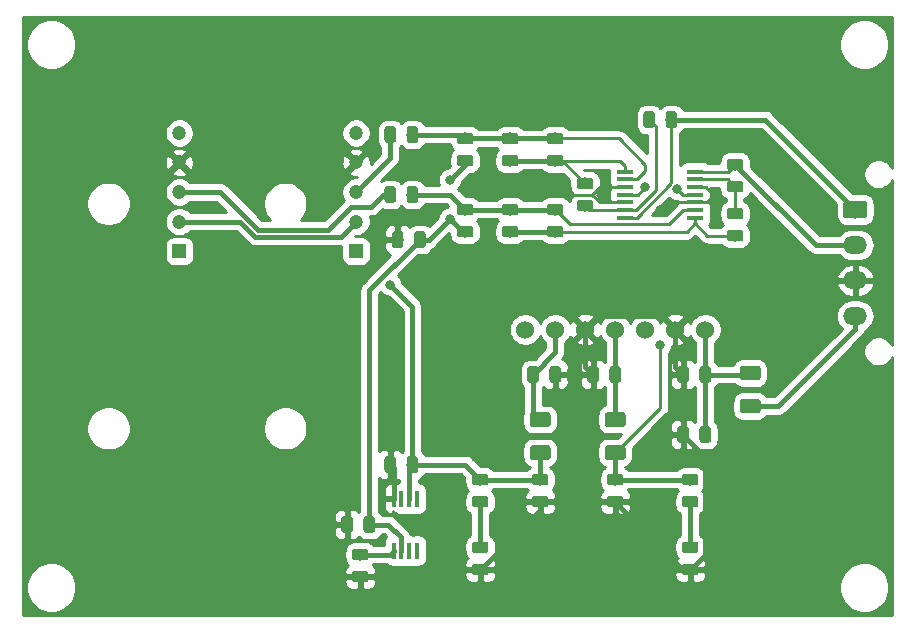
<source format=gbr>
G04 #@! TF.GenerationSoftware,KiCad,Pcbnew,5.1.4-e60b266~84~ubuntu19.04.1*
G04 #@! TF.CreationDate,2019-10-12T12:41:06-05:00*
G04 #@! TF.ProjectId,current sensor board,63757272-656e-4742-9073-656e736f7220,rev?*
G04 #@! TF.SameCoordinates,Original*
G04 #@! TF.FileFunction,Copper,L1,Top*
G04 #@! TF.FilePolarity,Positive*
%FSLAX46Y46*%
G04 Gerber Fmt 4.6, Leading zero omitted, Abs format (unit mm)*
G04 Created by KiCad (PCBNEW 5.1.4-e60b266~84~ubuntu19.04.1) date 2019-10-12 12:41:06*
%MOMM*%
%LPD*%
G04 APERTURE LIST*
%ADD10R,0.450000X1.450000*%
%ADD11C,1.524000*%
%ADD12C,0.100000*%
%ADD13C,0.975000*%
%ADD14O,2.020000X1.500000*%
%ADD15C,1.500000*%
%ADD16C,1.250000*%
%ADD17C,1.200000*%
%ADD18R,1.200000X1.200000*%
%ADD19R,1.450000X0.450000*%
%ADD20C,0.800000*%
%ADD21C,0.381000*%
%ADD22C,0.254000*%
G04 APERTURE END LIST*
D10*
X116545000Y-100670000D03*
X115895000Y-100670000D03*
X115245000Y-100670000D03*
X114595000Y-100670000D03*
X114595000Y-105070000D03*
X115245000Y-105070000D03*
X115895000Y-105070000D03*
X116545000Y-105070000D03*
D11*
X140970000Y-86360000D03*
X138430000Y-86360000D03*
X135890000Y-86360000D03*
X133350000Y-86360000D03*
X130810000Y-86360000D03*
X128270000Y-86360000D03*
X125730000Y-86360000D03*
D12*
G36*
X141237642Y-89471174D02*
G01*
X141261303Y-89474684D01*
X141284507Y-89480496D01*
X141307029Y-89488554D01*
X141328653Y-89498782D01*
X141349170Y-89511079D01*
X141368383Y-89525329D01*
X141386107Y-89541393D01*
X141402171Y-89559117D01*
X141416421Y-89578330D01*
X141428718Y-89598847D01*
X141438946Y-89620471D01*
X141447004Y-89642993D01*
X141452816Y-89666197D01*
X141456326Y-89689858D01*
X141457500Y-89713750D01*
X141457500Y-90626250D01*
X141456326Y-90650142D01*
X141452816Y-90673803D01*
X141447004Y-90697007D01*
X141438946Y-90719529D01*
X141428718Y-90741153D01*
X141416421Y-90761670D01*
X141402171Y-90780883D01*
X141386107Y-90798607D01*
X141368383Y-90814671D01*
X141349170Y-90828921D01*
X141328653Y-90841218D01*
X141307029Y-90851446D01*
X141284507Y-90859504D01*
X141261303Y-90865316D01*
X141237642Y-90868826D01*
X141213750Y-90870000D01*
X140726250Y-90870000D01*
X140702358Y-90868826D01*
X140678697Y-90865316D01*
X140655493Y-90859504D01*
X140632971Y-90851446D01*
X140611347Y-90841218D01*
X140590830Y-90828921D01*
X140571617Y-90814671D01*
X140553893Y-90798607D01*
X140537829Y-90780883D01*
X140523579Y-90761670D01*
X140511282Y-90741153D01*
X140501054Y-90719529D01*
X140492996Y-90697007D01*
X140487184Y-90673803D01*
X140483674Y-90650142D01*
X140482500Y-90626250D01*
X140482500Y-89713750D01*
X140483674Y-89689858D01*
X140487184Y-89666197D01*
X140492996Y-89642993D01*
X140501054Y-89620471D01*
X140511282Y-89598847D01*
X140523579Y-89578330D01*
X140537829Y-89559117D01*
X140553893Y-89541393D01*
X140571617Y-89525329D01*
X140590830Y-89511079D01*
X140611347Y-89498782D01*
X140632971Y-89488554D01*
X140655493Y-89480496D01*
X140678697Y-89474684D01*
X140702358Y-89471174D01*
X140726250Y-89470000D01*
X141213750Y-89470000D01*
X141237642Y-89471174D01*
X141237642Y-89471174D01*
G37*
D13*
X140970000Y-90170000D03*
D12*
G36*
X139362642Y-89471174D02*
G01*
X139386303Y-89474684D01*
X139409507Y-89480496D01*
X139432029Y-89488554D01*
X139453653Y-89498782D01*
X139474170Y-89511079D01*
X139493383Y-89525329D01*
X139511107Y-89541393D01*
X139527171Y-89559117D01*
X139541421Y-89578330D01*
X139553718Y-89598847D01*
X139563946Y-89620471D01*
X139572004Y-89642993D01*
X139577816Y-89666197D01*
X139581326Y-89689858D01*
X139582500Y-89713750D01*
X139582500Y-90626250D01*
X139581326Y-90650142D01*
X139577816Y-90673803D01*
X139572004Y-90697007D01*
X139563946Y-90719529D01*
X139553718Y-90741153D01*
X139541421Y-90761670D01*
X139527171Y-90780883D01*
X139511107Y-90798607D01*
X139493383Y-90814671D01*
X139474170Y-90828921D01*
X139453653Y-90841218D01*
X139432029Y-90851446D01*
X139409507Y-90859504D01*
X139386303Y-90865316D01*
X139362642Y-90868826D01*
X139338750Y-90870000D01*
X138851250Y-90870000D01*
X138827358Y-90868826D01*
X138803697Y-90865316D01*
X138780493Y-90859504D01*
X138757971Y-90851446D01*
X138736347Y-90841218D01*
X138715830Y-90828921D01*
X138696617Y-90814671D01*
X138678893Y-90798607D01*
X138662829Y-90780883D01*
X138648579Y-90761670D01*
X138636282Y-90741153D01*
X138626054Y-90719529D01*
X138617996Y-90697007D01*
X138612184Y-90673803D01*
X138608674Y-90650142D01*
X138607500Y-90626250D01*
X138607500Y-89713750D01*
X138608674Y-89689858D01*
X138612184Y-89666197D01*
X138617996Y-89642993D01*
X138626054Y-89620471D01*
X138636282Y-89598847D01*
X138648579Y-89578330D01*
X138662829Y-89559117D01*
X138678893Y-89541393D01*
X138696617Y-89525329D01*
X138715830Y-89511079D01*
X138736347Y-89498782D01*
X138757971Y-89488554D01*
X138780493Y-89480496D01*
X138803697Y-89474684D01*
X138827358Y-89471174D01*
X138851250Y-89470000D01*
X139338750Y-89470000D01*
X139362642Y-89471174D01*
X139362642Y-89471174D01*
G37*
D13*
X139095000Y-90170000D03*
D12*
G36*
X110914642Y-102171174D02*
G01*
X110938303Y-102174684D01*
X110961507Y-102180496D01*
X110984029Y-102188554D01*
X111005653Y-102198782D01*
X111026170Y-102211079D01*
X111045383Y-102225329D01*
X111063107Y-102241393D01*
X111079171Y-102259117D01*
X111093421Y-102278330D01*
X111105718Y-102298847D01*
X111115946Y-102320471D01*
X111124004Y-102342993D01*
X111129816Y-102366197D01*
X111133326Y-102389858D01*
X111134500Y-102413750D01*
X111134500Y-103326250D01*
X111133326Y-103350142D01*
X111129816Y-103373803D01*
X111124004Y-103397007D01*
X111115946Y-103419529D01*
X111105718Y-103441153D01*
X111093421Y-103461670D01*
X111079171Y-103480883D01*
X111063107Y-103498607D01*
X111045383Y-103514671D01*
X111026170Y-103528921D01*
X111005653Y-103541218D01*
X110984029Y-103551446D01*
X110961507Y-103559504D01*
X110938303Y-103565316D01*
X110914642Y-103568826D01*
X110890750Y-103570000D01*
X110403250Y-103570000D01*
X110379358Y-103568826D01*
X110355697Y-103565316D01*
X110332493Y-103559504D01*
X110309971Y-103551446D01*
X110288347Y-103541218D01*
X110267830Y-103528921D01*
X110248617Y-103514671D01*
X110230893Y-103498607D01*
X110214829Y-103480883D01*
X110200579Y-103461670D01*
X110188282Y-103441153D01*
X110178054Y-103419529D01*
X110169996Y-103397007D01*
X110164184Y-103373803D01*
X110160674Y-103350142D01*
X110159500Y-103326250D01*
X110159500Y-102413750D01*
X110160674Y-102389858D01*
X110164184Y-102366197D01*
X110169996Y-102342993D01*
X110178054Y-102320471D01*
X110188282Y-102298847D01*
X110200579Y-102278330D01*
X110214829Y-102259117D01*
X110230893Y-102241393D01*
X110248617Y-102225329D01*
X110267830Y-102211079D01*
X110288347Y-102198782D01*
X110309971Y-102188554D01*
X110332493Y-102180496D01*
X110355697Y-102174684D01*
X110379358Y-102171174D01*
X110403250Y-102170000D01*
X110890750Y-102170000D01*
X110914642Y-102171174D01*
X110914642Y-102171174D01*
G37*
D13*
X110647000Y-102870000D03*
D12*
G36*
X112789642Y-102171174D02*
G01*
X112813303Y-102174684D01*
X112836507Y-102180496D01*
X112859029Y-102188554D01*
X112880653Y-102198782D01*
X112901170Y-102211079D01*
X112920383Y-102225329D01*
X112938107Y-102241393D01*
X112954171Y-102259117D01*
X112968421Y-102278330D01*
X112980718Y-102298847D01*
X112990946Y-102320471D01*
X112999004Y-102342993D01*
X113004816Y-102366197D01*
X113008326Y-102389858D01*
X113009500Y-102413750D01*
X113009500Y-103326250D01*
X113008326Y-103350142D01*
X113004816Y-103373803D01*
X112999004Y-103397007D01*
X112990946Y-103419529D01*
X112980718Y-103441153D01*
X112968421Y-103461670D01*
X112954171Y-103480883D01*
X112938107Y-103498607D01*
X112920383Y-103514671D01*
X112901170Y-103528921D01*
X112880653Y-103541218D01*
X112859029Y-103551446D01*
X112836507Y-103559504D01*
X112813303Y-103565316D01*
X112789642Y-103568826D01*
X112765750Y-103570000D01*
X112278250Y-103570000D01*
X112254358Y-103568826D01*
X112230697Y-103565316D01*
X112207493Y-103559504D01*
X112184971Y-103551446D01*
X112163347Y-103541218D01*
X112142830Y-103528921D01*
X112123617Y-103514671D01*
X112105893Y-103498607D01*
X112089829Y-103480883D01*
X112075579Y-103461670D01*
X112063282Y-103441153D01*
X112053054Y-103419529D01*
X112044996Y-103397007D01*
X112039184Y-103373803D01*
X112035674Y-103350142D01*
X112034500Y-103326250D01*
X112034500Y-102413750D01*
X112035674Y-102389858D01*
X112039184Y-102366197D01*
X112044996Y-102342993D01*
X112053054Y-102320471D01*
X112063282Y-102298847D01*
X112075579Y-102278330D01*
X112089829Y-102259117D01*
X112105893Y-102241393D01*
X112123617Y-102225329D01*
X112142830Y-102211079D01*
X112163347Y-102198782D01*
X112184971Y-102188554D01*
X112207493Y-102180496D01*
X112230697Y-102174684D01*
X112254358Y-102171174D01*
X112278250Y-102170000D01*
X112765750Y-102170000D01*
X112789642Y-102171174D01*
X112789642Y-102171174D01*
G37*
D13*
X112522000Y-102870000D03*
D12*
G36*
X112240142Y-106798674D02*
G01*
X112263803Y-106802184D01*
X112287007Y-106807996D01*
X112309529Y-106816054D01*
X112331153Y-106826282D01*
X112351670Y-106838579D01*
X112370883Y-106852829D01*
X112388607Y-106868893D01*
X112404671Y-106886617D01*
X112418921Y-106905830D01*
X112431218Y-106926347D01*
X112441446Y-106947971D01*
X112449504Y-106970493D01*
X112455316Y-106993697D01*
X112458826Y-107017358D01*
X112460000Y-107041250D01*
X112460000Y-107528750D01*
X112458826Y-107552642D01*
X112455316Y-107576303D01*
X112449504Y-107599507D01*
X112441446Y-107622029D01*
X112431218Y-107643653D01*
X112418921Y-107664170D01*
X112404671Y-107683383D01*
X112388607Y-107701107D01*
X112370883Y-107717171D01*
X112351670Y-107731421D01*
X112331153Y-107743718D01*
X112309529Y-107753946D01*
X112287007Y-107762004D01*
X112263803Y-107767816D01*
X112240142Y-107771326D01*
X112216250Y-107772500D01*
X111303750Y-107772500D01*
X111279858Y-107771326D01*
X111256197Y-107767816D01*
X111232993Y-107762004D01*
X111210471Y-107753946D01*
X111188847Y-107743718D01*
X111168330Y-107731421D01*
X111149117Y-107717171D01*
X111131393Y-107701107D01*
X111115329Y-107683383D01*
X111101079Y-107664170D01*
X111088782Y-107643653D01*
X111078554Y-107622029D01*
X111070496Y-107599507D01*
X111064684Y-107576303D01*
X111061174Y-107552642D01*
X111060000Y-107528750D01*
X111060000Y-107041250D01*
X111061174Y-107017358D01*
X111064684Y-106993697D01*
X111070496Y-106970493D01*
X111078554Y-106947971D01*
X111088782Y-106926347D01*
X111101079Y-106905830D01*
X111115329Y-106886617D01*
X111131393Y-106868893D01*
X111149117Y-106852829D01*
X111168330Y-106838579D01*
X111188847Y-106826282D01*
X111210471Y-106816054D01*
X111232993Y-106807996D01*
X111256197Y-106802184D01*
X111279858Y-106798674D01*
X111303750Y-106797500D01*
X112216250Y-106797500D01*
X112240142Y-106798674D01*
X112240142Y-106798674D01*
G37*
D13*
X111760000Y-107285000D03*
D12*
G36*
X112240142Y-104923674D02*
G01*
X112263803Y-104927184D01*
X112287007Y-104932996D01*
X112309529Y-104941054D01*
X112331153Y-104951282D01*
X112351670Y-104963579D01*
X112370883Y-104977829D01*
X112388607Y-104993893D01*
X112404671Y-105011617D01*
X112418921Y-105030830D01*
X112431218Y-105051347D01*
X112441446Y-105072971D01*
X112449504Y-105095493D01*
X112455316Y-105118697D01*
X112458826Y-105142358D01*
X112460000Y-105166250D01*
X112460000Y-105653750D01*
X112458826Y-105677642D01*
X112455316Y-105701303D01*
X112449504Y-105724507D01*
X112441446Y-105747029D01*
X112431218Y-105768653D01*
X112418921Y-105789170D01*
X112404671Y-105808383D01*
X112388607Y-105826107D01*
X112370883Y-105842171D01*
X112351670Y-105856421D01*
X112331153Y-105868718D01*
X112309529Y-105878946D01*
X112287007Y-105887004D01*
X112263803Y-105892816D01*
X112240142Y-105896326D01*
X112216250Y-105897500D01*
X111303750Y-105897500D01*
X111279858Y-105896326D01*
X111256197Y-105892816D01*
X111232993Y-105887004D01*
X111210471Y-105878946D01*
X111188847Y-105868718D01*
X111168330Y-105856421D01*
X111149117Y-105842171D01*
X111131393Y-105826107D01*
X111115329Y-105808383D01*
X111101079Y-105789170D01*
X111088782Y-105768653D01*
X111078554Y-105747029D01*
X111070496Y-105724507D01*
X111064684Y-105701303D01*
X111061174Y-105677642D01*
X111060000Y-105653750D01*
X111060000Y-105166250D01*
X111061174Y-105142358D01*
X111064684Y-105118697D01*
X111070496Y-105095493D01*
X111078554Y-105072971D01*
X111088782Y-105051347D01*
X111101079Y-105030830D01*
X111115329Y-105011617D01*
X111131393Y-104993893D01*
X111149117Y-104977829D01*
X111168330Y-104963579D01*
X111188847Y-104951282D01*
X111210471Y-104941054D01*
X111232993Y-104932996D01*
X111256197Y-104927184D01*
X111279858Y-104923674D01*
X111303750Y-104922500D01*
X112216250Y-104922500D01*
X112240142Y-104923674D01*
X112240142Y-104923674D01*
G37*
D13*
X111760000Y-105410000D03*
D12*
G36*
X141237642Y-94551174D02*
G01*
X141261303Y-94554684D01*
X141284507Y-94560496D01*
X141307029Y-94568554D01*
X141328653Y-94578782D01*
X141349170Y-94591079D01*
X141368383Y-94605329D01*
X141386107Y-94621393D01*
X141402171Y-94639117D01*
X141416421Y-94658330D01*
X141428718Y-94678847D01*
X141438946Y-94700471D01*
X141447004Y-94722993D01*
X141452816Y-94746197D01*
X141456326Y-94769858D01*
X141457500Y-94793750D01*
X141457500Y-95706250D01*
X141456326Y-95730142D01*
X141452816Y-95753803D01*
X141447004Y-95777007D01*
X141438946Y-95799529D01*
X141428718Y-95821153D01*
X141416421Y-95841670D01*
X141402171Y-95860883D01*
X141386107Y-95878607D01*
X141368383Y-95894671D01*
X141349170Y-95908921D01*
X141328653Y-95921218D01*
X141307029Y-95931446D01*
X141284507Y-95939504D01*
X141261303Y-95945316D01*
X141237642Y-95948826D01*
X141213750Y-95950000D01*
X140726250Y-95950000D01*
X140702358Y-95948826D01*
X140678697Y-95945316D01*
X140655493Y-95939504D01*
X140632971Y-95931446D01*
X140611347Y-95921218D01*
X140590830Y-95908921D01*
X140571617Y-95894671D01*
X140553893Y-95878607D01*
X140537829Y-95860883D01*
X140523579Y-95841670D01*
X140511282Y-95821153D01*
X140501054Y-95799529D01*
X140492996Y-95777007D01*
X140487184Y-95753803D01*
X140483674Y-95730142D01*
X140482500Y-95706250D01*
X140482500Y-94793750D01*
X140483674Y-94769858D01*
X140487184Y-94746197D01*
X140492996Y-94722993D01*
X140501054Y-94700471D01*
X140511282Y-94678847D01*
X140523579Y-94658330D01*
X140537829Y-94639117D01*
X140553893Y-94621393D01*
X140571617Y-94605329D01*
X140590830Y-94591079D01*
X140611347Y-94578782D01*
X140632971Y-94568554D01*
X140655493Y-94560496D01*
X140678697Y-94554684D01*
X140702358Y-94551174D01*
X140726250Y-94550000D01*
X141213750Y-94550000D01*
X141237642Y-94551174D01*
X141237642Y-94551174D01*
G37*
D13*
X140970000Y-95250000D03*
D12*
G36*
X139362642Y-94551174D02*
G01*
X139386303Y-94554684D01*
X139409507Y-94560496D01*
X139432029Y-94568554D01*
X139453653Y-94578782D01*
X139474170Y-94591079D01*
X139493383Y-94605329D01*
X139511107Y-94621393D01*
X139527171Y-94639117D01*
X139541421Y-94658330D01*
X139553718Y-94678847D01*
X139563946Y-94700471D01*
X139572004Y-94722993D01*
X139577816Y-94746197D01*
X139581326Y-94769858D01*
X139582500Y-94793750D01*
X139582500Y-95706250D01*
X139581326Y-95730142D01*
X139577816Y-95753803D01*
X139572004Y-95777007D01*
X139563946Y-95799529D01*
X139553718Y-95821153D01*
X139541421Y-95841670D01*
X139527171Y-95860883D01*
X139511107Y-95878607D01*
X139493383Y-95894671D01*
X139474170Y-95908921D01*
X139453653Y-95921218D01*
X139432029Y-95931446D01*
X139409507Y-95939504D01*
X139386303Y-95945316D01*
X139362642Y-95948826D01*
X139338750Y-95950000D01*
X138851250Y-95950000D01*
X138827358Y-95948826D01*
X138803697Y-95945316D01*
X138780493Y-95939504D01*
X138757971Y-95931446D01*
X138736347Y-95921218D01*
X138715830Y-95908921D01*
X138696617Y-95894671D01*
X138678893Y-95878607D01*
X138662829Y-95860883D01*
X138648579Y-95841670D01*
X138636282Y-95821153D01*
X138626054Y-95799529D01*
X138617996Y-95777007D01*
X138612184Y-95753803D01*
X138608674Y-95730142D01*
X138607500Y-95706250D01*
X138607500Y-94793750D01*
X138608674Y-94769858D01*
X138612184Y-94746197D01*
X138617996Y-94722993D01*
X138626054Y-94700471D01*
X138636282Y-94678847D01*
X138648579Y-94658330D01*
X138662829Y-94639117D01*
X138678893Y-94621393D01*
X138696617Y-94605329D01*
X138715830Y-94591079D01*
X138736347Y-94578782D01*
X138757971Y-94568554D01*
X138780493Y-94560496D01*
X138803697Y-94554684D01*
X138827358Y-94551174D01*
X138851250Y-94550000D01*
X139338750Y-94550000D01*
X139362642Y-94551174D01*
X139362642Y-94551174D01*
G37*
D13*
X139095000Y-95250000D03*
D12*
G36*
X133617642Y-89471174D02*
G01*
X133641303Y-89474684D01*
X133664507Y-89480496D01*
X133687029Y-89488554D01*
X133708653Y-89498782D01*
X133729170Y-89511079D01*
X133748383Y-89525329D01*
X133766107Y-89541393D01*
X133782171Y-89559117D01*
X133796421Y-89578330D01*
X133808718Y-89598847D01*
X133818946Y-89620471D01*
X133827004Y-89642993D01*
X133832816Y-89666197D01*
X133836326Y-89689858D01*
X133837500Y-89713750D01*
X133837500Y-90626250D01*
X133836326Y-90650142D01*
X133832816Y-90673803D01*
X133827004Y-90697007D01*
X133818946Y-90719529D01*
X133808718Y-90741153D01*
X133796421Y-90761670D01*
X133782171Y-90780883D01*
X133766107Y-90798607D01*
X133748383Y-90814671D01*
X133729170Y-90828921D01*
X133708653Y-90841218D01*
X133687029Y-90851446D01*
X133664507Y-90859504D01*
X133641303Y-90865316D01*
X133617642Y-90868826D01*
X133593750Y-90870000D01*
X133106250Y-90870000D01*
X133082358Y-90868826D01*
X133058697Y-90865316D01*
X133035493Y-90859504D01*
X133012971Y-90851446D01*
X132991347Y-90841218D01*
X132970830Y-90828921D01*
X132951617Y-90814671D01*
X132933893Y-90798607D01*
X132917829Y-90780883D01*
X132903579Y-90761670D01*
X132891282Y-90741153D01*
X132881054Y-90719529D01*
X132872996Y-90697007D01*
X132867184Y-90673803D01*
X132863674Y-90650142D01*
X132862500Y-90626250D01*
X132862500Y-89713750D01*
X132863674Y-89689858D01*
X132867184Y-89666197D01*
X132872996Y-89642993D01*
X132881054Y-89620471D01*
X132891282Y-89598847D01*
X132903579Y-89578330D01*
X132917829Y-89559117D01*
X132933893Y-89541393D01*
X132951617Y-89525329D01*
X132970830Y-89511079D01*
X132991347Y-89498782D01*
X133012971Y-89488554D01*
X133035493Y-89480496D01*
X133058697Y-89474684D01*
X133082358Y-89471174D01*
X133106250Y-89470000D01*
X133593750Y-89470000D01*
X133617642Y-89471174D01*
X133617642Y-89471174D01*
G37*
D13*
X133350000Y-90170000D03*
D12*
G36*
X131742642Y-89471174D02*
G01*
X131766303Y-89474684D01*
X131789507Y-89480496D01*
X131812029Y-89488554D01*
X131833653Y-89498782D01*
X131854170Y-89511079D01*
X131873383Y-89525329D01*
X131891107Y-89541393D01*
X131907171Y-89559117D01*
X131921421Y-89578330D01*
X131933718Y-89598847D01*
X131943946Y-89620471D01*
X131952004Y-89642993D01*
X131957816Y-89666197D01*
X131961326Y-89689858D01*
X131962500Y-89713750D01*
X131962500Y-90626250D01*
X131961326Y-90650142D01*
X131957816Y-90673803D01*
X131952004Y-90697007D01*
X131943946Y-90719529D01*
X131933718Y-90741153D01*
X131921421Y-90761670D01*
X131907171Y-90780883D01*
X131891107Y-90798607D01*
X131873383Y-90814671D01*
X131854170Y-90828921D01*
X131833653Y-90841218D01*
X131812029Y-90851446D01*
X131789507Y-90859504D01*
X131766303Y-90865316D01*
X131742642Y-90868826D01*
X131718750Y-90870000D01*
X131231250Y-90870000D01*
X131207358Y-90868826D01*
X131183697Y-90865316D01*
X131160493Y-90859504D01*
X131137971Y-90851446D01*
X131116347Y-90841218D01*
X131095830Y-90828921D01*
X131076617Y-90814671D01*
X131058893Y-90798607D01*
X131042829Y-90780883D01*
X131028579Y-90761670D01*
X131016282Y-90741153D01*
X131006054Y-90719529D01*
X130997996Y-90697007D01*
X130992184Y-90673803D01*
X130988674Y-90650142D01*
X130987500Y-90626250D01*
X130987500Y-89713750D01*
X130988674Y-89689858D01*
X130992184Y-89666197D01*
X130997996Y-89642993D01*
X131006054Y-89620471D01*
X131016282Y-89598847D01*
X131028579Y-89578330D01*
X131042829Y-89559117D01*
X131058893Y-89541393D01*
X131076617Y-89525329D01*
X131095830Y-89511079D01*
X131116347Y-89498782D01*
X131137971Y-89488554D01*
X131160493Y-89480496D01*
X131183697Y-89474684D01*
X131207358Y-89471174D01*
X131231250Y-89470000D01*
X131718750Y-89470000D01*
X131742642Y-89471174D01*
X131742642Y-89471174D01*
G37*
D13*
X131475000Y-90170000D03*
D12*
G36*
X126662642Y-89471174D02*
G01*
X126686303Y-89474684D01*
X126709507Y-89480496D01*
X126732029Y-89488554D01*
X126753653Y-89498782D01*
X126774170Y-89511079D01*
X126793383Y-89525329D01*
X126811107Y-89541393D01*
X126827171Y-89559117D01*
X126841421Y-89578330D01*
X126853718Y-89598847D01*
X126863946Y-89620471D01*
X126872004Y-89642993D01*
X126877816Y-89666197D01*
X126881326Y-89689858D01*
X126882500Y-89713750D01*
X126882500Y-90626250D01*
X126881326Y-90650142D01*
X126877816Y-90673803D01*
X126872004Y-90697007D01*
X126863946Y-90719529D01*
X126853718Y-90741153D01*
X126841421Y-90761670D01*
X126827171Y-90780883D01*
X126811107Y-90798607D01*
X126793383Y-90814671D01*
X126774170Y-90828921D01*
X126753653Y-90841218D01*
X126732029Y-90851446D01*
X126709507Y-90859504D01*
X126686303Y-90865316D01*
X126662642Y-90868826D01*
X126638750Y-90870000D01*
X126151250Y-90870000D01*
X126127358Y-90868826D01*
X126103697Y-90865316D01*
X126080493Y-90859504D01*
X126057971Y-90851446D01*
X126036347Y-90841218D01*
X126015830Y-90828921D01*
X125996617Y-90814671D01*
X125978893Y-90798607D01*
X125962829Y-90780883D01*
X125948579Y-90761670D01*
X125936282Y-90741153D01*
X125926054Y-90719529D01*
X125917996Y-90697007D01*
X125912184Y-90673803D01*
X125908674Y-90650142D01*
X125907500Y-90626250D01*
X125907500Y-89713750D01*
X125908674Y-89689858D01*
X125912184Y-89666197D01*
X125917996Y-89642993D01*
X125926054Y-89620471D01*
X125936282Y-89598847D01*
X125948579Y-89578330D01*
X125962829Y-89559117D01*
X125978893Y-89541393D01*
X125996617Y-89525329D01*
X126015830Y-89511079D01*
X126036347Y-89498782D01*
X126057971Y-89488554D01*
X126080493Y-89480496D01*
X126103697Y-89474684D01*
X126127358Y-89471174D01*
X126151250Y-89470000D01*
X126638750Y-89470000D01*
X126662642Y-89471174D01*
X126662642Y-89471174D01*
G37*
D13*
X126395000Y-90170000D03*
D12*
G36*
X128537642Y-89471174D02*
G01*
X128561303Y-89474684D01*
X128584507Y-89480496D01*
X128607029Y-89488554D01*
X128628653Y-89498782D01*
X128649170Y-89511079D01*
X128668383Y-89525329D01*
X128686107Y-89541393D01*
X128702171Y-89559117D01*
X128716421Y-89578330D01*
X128728718Y-89598847D01*
X128738946Y-89620471D01*
X128747004Y-89642993D01*
X128752816Y-89666197D01*
X128756326Y-89689858D01*
X128757500Y-89713750D01*
X128757500Y-90626250D01*
X128756326Y-90650142D01*
X128752816Y-90673803D01*
X128747004Y-90697007D01*
X128738946Y-90719529D01*
X128728718Y-90741153D01*
X128716421Y-90761670D01*
X128702171Y-90780883D01*
X128686107Y-90798607D01*
X128668383Y-90814671D01*
X128649170Y-90828921D01*
X128628653Y-90841218D01*
X128607029Y-90851446D01*
X128584507Y-90859504D01*
X128561303Y-90865316D01*
X128537642Y-90868826D01*
X128513750Y-90870000D01*
X128026250Y-90870000D01*
X128002358Y-90868826D01*
X127978697Y-90865316D01*
X127955493Y-90859504D01*
X127932971Y-90851446D01*
X127911347Y-90841218D01*
X127890830Y-90828921D01*
X127871617Y-90814671D01*
X127853893Y-90798607D01*
X127837829Y-90780883D01*
X127823579Y-90761670D01*
X127811282Y-90741153D01*
X127801054Y-90719529D01*
X127792996Y-90697007D01*
X127787184Y-90673803D01*
X127783674Y-90650142D01*
X127782500Y-90626250D01*
X127782500Y-89713750D01*
X127783674Y-89689858D01*
X127787184Y-89666197D01*
X127792996Y-89642993D01*
X127801054Y-89620471D01*
X127811282Y-89598847D01*
X127823579Y-89578330D01*
X127837829Y-89559117D01*
X127853893Y-89541393D01*
X127871617Y-89525329D01*
X127890830Y-89511079D01*
X127911347Y-89498782D01*
X127932971Y-89488554D01*
X127955493Y-89480496D01*
X127978697Y-89474684D01*
X128002358Y-89471174D01*
X128026250Y-89470000D01*
X128513750Y-89470000D01*
X128537642Y-89471174D01*
X128537642Y-89471174D01*
G37*
D13*
X128270000Y-90170000D03*
D12*
G36*
X116442642Y-97091174D02*
G01*
X116466303Y-97094684D01*
X116489507Y-97100496D01*
X116512029Y-97108554D01*
X116533653Y-97118782D01*
X116554170Y-97131079D01*
X116573383Y-97145329D01*
X116591107Y-97161393D01*
X116607171Y-97179117D01*
X116621421Y-97198330D01*
X116633718Y-97218847D01*
X116643946Y-97240471D01*
X116652004Y-97262993D01*
X116657816Y-97286197D01*
X116661326Y-97309858D01*
X116662500Y-97333750D01*
X116662500Y-98246250D01*
X116661326Y-98270142D01*
X116657816Y-98293803D01*
X116652004Y-98317007D01*
X116643946Y-98339529D01*
X116633718Y-98361153D01*
X116621421Y-98381670D01*
X116607171Y-98400883D01*
X116591107Y-98418607D01*
X116573383Y-98434671D01*
X116554170Y-98448921D01*
X116533653Y-98461218D01*
X116512029Y-98471446D01*
X116489507Y-98479504D01*
X116466303Y-98485316D01*
X116442642Y-98488826D01*
X116418750Y-98490000D01*
X115931250Y-98490000D01*
X115907358Y-98488826D01*
X115883697Y-98485316D01*
X115860493Y-98479504D01*
X115837971Y-98471446D01*
X115816347Y-98461218D01*
X115795830Y-98448921D01*
X115776617Y-98434671D01*
X115758893Y-98418607D01*
X115742829Y-98400883D01*
X115728579Y-98381670D01*
X115716282Y-98361153D01*
X115706054Y-98339529D01*
X115697996Y-98317007D01*
X115692184Y-98293803D01*
X115688674Y-98270142D01*
X115687500Y-98246250D01*
X115687500Y-97333750D01*
X115688674Y-97309858D01*
X115692184Y-97286197D01*
X115697996Y-97262993D01*
X115706054Y-97240471D01*
X115716282Y-97218847D01*
X115728579Y-97198330D01*
X115742829Y-97179117D01*
X115758893Y-97161393D01*
X115776617Y-97145329D01*
X115795830Y-97131079D01*
X115816347Y-97118782D01*
X115837971Y-97108554D01*
X115860493Y-97100496D01*
X115883697Y-97094684D01*
X115907358Y-97091174D01*
X115931250Y-97090000D01*
X116418750Y-97090000D01*
X116442642Y-97091174D01*
X116442642Y-97091174D01*
G37*
D13*
X116175000Y-97790000D03*
D12*
G36*
X114567642Y-97091174D02*
G01*
X114591303Y-97094684D01*
X114614507Y-97100496D01*
X114637029Y-97108554D01*
X114658653Y-97118782D01*
X114679170Y-97131079D01*
X114698383Y-97145329D01*
X114716107Y-97161393D01*
X114732171Y-97179117D01*
X114746421Y-97198330D01*
X114758718Y-97218847D01*
X114768946Y-97240471D01*
X114777004Y-97262993D01*
X114782816Y-97286197D01*
X114786326Y-97309858D01*
X114787500Y-97333750D01*
X114787500Y-98246250D01*
X114786326Y-98270142D01*
X114782816Y-98293803D01*
X114777004Y-98317007D01*
X114768946Y-98339529D01*
X114758718Y-98361153D01*
X114746421Y-98381670D01*
X114732171Y-98400883D01*
X114716107Y-98418607D01*
X114698383Y-98434671D01*
X114679170Y-98448921D01*
X114658653Y-98461218D01*
X114637029Y-98471446D01*
X114614507Y-98479504D01*
X114591303Y-98485316D01*
X114567642Y-98488826D01*
X114543750Y-98490000D01*
X114056250Y-98490000D01*
X114032358Y-98488826D01*
X114008697Y-98485316D01*
X113985493Y-98479504D01*
X113962971Y-98471446D01*
X113941347Y-98461218D01*
X113920830Y-98448921D01*
X113901617Y-98434671D01*
X113883893Y-98418607D01*
X113867829Y-98400883D01*
X113853579Y-98381670D01*
X113841282Y-98361153D01*
X113831054Y-98339529D01*
X113822996Y-98317007D01*
X113817184Y-98293803D01*
X113813674Y-98270142D01*
X113812500Y-98246250D01*
X113812500Y-97333750D01*
X113813674Y-97309858D01*
X113817184Y-97286197D01*
X113822996Y-97262993D01*
X113831054Y-97240471D01*
X113841282Y-97218847D01*
X113853579Y-97198330D01*
X113867829Y-97179117D01*
X113883893Y-97161393D01*
X113901617Y-97145329D01*
X113920830Y-97131079D01*
X113941347Y-97118782D01*
X113962971Y-97108554D01*
X113985493Y-97100496D01*
X114008697Y-97094684D01*
X114032358Y-97091174D01*
X114056250Y-97090000D01*
X114543750Y-97090000D01*
X114567642Y-97091174D01*
X114567642Y-97091174D01*
G37*
D13*
X114300000Y-97790000D03*
D12*
G36*
X133830142Y-98573674D02*
G01*
X133853803Y-98577184D01*
X133877007Y-98582996D01*
X133899529Y-98591054D01*
X133921153Y-98601282D01*
X133941670Y-98613579D01*
X133960883Y-98627829D01*
X133978607Y-98643893D01*
X133994671Y-98661617D01*
X134008921Y-98680830D01*
X134021218Y-98701347D01*
X134031446Y-98722971D01*
X134039504Y-98745493D01*
X134045316Y-98768697D01*
X134048826Y-98792358D01*
X134050000Y-98816250D01*
X134050000Y-99303750D01*
X134048826Y-99327642D01*
X134045316Y-99351303D01*
X134039504Y-99374507D01*
X134031446Y-99397029D01*
X134021218Y-99418653D01*
X134008921Y-99439170D01*
X133994671Y-99458383D01*
X133978607Y-99476107D01*
X133960883Y-99492171D01*
X133941670Y-99506421D01*
X133921153Y-99518718D01*
X133899529Y-99528946D01*
X133877007Y-99537004D01*
X133853803Y-99542816D01*
X133830142Y-99546326D01*
X133806250Y-99547500D01*
X132893750Y-99547500D01*
X132869858Y-99546326D01*
X132846197Y-99542816D01*
X132822993Y-99537004D01*
X132800471Y-99528946D01*
X132778847Y-99518718D01*
X132758330Y-99506421D01*
X132739117Y-99492171D01*
X132721393Y-99476107D01*
X132705329Y-99458383D01*
X132691079Y-99439170D01*
X132678782Y-99418653D01*
X132668554Y-99397029D01*
X132660496Y-99374507D01*
X132654684Y-99351303D01*
X132651174Y-99327642D01*
X132650000Y-99303750D01*
X132650000Y-98816250D01*
X132651174Y-98792358D01*
X132654684Y-98768697D01*
X132660496Y-98745493D01*
X132668554Y-98722971D01*
X132678782Y-98701347D01*
X132691079Y-98680830D01*
X132705329Y-98661617D01*
X132721393Y-98643893D01*
X132739117Y-98627829D01*
X132758330Y-98613579D01*
X132778847Y-98601282D01*
X132800471Y-98591054D01*
X132822993Y-98582996D01*
X132846197Y-98577184D01*
X132869858Y-98573674D01*
X132893750Y-98572500D01*
X133806250Y-98572500D01*
X133830142Y-98573674D01*
X133830142Y-98573674D01*
G37*
D13*
X133350000Y-99060000D03*
D12*
G36*
X133830142Y-100448674D02*
G01*
X133853803Y-100452184D01*
X133877007Y-100457996D01*
X133899529Y-100466054D01*
X133921153Y-100476282D01*
X133941670Y-100488579D01*
X133960883Y-100502829D01*
X133978607Y-100518893D01*
X133994671Y-100536617D01*
X134008921Y-100555830D01*
X134021218Y-100576347D01*
X134031446Y-100597971D01*
X134039504Y-100620493D01*
X134045316Y-100643697D01*
X134048826Y-100667358D01*
X134050000Y-100691250D01*
X134050000Y-101178750D01*
X134048826Y-101202642D01*
X134045316Y-101226303D01*
X134039504Y-101249507D01*
X134031446Y-101272029D01*
X134021218Y-101293653D01*
X134008921Y-101314170D01*
X133994671Y-101333383D01*
X133978607Y-101351107D01*
X133960883Y-101367171D01*
X133941670Y-101381421D01*
X133921153Y-101393718D01*
X133899529Y-101403946D01*
X133877007Y-101412004D01*
X133853803Y-101417816D01*
X133830142Y-101421326D01*
X133806250Y-101422500D01*
X132893750Y-101422500D01*
X132869858Y-101421326D01*
X132846197Y-101417816D01*
X132822993Y-101412004D01*
X132800471Y-101403946D01*
X132778847Y-101393718D01*
X132758330Y-101381421D01*
X132739117Y-101367171D01*
X132721393Y-101351107D01*
X132705329Y-101333383D01*
X132691079Y-101314170D01*
X132678782Y-101293653D01*
X132668554Y-101272029D01*
X132660496Y-101249507D01*
X132654684Y-101226303D01*
X132651174Y-101202642D01*
X132650000Y-101178750D01*
X132650000Y-100691250D01*
X132651174Y-100667358D01*
X132654684Y-100643697D01*
X132660496Y-100620493D01*
X132668554Y-100597971D01*
X132678782Y-100576347D01*
X132691079Y-100555830D01*
X132705329Y-100536617D01*
X132721393Y-100518893D01*
X132739117Y-100502829D01*
X132758330Y-100488579D01*
X132778847Y-100476282D01*
X132800471Y-100466054D01*
X132822993Y-100457996D01*
X132846197Y-100452184D01*
X132869858Y-100448674D01*
X132893750Y-100447500D01*
X133806250Y-100447500D01*
X133830142Y-100448674D01*
X133830142Y-100448674D01*
G37*
D13*
X133350000Y-100935000D03*
D12*
G36*
X127480142Y-100448674D02*
G01*
X127503803Y-100452184D01*
X127527007Y-100457996D01*
X127549529Y-100466054D01*
X127571153Y-100476282D01*
X127591670Y-100488579D01*
X127610883Y-100502829D01*
X127628607Y-100518893D01*
X127644671Y-100536617D01*
X127658921Y-100555830D01*
X127671218Y-100576347D01*
X127681446Y-100597971D01*
X127689504Y-100620493D01*
X127695316Y-100643697D01*
X127698826Y-100667358D01*
X127700000Y-100691250D01*
X127700000Y-101178750D01*
X127698826Y-101202642D01*
X127695316Y-101226303D01*
X127689504Y-101249507D01*
X127681446Y-101272029D01*
X127671218Y-101293653D01*
X127658921Y-101314170D01*
X127644671Y-101333383D01*
X127628607Y-101351107D01*
X127610883Y-101367171D01*
X127591670Y-101381421D01*
X127571153Y-101393718D01*
X127549529Y-101403946D01*
X127527007Y-101412004D01*
X127503803Y-101417816D01*
X127480142Y-101421326D01*
X127456250Y-101422500D01*
X126543750Y-101422500D01*
X126519858Y-101421326D01*
X126496197Y-101417816D01*
X126472993Y-101412004D01*
X126450471Y-101403946D01*
X126428847Y-101393718D01*
X126408330Y-101381421D01*
X126389117Y-101367171D01*
X126371393Y-101351107D01*
X126355329Y-101333383D01*
X126341079Y-101314170D01*
X126328782Y-101293653D01*
X126318554Y-101272029D01*
X126310496Y-101249507D01*
X126304684Y-101226303D01*
X126301174Y-101202642D01*
X126300000Y-101178750D01*
X126300000Y-100691250D01*
X126301174Y-100667358D01*
X126304684Y-100643697D01*
X126310496Y-100620493D01*
X126318554Y-100597971D01*
X126328782Y-100576347D01*
X126341079Y-100555830D01*
X126355329Y-100536617D01*
X126371393Y-100518893D01*
X126389117Y-100502829D01*
X126408330Y-100488579D01*
X126428847Y-100476282D01*
X126450471Y-100466054D01*
X126472993Y-100457996D01*
X126496197Y-100452184D01*
X126519858Y-100448674D01*
X126543750Y-100447500D01*
X127456250Y-100447500D01*
X127480142Y-100448674D01*
X127480142Y-100448674D01*
G37*
D13*
X127000000Y-100935000D03*
D12*
G36*
X127480142Y-98573674D02*
G01*
X127503803Y-98577184D01*
X127527007Y-98582996D01*
X127549529Y-98591054D01*
X127571153Y-98601282D01*
X127591670Y-98613579D01*
X127610883Y-98627829D01*
X127628607Y-98643893D01*
X127644671Y-98661617D01*
X127658921Y-98680830D01*
X127671218Y-98701347D01*
X127681446Y-98722971D01*
X127689504Y-98745493D01*
X127695316Y-98768697D01*
X127698826Y-98792358D01*
X127700000Y-98816250D01*
X127700000Y-99303750D01*
X127698826Y-99327642D01*
X127695316Y-99351303D01*
X127689504Y-99374507D01*
X127681446Y-99397029D01*
X127671218Y-99418653D01*
X127658921Y-99439170D01*
X127644671Y-99458383D01*
X127628607Y-99476107D01*
X127610883Y-99492171D01*
X127591670Y-99506421D01*
X127571153Y-99518718D01*
X127549529Y-99528946D01*
X127527007Y-99537004D01*
X127503803Y-99542816D01*
X127480142Y-99546326D01*
X127456250Y-99547500D01*
X126543750Y-99547500D01*
X126519858Y-99546326D01*
X126496197Y-99542816D01*
X126472993Y-99537004D01*
X126450471Y-99528946D01*
X126428847Y-99518718D01*
X126408330Y-99506421D01*
X126389117Y-99492171D01*
X126371393Y-99476107D01*
X126355329Y-99458383D01*
X126341079Y-99439170D01*
X126328782Y-99418653D01*
X126318554Y-99397029D01*
X126310496Y-99374507D01*
X126304684Y-99351303D01*
X126301174Y-99327642D01*
X126300000Y-99303750D01*
X126300000Y-98816250D01*
X126301174Y-98792358D01*
X126304684Y-98768697D01*
X126310496Y-98745493D01*
X126318554Y-98722971D01*
X126328782Y-98701347D01*
X126341079Y-98680830D01*
X126355329Y-98661617D01*
X126371393Y-98643893D01*
X126389117Y-98627829D01*
X126408330Y-98613579D01*
X126428847Y-98601282D01*
X126450471Y-98591054D01*
X126472993Y-98582996D01*
X126496197Y-98577184D01*
X126519858Y-98573674D01*
X126543750Y-98572500D01*
X127456250Y-98572500D01*
X127480142Y-98573674D01*
X127480142Y-98573674D01*
G37*
D13*
X127000000Y-99060000D03*
D12*
G36*
X115202642Y-78041174D02*
G01*
X115226303Y-78044684D01*
X115249507Y-78050496D01*
X115272029Y-78058554D01*
X115293653Y-78068782D01*
X115314170Y-78081079D01*
X115333383Y-78095329D01*
X115351107Y-78111393D01*
X115367171Y-78129117D01*
X115381421Y-78148330D01*
X115393718Y-78168847D01*
X115403946Y-78190471D01*
X115412004Y-78212993D01*
X115417816Y-78236197D01*
X115421326Y-78259858D01*
X115422500Y-78283750D01*
X115422500Y-79196250D01*
X115421326Y-79220142D01*
X115417816Y-79243803D01*
X115412004Y-79267007D01*
X115403946Y-79289529D01*
X115393718Y-79311153D01*
X115381421Y-79331670D01*
X115367171Y-79350883D01*
X115351107Y-79368607D01*
X115333383Y-79384671D01*
X115314170Y-79398921D01*
X115293653Y-79411218D01*
X115272029Y-79421446D01*
X115249507Y-79429504D01*
X115226303Y-79435316D01*
X115202642Y-79438826D01*
X115178750Y-79440000D01*
X114691250Y-79440000D01*
X114667358Y-79438826D01*
X114643697Y-79435316D01*
X114620493Y-79429504D01*
X114597971Y-79421446D01*
X114576347Y-79411218D01*
X114555830Y-79398921D01*
X114536617Y-79384671D01*
X114518893Y-79368607D01*
X114502829Y-79350883D01*
X114488579Y-79331670D01*
X114476282Y-79311153D01*
X114466054Y-79289529D01*
X114457996Y-79267007D01*
X114452184Y-79243803D01*
X114448674Y-79220142D01*
X114447500Y-79196250D01*
X114447500Y-78283750D01*
X114448674Y-78259858D01*
X114452184Y-78236197D01*
X114457996Y-78212993D01*
X114466054Y-78190471D01*
X114476282Y-78168847D01*
X114488579Y-78148330D01*
X114502829Y-78129117D01*
X114518893Y-78111393D01*
X114536617Y-78095329D01*
X114555830Y-78081079D01*
X114576347Y-78068782D01*
X114597971Y-78058554D01*
X114620493Y-78050496D01*
X114643697Y-78044684D01*
X114667358Y-78041174D01*
X114691250Y-78040000D01*
X115178750Y-78040000D01*
X115202642Y-78041174D01*
X115202642Y-78041174D01*
G37*
D13*
X114935000Y-78740000D03*
D12*
G36*
X117077642Y-78041174D02*
G01*
X117101303Y-78044684D01*
X117124507Y-78050496D01*
X117147029Y-78058554D01*
X117168653Y-78068782D01*
X117189170Y-78081079D01*
X117208383Y-78095329D01*
X117226107Y-78111393D01*
X117242171Y-78129117D01*
X117256421Y-78148330D01*
X117268718Y-78168847D01*
X117278946Y-78190471D01*
X117287004Y-78212993D01*
X117292816Y-78236197D01*
X117296326Y-78259858D01*
X117297500Y-78283750D01*
X117297500Y-79196250D01*
X117296326Y-79220142D01*
X117292816Y-79243803D01*
X117287004Y-79267007D01*
X117278946Y-79289529D01*
X117268718Y-79311153D01*
X117256421Y-79331670D01*
X117242171Y-79350883D01*
X117226107Y-79368607D01*
X117208383Y-79384671D01*
X117189170Y-79398921D01*
X117168653Y-79411218D01*
X117147029Y-79421446D01*
X117124507Y-79429504D01*
X117101303Y-79435316D01*
X117077642Y-79438826D01*
X117053750Y-79440000D01*
X116566250Y-79440000D01*
X116542358Y-79438826D01*
X116518697Y-79435316D01*
X116495493Y-79429504D01*
X116472971Y-79421446D01*
X116451347Y-79411218D01*
X116430830Y-79398921D01*
X116411617Y-79384671D01*
X116393893Y-79368607D01*
X116377829Y-79350883D01*
X116363579Y-79331670D01*
X116351282Y-79311153D01*
X116341054Y-79289529D01*
X116332996Y-79267007D01*
X116327184Y-79243803D01*
X116323674Y-79220142D01*
X116322500Y-79196250D01*
X116322500Y-78283750D01*
X116323674Y-78259858D01*
X116327184Y-78236197D01*
X116332996Y-78212993D01*
X116341054Y-78190471D01*
X116351282Y-78168847D01*
X116363579Y-78148330D01*
X116377829Y-78129117D01*
X116393893Y-78111393D01*
X116411617Y-78095329D01*
X116430830Y-78081079D01*
X116451347Y-78068782D01*
X116472971Y-78058554D01*
X116495493Y-78050496D01*
X116518697Y-78044684D01*
X116542358Y-78041174D01*
X116566250Y-78040000D01*
X117053750Y-78040000D01*
X117077642Y-78041174D01*
X117077642Y-78041174D01*
G37*
D13*
X116810000Y-78740000D03*
D12*
G36*
X140180142Y-100448674D02*
G01*
X140203803Y-100452184D01*
X140227007Y-100457996D01*
X140249529Y-100466054D01*
X140271153Y-100476282D01*
X140291670Y-100488579D01*
X140310883Y-100502829D01*
X140328607Y-100518893D01*
X140344671Y-100536617D01*
X140358921Y-100555830D01*
X140371218Y-100576347D01*
X140381446Y-100597971D01*
X140389504Y-100620493D01*
X140395316Y-100643697D01*
X140398826Y-100667358D01*
X140400000Y-100691250D01*
X140400000Y-101178750D01*
X140398826Y-101202642D01*
X140395316Y-101226303D01*
X140389504Y-101249507D01*
X140381446Y-101272029D01*
X140371218Y-101293653D01*
X140358921Y-101314170D01*
X140344671Y-101333383D01*
X140328607Y-101351107D01*
X140310883Y-101367171D01*
X140291670Y-101381421D01*
X140271153Y-101393718D01*
X140249529Y-101403946D01*
X140227007Y-101412004D01*
X140203803Y-101417816D01*
X140180142Y-101421326D01*
X140156250Y-101422500D01*
X139243750Y-101422500D01*
X139219858Y-101421326D01*
X139196197Y-101417816D01*
X139172993Y-101412004D01*
X139150471Y-101403946D01*
X139128847Y-101393718D01*
X139108330Y-101381421D01*
X139089117Y-101367171D01*
X139071393Y-101351107D01*
X139055329Y-101333383D01*
X139041079Y-101314170D01*
X139028782Y-101293653D01*
X139018554Y-101272029D01*
X139010496Y-101249507D01*
X139004684Y-101226303D01*
X139001174Y-101202642D01*
X139000000Y-101178750D01*
X139000000Y-100691250D01*
X139001174Y-100667358D01*
X139004684Y-100643697D01*
X139010496Y-100620493D01*
X139018554Y-100597971D01*
X139028782Y-100576347D01*
X139041079Y-100555830D01*
X139055329Y-100536617D01*
X139071393Y-100518893D01*
X139089117Y-100502829D01*
X139108330Y-100488579D01*
X139128847Y-100476282D01*
X139150471Y-100466054D01*
X139172993Y-100457996D01*
X139196197Y-100452184D01*
X139219858Y-100448674D01*
X139243750Y-100447500D01*
X140156250Y-100447500D01*
X140180142Y-100448674D01*
X140180142Y-100448674D01*
G37*
D13*
X139700000Y-100935000D03*
D12*
G36*
X140180142Y-98573674D02*
G01*
X140203803Y-98577184D01*
X140227007Y-98582996D01*
X140249529Y-98591054D01*
X140271153Y-98601282D01*
X140291670Y-98613579D01*
X140310883Y-98627829D01*
X140328607Y-98643893D01*
X140344671Y-98661617D01*
X140358921Y-98680830D01*
X140371218Y-98701347D01*
X140381446Y-98722971D01*
X140389504Y-98745493D01*
X140395316Y-98768697D01*
X140398826Y-98792358D01*
X140400000Y-98816250D01*
X140400000Y-99303750D01*
X140398826Y-99327642D01*
X140395316Y-99351303D01*
X140389504Y-99374507D01*
X140381446Y-99397029D01*
X140371218Y-99418653D01*
X140358921Y-99439170D01*
X140344671Y-99458383D01*
X140328607Y-99476107D01*
X140310883Y-99492171D01*
X140291670Y-99506421D01*
X140271153Y-99518718D01*
X140249529Y-99528946D01*
X140227007Y-99537004D01*
X140203803Y-99542816D01*
X140180142Y-99546326D01*
X140156250Y-99547500D01*
X139243750Y-99547500D01*
X139219858Y-99546326D01*
X139196197Y-99542816D01*
X139172993Y-99537004D01*
X139150471Y-99528946D01*
X139128847Y-99518718D01*
X139108330Y-99506421D01*
X139089117Y-99492171D01*
X139071393Y-99476107D01*
X139055329Y-99458383D01*
X139041079Y-99439170D01*
X139028782Y-99418653D01*
X139018554Y-99397029D01*
X139010496Y-99374507D01*
X139004684Y-99351303D01*
X139001174Y-99327642D01*
X139000000Y-99303750D01*
X139000000Y-98816250D01*
X139001174Y-98792358D01*
X139004684Y-98768697D01*
X139010496Y-98745493D01*
X139018554Y-98722971D01*
X139028782Y-98701347D01*
X139041079Y-98680830D01*
X139055329Y-98661617D01*
X139071393Y-98643893D01*
X139089117Y-98627829D01*
X139108330Y-98613579D01*
X139128847Y-98601282D01*
X139150471Y-98591054D01*
X139172993Y-98582996D01*
X139196197Y-98577184D01*
X139219858Y-98573674D01*
X139243750Y-98572500D01*
X140156250Y-98572500D01*
X140180142Y-98573674D01*
X140180142Y-98573674D01*
G37*
D13*
X139700000Y-99060000D03*
D12*
G36*
X122400142Y-100448674D02*
G01*
X122423803Y-100452184D01*
X122447007Y-100457996D01*
X122469529Y-100466054D01*
X122491153Y-100476282D01*
X122511670Y-100488579D01*
X122530883Y-100502829D01*
X122548607Y-100518893D01*
X122564671Y-100536617D01*
X122578921Y-100555830D01*
X122591218Y-100576347D01*
X122601446Y-100597971D01*
X122609504Y-100620493D01*
X122615316Y-100643697D01*
X122618826Y-100667358D01*
X122620000Y-100691250D01*
X122620000Y-101178750D01*
X122618826Y-101202642D01*
X122615316Y-101226303D01*
X122609504Y-101249507D01*
X122601446Y-101272029D01*
X122591218Y-101293653D01*
X122578921Y-101314170D01*
X122564671Y-101333383D01*
X122548607Y-101351107D01*
X122530883Y-101367171D01*
X122511670Y-101381421D01*
X122491153Y-101393718D01*
X122469529Y-101403946D01*
X122447007Y-101412004D01*
X122423803Y-101417816D01*
X122400142Y-101421326D01*
X122376250Y-101422500D01*
X121463750Y-101422500D01*
X121439858Y-101421326D01*
X121416197Y-101417816D01*
X121392993Y-101412004D01*
X121370471Y-101403946D01*
X121348847Y-101393718D01*
X121328330Y-101381421D01*
X121309117Y-101367171D01*
X121291393Y-101351107D01*
X121275329Y-101333383D01*
X121261079Y-101314170D01*
X121248782Y-101293653D01*
X121238554Y-101272029D01*
X121230496Y-101249507D01*
X121224684Y-101226303D01*
X121221174Y-101202642D01*
X121220000Y-101178750D01*
X121220000Y-100691250D01*
X121221174Y-100667358D01*
X121224684Y-100643697D01*
X121230496Y-100620493D01*
X121238554Y-100597971D01*
X121248782Y-100576347D01*
X121261079Y-100555830D01*
X121275329Y-100536617D01*
X121291393Y-100518893D01*
X121309117Y-100502829D01*
X121328330Y-100488579D01*
X121348847Y-100476282D01*
X121370471Y-100466054D01*
X121392993Y-100457996D01*
X121416197Y-100452184D01*
X121439858Y-100448674D01*
X121463750Y-100447500D01*
X122376250Y-100447500D01*
X122400142Y-100448674D01*
X122400142Y-100448674D01*
G37*
D13*
X121920000Y-100935000D03*
D12*
G36*
X122400142Y-98573674D02*
G01*
X122423803Y-98577184D01*
X122447007Y-98582996D01*
X122469529Y-98591054D01*
X122491153Y-98601282D01*
X122511670Y-98613579D01*
X122530883Y-98627829D01*
X122548607Y-98643893D01*
X122564671Y-98661617D01*
X122578921Y-98680830D01*
X122591218Y-98701347D01*
X122601446Y-98722971D01*
X122609504Y-98745493D01*
X122615316Y-98768697D01*
X122618826Y-98792358D01*
X122620000Y-98816250D01*
X122620000Y-99303750D01*
X122618826Y-99327642D01*
X122615316Y-99351303D01*
X122609504Y-99374507D01*
X122601446Y-99397029D01*
X122591218Y-99418653D01*
X122578921Y-99439170D01*
X122564671Y-99458383D01*
X122548607Y-99476107D01*
X122530883Y-99492171D01*
X122511670Y-99506421D01*
X122491153Y-99518718D01*
X122469529Y-99528946D01*
X122447007Y-99537004D01*
X122423803Y-99542816D01*
X122400142Y-99546326D01*
X122376250Y-99547500D01*
X121463750Y-99547500D01*
X121439858Y-99546326D01*
X121416197Y-99542816D01*
X121392993Y-99537004D01*
X121370471Y-99528946D01*
X121348847Y-99518718D01*
X121328330Y-99506421D01*
X121309117Y-99492171D01*
X121291393Y-99476107D01*
X121275329Y-99458383D01*
X121261079Y-99439170D01*
X121248782Y-99418653D01*
X121238554Y-99397029D01*
X121230496Y-99374507D01*
X121224684Y-99351303D01*
X121221174Y-99327642D01*
X121220000Y-99303750D01*
X121220000Y-98816250D01*
X121221174Y-98792358D01*
X121224684Y-98768697D01*
X121230496Y-98745493D01*
X121238554Y-98722971D01*
X121248782Y-98701347D01*
X121261079Y-98680830D01*
X121275329Y-98661617D01*
X121291393Y-98643893D01*
X121309117Y-98627829D01*
X121328330Y-98613579D01*
X121348847Y-98601282D01*
X121370471Y-98591054D01*
X121392993Y-98582996D01*
X121416197Y-98577184D01*
X121439858Y-98573674D01*
X121463750Y-98572500D01*
X122376250Y-98572500D01*
X122400142Y-98573674D01*
X122400142Y-98573674D01*
G37*
D13*
X121920000Y-99060000D03*
D14*
X153670000Y-85200000D03*
X153670000Y-82200000D03*
X153670000Y-79200000D03*
D12*
G36*
X154454504Y-75451204D02*
G01*
X154478773Y-75454804D01*
X154502571Y-75460765D01*
X154525671Y-75469030D01*
X154547849Y-75479520D01*
X154568893Y-75492133D01*
X154588598Y-75506747D01*
X154606777Y-75523223D01*
X154623253Y-75541402D01*
X154637867Y-75561107D01*
X154650480Y-75582151D01*
X154660970Y-75604329D01*
X154669235Y-75627429D01*
X154675196Y-75651227D01*
X154678796Y-75675496D01*
X154680000Y-75700000D01*
X154680000Y-76700000D01*
X154678796Y-76724504D01*
X154675196Y-76748773D01*
X154669235Y-76772571D01*
X154660970Y-76795671D01*
X154650480Y-76817849D01*
X154637867Y-76838893D01*
X154623253Y-76858598D01*
X154606777Y-76876777D01*
X154588598Y-76893253D01*
X154568893Y-76907867D01*
X154547849Y-76920480D01*
X154525671Y-76930970D01*
X154502571Y-76939235D01*
X154478773Y-76945196D01*
X154454504Y-76948796D01*
X154430000Y-76950000D01*
X152910000Y-76950000D01*
X152885496Y-76948796D01*
X152861227Y-76945196D01*
X152837429Y-76939235D01*
X152814329Y-76930970D01*
X152792151Y-76920480D01*
X152771107Y-76907867D01*
X152751402Y-76893253D01*
X152733223Y-76876777D01*
X152716747Y-76858598D01*
X152702133Y-76838893D01*
X152689520Y-76817849D01*
X152679030Y-76795671D01*
X152670765Y-76772571D01*
X152664804Y-76748773D01*
X152661204Y-76724504D01*
X152660000Y-76700000D01*
X152660000Y-75700000D01*
X152661204Y-75675496D01*
X152664804Y-75651227D01*
X152670765Y-75627429D01*
X152679030Y-75604329D01*
X152689520Y-75582151D01*
X152702133Y-75561107D01*
X152716747Y-75541402D01*
X152733223Y-75523223D01*
X152751402Y-75506747D01*
X152771107Y-75492133D01*
X152792151Y-75479520D01*
X152814329Y-75469030D01*
X152837429Y-75460765D01*
X152861227Y-75454804D01*
X152885496Y-75451204D01*
X152910000Y-75450000D01*
X154430000Y-75450000D01*
X154454504Y-75451204D01*
X154454504Y-75451204D01*
G37*
D15*
X153670000Y-76200000D03*
D12*
G36*
X145429504Y-89416204D02*
G01*
X145453773Y-89419804D01*
X145477571Y-89425765D01*
X145500671Y-89434030D01*
X145522849Y-89444520D01*
X145543893Y-89457133D01*
X145563598Y-89471747D01*
X145581777Y-89488223D01*
X145598253Y-89506402D01*
X145612867Y-89526107D01*
X145625480Y-89547151D01*
X145635970Y-89569329D01*
X145644235Y-89592429D01*
X145650196Y-89616227D01*
X145653796Y-89640496D01*
X145655000Y-89665000D01*
X145655000Y-90415000D01*
X145653796Y-90439504D01*
X145650196Y-90463773D01*
X145644235Y-90487571D01*
X145635970Y-90510671D01*
X145625480Y-90532849D01*
X145612867Y-90553893D01*
X145598253Y-90573598D01*
X145581777Y-90591777D01*
X145563598Y-90608253D01*
X145543893Y-90622867D01*
X145522849Y-90635480D01*
X145500671Y-90645970D01*
X145477571Y-90654235D01*
X145453773Y-90660196D01*
X145429504Y-90663796D01*
X145405000Y-90665000D01*
X144155000Y-90665000D01*
X144130496Y-90663796D01*
X144106227Y-90660196D01*
X144082429Y-90654235D01*
X144059329Y-90645970D01*
X144037151Y-90635480D01*
X144016107Y-90622867D01*
X143996402Y-90608253D01*
X143978223Y-90591777D01*
X143961747Y-90573598D01*
X143947133Y-90553893D01*
X143934520Y-90532849D01*
X143924030Y-90510671D01*
X143915765Y-90487571D01*
X143909804Y-90463773D01*
X143906204Y-90439504D01*
X143905000Y-90415000D01*
X143905000Y-89665000D01*
X143906204Y-89640496D01*
X143909804Y-89616227D01*
X143915765Y-89592429D01*
X143924030Y-89569329D01*
X143934520Y-89547151D01*
X143947133Y-89526107D01*
X143961747Y-89506402D01*
X143978223Y-89488223D01*
X143996402Y-89471747D01*
X144016107Y-89457133D01*
X144037151Y-89444520D01*
X144059329Y-89434030D01*
X144082429Y-89425765D01*
X144106227Y-89419804D01*
X144130496Y-89416204D01*
X144155000Y-89415000D01*
X145405000Y-89415000D01*
X145429504Y-89416204D01*
X145429504Y-89416204D01*
G37*
D16*
X144780000Y-90040000D03*
D12*
G36*
X145429504Y-92216204D02*
G01*
X145453773Y-92219804D01*
X145477571Y-92225765D01*
X145500671Y-92234030D01*
X145522849Y-92244520D01*
X145543893Y-92257133D01*
X145563598Y-92271747D01*
X145581777Y-92288223D01*
X145598253Y-92306402D01*
X145612867Y-92326107D01*
X145625480Y-92347151D01*
X145635970Y-92369329D01*
X145644235Y-92392429D01*
X145650196Y-92416227D01*
X145653796Y-92440496D01*
X145655000Y-92465000D01*
X145655000Y-93215000D01*
X145653796Y-93239504D01*
X145650196Y-93263773D01*
X145644235Y-93287571D01*
X145635970Y-93310671D01*
X145625480Y-93332849D01*
X145612867Y-93353893D01*
X145598253Y-93373598D01*
X145581777Y-93391777D01*
X145563598Y-93408253D01*
X145543893Y-93422867D01*
X145522849Y-93435480D01*
X145500671Y-93445970D01*
X145477571Y-93454235D01*
X145453773Y-93460196D01*
X145429504Y-93463796D01*
X145405000Y-93465000D01*
X144155000Y-93465000D01*
X144130496Y-93463796D01*
X144106227Y-93460196D01*
X144082429Y-93454235D01*
X144059329Y-93445970D01*
X144037151Y-93435480D01*
X144016107Y-93422867D01*
X143996402Y-93408253D01*
X143978223Y-93391777D01*
X143961747Y-93373598D01*
X143947133Y-93353893D01*
X143934520Y-93332849D01*
X143924030Y-93310671D01*
X143915765Y-93287571D01*
X143909804Y-93263773D01*
X143906204Y-93239504D01*
X143905000Y-93215000D01*
X143905000Y-92465000D01*
X143906204Y-92440496D01*
X143909804Y-92416227D01*
X143915765Y-92392429D01*
X143924030Y-92369329D01*
X143934520Y-92347151D01*
X143947133Y-92326107D01*
X143961747Y-92306402D01*
X143978223Y-92288223D01*
X143996402Y-92271747D01*
X144016107Y-92257133D01*
X144037151Y-92244520D01*
X144059329Y-92234030D01*
X144082429Y-92225765D01*
X144106227Y-92219804D01*
X144130496Y-92216204D01*
X144155000Y-92215000D01*
X145405000Y-92215000D01*
X145429504Y-92216204D01*
X145429504Y-92216204D01*
G37*
D16*
X144780000Y-92840000D03*
D12*
G36*
X133999504Y-96156204D02*
G01*
X134023773Y-96159804D01*
X134047571Y-96165765D01*
X134070671Y-96174030D01*
X134092849Y-96184520D01*
X134113893Y-96197133D01*
X134133598Y-96211747D01*
X134151777Y-96228223D01*
X134168253Y-96246402D01*
X134182867Y-96266107D01*
X134195480Y-96287151D01*
X134205970Y-96309329D01*
X134214235Y-96332429D01*
X134220196Y-96356227D01*
X134223796Y-96380496D01*
X134225000Y-96405000D01*
X134225000Y-97155000D01*
X134223796Y-97179504D01*
X134220196Y-97203773D01*
X134214235Y-97227571D01*
X134205970Y-97250671D01*
X134195480Y-97272849D01*
X134182867Y-97293893D01*
X134168253Y-97313598D01*
X134151777Y-97331777D01*
X134133598Y-97348253D01*
X134113893Y-97362867D01*
X134092849Y-97375480D01*
X134070671Y-97385970D01*
X134047571Y-97394235D01*
X134023773Y-97400196D01*
X133999504Y-97403796D01*
X133975000Y-97405000D01*
X132725000Y-97405000D01*
X132700496Y-97403796D01*
X132676227Y-97400196D01*
X132652429Y-97394235D01*
X132629329Y-97385970D01*
X132607151Y-97375480D01*
X132586107Y-97362867D01*
X132566402Y-97348253D01*
X132548223Y-97331777D01*
X132531747Y-97313598D01*
X132517133Y-97293893D01*
X132504520Y-97272849D01*
X132494030Y-97250671D01*
X132485765Y-97227571D01*
X132479804Y-97203773D01*
X132476204Y-97179504D01*
X132475000Y-97155000D01*
X132475000Y-96405000D01*
X132476204Y-96380496D01*
X132479804Y-96356227D01*
X132485765Y-96332429D01*
X132494030Y-96309329D01*
X132504520Y-96287151D01*
X132517133Y-96266107D01*
X132531747Y-96246402D01*
X132548223Y-96228223D01*
X132566402Y-96211747D01*
X132586107Y-96197133D01*
X132607151Y-96184520D01*
X132629329Y-96174030D01*
X132652429Y-96165765D01*
X132676227Y-96159804D01*
X132700496Y-96156204D01*
X132725000Y-96155000D01*
X133975000Y-96155000D01*
X133999504Y-96156204D01*
X133999504Y-96156204D01*
G37*
D16*
X133350000Y-96780000D03*
D12*
G36*
X133999504Y-93356204D02*
G01*
X134023773Y-93359804D01*
X134047571Y-93365765D01*
X134070671Y-93374030D01*
X134092849Y-93384520D01*
X134113893Y-93397133D01*
X134133598Y-93411747D01*
X134151777Y-93428223D01*
X134168253Y-93446402D01*
X134182867Y-93466107D01*
X134195480Y-93487151D01*
X134205970Y-93509329D01*
X134214235Y-93532429D01*
X134220196Y-93556227D01*
X134223796Y-93580496D01*
X134225000Y-93605000D01*
X134225000Y-94355000D01*
X134223796Y-94379504D01*
X134220196Y-94403773D01*
X134214235Y-94427571D01*
X134205970Y-94450671D01*
X134195480Y-94472849D01*
X134182867Y-94493893D01*
X134168253Y-94513598D01*
X134151777Y-94531777D01*
X134133598Y-94548253D01*
X134113893Y-94562867D01*
X134092849Y-94575480D01*
X134070671Y-94585970D01*
X134047571Y-94594235D01*
X134023773Y-94600196D01*
X133999504Y-94603796D01*
X133975000Y-94605000D01*
X132725000Y-94605000D01*
X132700496Y-94603796D01*
X132676227Y-94600196D01*
X132652429Y-94594235D01*
X132629329Y-94585970D01*
X132607151Y-94575480D01*
X132586107Y-94562867D01*
X132566402Y-94548253D01*
X132548223Y-94531777D01*
X132531747Y-94513598D01*
X132517133Y-94493893D01*
X132504520Y-94472849D01*
X132494030Y-94450671D01*
X132485765Y-94427571D01*
X132479804Y-94403773D01*
X132476204Y-94379504D01*
X132475000Y-94355000D01*
X132475000Y-93605000D01*
X132476204Y-93580496D01*
X132479804Y-93556227D01*
X132485765Y-93532429D01*
X132494030Y-93509329D01*
X132504520Y-93487151D01*
X132517133Y-93466107D01*
X132531747Y-93446402D01*
X132548223Y-93428223D01*
X132566402Y-93411747D01*
X132586107Y-93397133D01*
X132607151Y-93384520D01*
X132629329Y-93374030D01*
X132652429Y-93365765D01*
X132676227Y-93359804D01*
X132700496Y-93356204D01*
X132725000Y-93355000D01*
X133975000Y-93355000D01*
X133999504Y-93356204D01*
X133999504Y-93356204D01*
G37*
D16*
X133350000Y-93980000D03*
D12*
G36*
X127649504Y-93356204D02*
G01*
X127673773Y-93359804D01*
X127697571Y-93365765D01*
X127720671Y-93374030D01*
X127742849Y-93384520D01*
X127763893Y-93397133D01*
X127783598Y-93411747D01*
X127801777Y-93428223D01*
X127818253Y-93446402D01*
X127832867Y-93466107D01*
X127845480Y-93487151D01*
X127855970Y-93509329D01*
X127864235Y-93532429D01*
X127870196Y-93556227D01*
X127873796Y-93580496D01*
X127875000Y-93605000D01*
X127875000Y-94355000D01*
X127873796Y-94379504D01*
X127870196Y-94403773D01*
X127864235Y-94427571D01*
X127855970Y-94450671D01*
X127845480Y-94472849D01*
X127832867Y-94493893D01*
X127818253Y-94513598D01*
X127801777Y-94531777D01*
X127783598Y-94548253D01*
X127763893Y-94562867D01*
X127742849Y-94575480D01*
X127720671Y-94585970D01*
X127697571Y-94594235D01*
X127673773Y-94600196D01*
X127649504Y-94603796D01*
X127625000Y-94605000D01*
X126375000Y-94605000D01*
X126350496Y-94603796D01*
X126326227Y-94600196D01*
X126302429Y-94594235D01*
X126279329Y-94585970D01*
X126257151Y-94575480D01*
X126236107Y-94562867D01*
X126216402Y-94548253D01*
X126198223Y-94531777D01*
X126181747Y-94513598D01*
X126167133Y-94493893D01*
X126154520Y-94472849D01*
X126144030Y-94450671D01*
X126135765Y-94427571D01*
X126129804Y-94403773D01*
X126126204Y-94379504D01*
X126125000Y-94355000D01*
X126125000Y-93605000D01*
X126126204Y-93580496D01*
X126129804Y-93556227D01*
X126135765Y-93532429D01*
X126144030Y-93509329D01*
X126154520Y-93487151D01*
X126167133Y-93466107D01*
X126181747Y-93446402D01*
X126198223Y-93428223D01*
X126216402Y-93411747D01*
X126236107Y-93397133D01*
X126257151Y-93384520D01*
X126279329Y-93374030D01*
X126302429Y-93365765D01*
X126326227Y-93359804D01*
X126350496Y-93356204D01*
X126375000Y-93355000D01*
X127625000Y-93355000D01*
X127649504Y-93356204D01*
X127649504Y-93356204D01*
G37*
D16*
X127000000Y-93980000D03*
D12*
G36*
X127649504Y-96156204D02*
G01*
X127673773Y-96159804D01*
X127697571Y-96165765D01*
X127720671Y-96174030D01*
X127742849Y-96184520D01*
X127763893Y-96197133D01*
X127783598Y-96211747D01*
X127801777Y-96228223D01*
X127818253Y-96246402D01*
X127832867Y-96266107D01*
X127845480Y-96287151D01*
X127855970Y-96309329D01*
X127864235Y-96332429D01*
X127870196Y-96356227D01*
X127873796Y-96380496D01*
X127875000Y-96405000D01*
X127875000Y-97155000D01*
X127873796Y-97179504D01*
X127870196Y-97203773D01*
X127864235Y-97227571D01*
X127855970Y-97250671D01*
X127845480Y-97272849D01*
X127832867Y-97293893D01*
X127818253Y-97313598D01*
X127801777Y-97331777D01*
X127783598Y-97348253D01*
X127763893Y-97362867D01*
X127742849Y-97375480D01*
X127720671Y-97385970D01*
X127697571Y-97394235D01*
X127673773Y-97400196D01*
X127649504Y-97403796D01*
X127625000Y-97405000D01*
X126375000Y-97405000D01*
X126350496Y-97403796D01*
X126326227Y-97400196D01*
X126302429Y-97394235D01*
X126279329Y-97385970D01*
X126257151Y-97375480D01*
X126236107Y-97362867D01*
X126216402Y-97348253D01*
X126198223Y-97331777D01*
X126181747Y-97313598D01*
X126167133Y-97293893D01*
X126154520Y-97272849D01*
X126144030Y-97250671D01*
X126135765Y-97227571D01*
X126129804Y-97203773D01*
X126126204Y-97179504D01*
X126125000Y-97155000D01*
X126125000Y-96405000D01*
X126126204Y-96380496D01*
X126129804Y-96356227D01*
X126135765Y-96332429D01*
X126144030Y-96309329D01*
X126154520Y-96287151D01*
X126167133Y-96266107D01*
X126181747Y-96246402D01*
X126198223Y-96228223D01*
X126216402Y-96211747D01*
X126236107Y-96197133D01*
X126257151Y-96184520D01*
X126279329Y-96174030D01*
X126302429Y-96165765D01*
X126326227Y-96159804D01*
X126350496Y-96156204D01*
X126375000Y-96155000D01*
X127625000Y-96155000D01*
X127649504Y-96156204D01*
X127649504Y-96156204D01*
G37*
D16*
X127000000Y-96780000D03*
D12*
G36*
X124940142Y-77588674D02*
G01*
X124963803Y-77592184D01*
X124987007Y-77597996D01*
X125009529Y-77606054D01*
X125031153Y-77616282D01*
X125051670Y-77628579D01*
X125070883Y-77642829D01*
X125088607Y-77658893D01*
X125104671Y-77676617D01*
X125118921Y-77695830D01*
X125131218Y-77716347D01*
X125141446Y-77737971D01*
X125149504Y-77760493D01*
X125155316Y-77783697D01*
X125158826Y-77807358D01*
X125160000Y-77831250D01*
X125160000Y-78318750D01*
X125158826Y-78342642D01*
X125155316Y-78366303D01*
X125149504Y-78389507D01*
X125141446Y-78412029D01*
X125131218Y-78433653D01*
X125118921Y-78454170D01*
X125104671Y-78473383D01*
X125088607Y-78491107D01*
X125070883Y-78507171D01*
X125051670Y-78521421D01*
X125031153Y-78533718D01*
X125009529Y-78543946D01*
X124987007Y-78552004D01*
X124963803Y-78557816D01*
X124940142Y-78561326D01*
X124916250Y-78562500D01*
X124003750Y-78562500D01*
X123979858Y-78561326D01*
X123956197Y-78557816D01*
X123932993Y-78552004D01*
X123910471Y-78543946D01*
X123888847Y-78533718D01*
X123868330Y-78521421D01*
X123849117Y-78507171D01*
X123831393Y-78491107D01*
X123815329Y-78473383D01*
X123801079Y-78454170D01*
X123788782Y-78433653D01*
X123778554Y-78412029D01*
X123770496Y-78389507D01*
X123764684Y-78366303D01*
X123761174Y-78342642D01*
X123760000Y-78318750D01*
X123760000Y-77831250D01*
X123761174Y-77807358D01*
X123764684Y-77783697D01*
X123770496Y-77760493D01*
X123778554Y-77737971D01*
X123788782Y-77716347D01*
X123801079Y-77695830D01*
X123815329Y-77676617D01*
X123831393Y-77658893D01*
X123849117Y-77642829D01*
X123868330Y-77628579D01*
X123888847Y-77616282D01*
X123910471Y-77606054D01*
X123932993Y-77597996D01*
X123956197Y-77592184D01*
X123979858Y-77588674D01*
X124003750Y-77587500D01*
X124916250Y-77587500D01*
X124940142Y-77588674D01*
X124940142Y-77588674D01*
G37*
D13*
X124460000Y-78075000D03*
D12*
G36*
X124940142Y-75713674D02*
G01*
X124963803Y-75717184D01*
X124987007Y-75722996D01*
X125009529Y-75731054D01*
X125031153Y-75741282D01*
X125051670Y-75753579D01*
X125070883Y-75767829D01*
X125088607Y-75783893D01*
X125104671Y-75801617D01*
X125118921Y-75820830D01*
X125131218Y-75841347D01*
X125141446Y-75862971D01*
X125149504Y-75885493D01*
X125155316Y-75908697D01*
X125158826Y-75932358D01*
X125160000Y-75956250D01*
X125160000Y-76443750D01*
X125158826Y-76467642D01*
X125155316Y-76491303D01*
X125149504Y-76514507D01*
X125141446Y-76537029D01*
X125131218Y-76558653D01*
X125118921Y-76579170D01*
X125104671Y-76598383D01*
X125088607Y-76616107D01*
X125070883Y-76632171D01*
X125051670Y-76646421D01*
X125031153Y-76658718D01*
X125009529Y-76668946D01*
X124987007Y-76677004D01*
X124963803Y-76682816D01*
X124940142Y-76686326D01*
X124916250Y-76687500D01*
X124003750Y-76687500D01*
X123979858Y-76686326D01*
X123956197Y-76682816D01*
X123932993Y-76677004D01*
X123910471Y-76668946D01*
X123888847Y-76658718D01*
X123868330Y-76646421D01*
X123849117Y-76632171D01*
X123831393Y-76616107D01*
X123815329Y-76598383D01*
X123801079Y-76579170D01*
X123788782Y-76558653D01*
X123778554Y-76537029D01*
X123770496Y-76514507D01*
X123764684Y-76491303D01*
X123761174Y-76467642D01*
X123760000Y-76443750D01*
X123760000Y-75956250D01*
X123761174Y-75932358D01*
X123764684Y-75908697D01*
X123770496Y-75885493D01*
X123778554Y-75862971D01*
X123788782Y-75841347D01*
X123801079Y-75820830D01*
X123815329Y-75801617D01*
X123831393Y-75783893D01*
X123849117Y-75767829D01*
X123868330Y-75753579D01*
X123888847Y-75741282D01*
X123910471Y-75731054D01*
X123932993Y-75722996D01*
X123956197Y-75717184D01*
X123979858Y-75713674D01*
X124003750Y-75712500D01*
X124916250Y-75712500D01*
X124940142Y-75713674D01*
X124940142Y-75713674D01*
G37*
D13*
X124460000Y-76200000D03*
D12*
G36*
X128750142Y-75713674D02*
G01*
X128773803Y-75717184D01*
X128797007Y-75722996D01*
X128819529Y-75731054D01*
X128841153Y-75741282D01*
X128861670Y-75753579D01*
X128880883Y-75767829D01*
X128898607Y-75783893D01*
X128914671Y-75801617D01*
X128928921Y-75820830D01*
X128941218Y-75841347D01*
X128951446Y-75862971D01*
X128959504Y-75885493D01*
X128965316Y-75908697D01*
X128968826Y-75932358D01*
X128970000Y-75956250D01*
X128970000Y-76443750D01*
X128968826Y-76467642D01*
X128965316Y-76491303D01*
X128959504Y-76514507D01*
X128951446Y-76537029D01*
X128941218Y-76558653D01*
X128928921Y-76579170D01*
X128914671Y-76598383D01*
X128898607Y-76616107D01*
X128880883Y-76632171D01*
X128861670Y-76646421D01*
X128841153Y-76658718D01*
X128819529Y-76668946D01*
X128797007Y-76677004D01*
X128773803Y-76682816D01*
X128750142Y-76686326D01*
X128726250Y-76687500D01*
X127813750Y-76687500D01*
X127789858Y-76686326D01*
X127766197Y-76682816D01*
X127742993Y-76677004D01*
X127720471Y-76668946D01*
X127698847Y-76658718D01*
X127678330Y-76646421D01*
X127659117Y-76632171D01*
X127641393Y-76616107D01*
X127625329Y-76598383D01*
X127611079Y-76579170D01*
X127598782Y-76558653D01*
X127588554Y-76537029D01*
X127580496Y-76514507D01*
X127574684Y-76491303D01*
X127571174Y-76467642D01*
X127570000Y-76443750D01*
X127570000Y-75956250D01*
X127571174Y-75932358D01*
X127574684Y-75908697D01*
X127580496Y-75885493D01*
X127588554Y-75862971D01*
X127598782Y-75841347D01*
X127611079Y-75820830D01*
X127625329Y-75801617D01*
X127641393Y-75783893D01*
X127659117Y-75767829D01*
X127678330Y-75753579D01*
X127698847Y-75741282D01*
X127720471Y-75731054D01*
X127742993Y-75722996D01*
X127766197Y-75717184D01*
X127789858Y-75713674D01*
X127813750Y-75712500D01*
X128726250Y-75712500D01*
X128750142Y-75713674D01*
X128750142Y-75713674D01*
G37*
D13*
X128270000Y-76200000D03*
D12*
G36*
X128750142Y-77588674D02*
G01*
X128773803Y-77592184D01*
X128797007Y-77597996D01*
X128819529Y-77606054D01*
X128841153Y-77616282D01*
X128861670Y-77628579D01*
X128880883Y-77642829D01*
X128898607Y-77658893D01*
X128914671Y-77676617D01*
X128928921Y-77695830D01*
X128941218Y-77716347D01*
X128951446Y-77737971D01*
X128959504Y-77760493D01*
X128965316Y-77783697D01*
X128968826Y-77807358D01*
X128970000Y-77831250D01*
X128970000Y-78318750D01*
X128968826Y-78342642D01*
X128965316Y-78366303D01*
X128959504Y-78389507D01*
X128951446Y-78412029D01*
X128941218Y-78433653D01*
X128928921Y-78454170D01*
X128914671Y-78473383D01*
X128898607Y-78491107D01*
X128880883Y-78507171D01*
X128861670Y-78521421D01*
X128841153Y-78533718D01*
X128819529Y-78543946D01*
X128797007Y-78552004D01*
X128773803Y-78557816D01*
X128750142Y-78561326D01*
X128726250Y-78562500D01*
X127813750Y-78562500D01*
X127789858Y-78561326D01*
X127766197Y-78557816D01*
X127742993Y-78552004D01*
X127720471Y-78543946D01*
X127698847Y-78533718D01*
X127678330Y-78521421D01*
X127659117Y-78507171D01*
X127641393Y-78491107D01*
X127625329Y-78473383D01*
X127611079Y-78454170D01*
X127598782Y-78433653D01*
X127588554Y-78412029D01*
X127580496Y-78389507D01*
X127574684Y-78366303D01*
X127571174Y-78342642D01*
X127570000Y-78318750D01*
X127570000Y-77831250D01*
X127571174Y-77807358D01*
X127574684Y-77783697D01*
X127580496Y-77760493D01*
X127588554Y-77737971D01*
X127598782Y-77716347D01*
X127611079Y-77695830D01*
X127625329Y-77676617D01*
X127641393Y-77658893D01*
X127659117Y-77642829D01*
X127678330Y-77628579D01*
X127698847Y-77616282D01*
X127720471Y-77606054D01*
X127742993Y-77597996D01*
X127766197Y-77592184D01*
X127789858Y-77588674D01*
X127813750Y-77587500D01*
X128726250Y-77587500D01*
X128750142Y-77588674D01*
X128750142Y-77588674D01*
G37*
D13*
X128270000Y-78075000D03*
D12*
G36*
X131290142Y-75381174D02*
G01*
X131313803Y-75384684D01*
X131337007Y-75390496D01*
X131359529Y-75398554D01*
X131381153Y-75408782D01*
X131401670Y-75421079D01*
X131420883Y-75435329D01*
X131438607Y-75451393D01*
X131454671Y-75469117D01*
X131468921Y-75488330D01*
X131481218Y-75508847D01*
X131491446Y-75530471D01*
X131499504Y-75552993D01*
X131505316Y-75576197D01*
X131508826Y-75599858D01*
X131510000Y-75623750D01*
X131510000Y-76111250D01*
X131508826Y-76135142D01*
X131505316Y-76158803D01*
X131499504Y-76182007D01*
X131491446Y-76204529D01*
X131481218Y-76226153D01*
X131468921Y-76246670D01*
X131454671Y-76265883D01*
X131438607Y-76283607D01*
X131420883Y-76299671D01*
X131401670Y-76313921D01*
X131381153Y-76326218D01*
X131359529Y-76336446D01*
X131337007Y-76344504D01*
X131313803Y-76350316D01*
X131290142Y-76353826D01*
X131266250Y-76355000D01*
X130353750Y-76355000D01*
X130329858Y-76353826D01*
X130306197Y-76350316D01*
X130282993Y-76344504D01*
X130260471Y-76336446D01*
X130238847Y-76326218D01*
X130218330Y-76313921D01*
X130199117Y-76299671D01*
X130181393Y-76283607D01*
X130165329Y-76265883D01*
X130151079Y-76246670D01*
X130138782Y-76226153D01*
X130128554Y-76204529D01*
X130120496Y-76182007D01*
X130114684Y-76158803D01*
X130111174Y-76135142D01*
X130110000Y-76111250D01*
X130110000Y-75623750D01*
X130111174Y-75599858D01*
X130114684Y-75576197D01*
X130120496Y-75552993D01*
X130128554Y-75530471D01*
X130138782Y-75508847D01*
X130151079Y-75488330D01*
X130165329Y-75469117D01*
X130181393Y-75451393D01*
X130199117Y-75435329D01*
X130218330Y-75421079D01*
X130238847Y-75408782D01*
X130260471Y-75398554D01*
X130282993Y-75390496D01*
X130306197Y-75384684D01*
X130329858Y-75381174D01*
X130353750Y-75380000D01*
X131266250Y-75380000D01*
X131290142Y-75381174D01*
X131290142Y-75381174D01*
G37*
D13*
X130810000Y-75867500D03*
D12*
G36*
X131290142Y-73506174D02*
G01*
X131313803Y-73509684D01*
X131337007Y-73515496D01*
X131359529Y-73523554D01*
X131381153Y-73533782D01*
X131401670Y-73546079D01*
X131420883Y-73560329D01*
X131438607Y-73576393D01*
X131454671Y-73594117D01*
X131468921Y-73613330D01*
X131481218Y-73633847D01*
X131491446Y-73655471D01*
X131499504Y-73677993D01*
X131505316Y-73701197D01*
X131508826Y-73724858D01*
X131510000Y-73748750D01*
X131510000Y-74236250D01*
X131508826Y-74260142D01*
X131505316Y-74283803D01*
X131499504Y-74307007D01*
X131491446Y-74329529D01*
X131481218Y-74351153D01*
X131468921Y-74371670D01*
X131454671Y-74390883D01*
X131438607Y-74408607D01*
X131420883Y-74424671D01*
X131401670Y-74438921D01*
X131381153Y-74451218D01*
X131359529Y-74461446D01*
X131337007Y-74469504D01*
X131313803Y-74475316D01*
X131290142Y-74478826D01*
X131266250Y-74480000D01*
X130353750Y-74480000D01*
X130329858Y-74478826D01*
X130306197Y-74475316D01*
X130282993Y-74469504D01*
X130260471Y-74461446D01*
X130238847Y-74451218D01*
X130218330Y-74438921D01*
X130199117Y-74424671D01*
X130181393Y-74408607D01*
X130165329Y-74390883D01*
X130151079Y-74371670D01*
X130138782Y-74351153D01*
X130128554Y-74329529D01*
X130120496Y-74307007D01*
X130114684Y-74283803D01*
X130111174Y-74260142D01*
X130110000Y-74236250D01*
X130110000Y-73748750D01*
X130111174Y-73724858D01*
X130114684Y-73701197D01*
X130120496Y-73677993D01*
X130128554Y-73655471D01*
X130138782Y-73633847D01*
X130151079Y-73613330D01*
X130165329Y-73594117D01*
X130181393Y-73576393D01*
X130199117Y-73560329D01*
X130218330Y-73546079D01*
X130238847Y-73533782D01*
X130260471Y-73523554D01*
X130282993Y-73515496D01*
X130306197Y-73509684D01*
X130329858Y-73506174D01*
X130353750Y-73505000D01*
X131266250Y-73505000D01*
X131290142Y-73506174D01*
X131290142Y-73506174D01*
G37*
D13*
X130810000Y-73992500D03*
D12*
G36*
X143990142Y-76046174D02*
G01*
X144013803Y-76049684D01*
X144037007Y-76055496D01*
X144059529Y-76063554D01*
X144081153Y-76073782D01*
X144101670Y-76086079D01*
X144120883Y-76100329D01*
X144138607Y-76116393D01*
X144154671Y-76134117D01*
X144168921Y-76153330D01*
X144181218Y-76173847D01*
X144191446Y-76195471D01*
X144199504Y-76217993D01*
X144205316Y-76241197D01*
X144208826Y-76264858D01*
X144210000Y-76288750D01*
X144210000Y-76776250D01*
X144208826Y-76800142D01*
X144205316Y-76823803D01*
X144199504Y-76847007D01*
X144191446Y-76869529D01*
X144181218Y-76891153D01*
X144168921Y-76911670D01*
X144154671Y-76930883D01*
X144138607Y-76948607D01*
X144120883Y-76964671D01*
X144101670Y-76978921D01*
X144081153Y-76991218D01*
X144059529Y-77001446D01*
X144037007Y-77009504D01*
X144013803Y-77015316D01*
X143990142Y-77018826D01*
X143966250Y-77020000D01*
X143053750Y-77020000D01*
X143029858Y-77018826D01*
X143006197Y-77015316D01*
X142982993Y-77009504D01*
X142960471Y-77001446D01*
X142938847Y-76991218D01*
X142918330Y-76978921D01*
X142899117Y-76964671D01*
X142881393Y-76948607D01*
X142865329Y-76930883D01*
X142851079Y-76911670D01*
X142838782Y-76891153D01*
X142828554Y-76869529D01*
X142820496Y-76847007D01*
X142814684Y-76823803D01*
X142811174Y-76800142D01*
X142810000Y-76776250D01*
X142810000Y-76288750D01*
X142811174Y-76264858D01*
X142814684Y-76241197D01*
X142820496Y-76217993D01*
X142828554Y-76195471D01*
X142838782Y-76173847D01*
X142851079Y-76153330D01*
X142865329Y-76134117D01*
X142881393Y-76116393D01*
X142899117Y-76100329D01*
X142918330Y-76086079D01*
X142938847Y-76073782D01*
X142960471Y-76063554D01*
X142982993Y-76055496D01*
X143006197Y-76049684D01*
X143029858Y-76046174D01*
X143053750Y-76045000D01*
X143966250Y-76045000D01*
X143990142Y-76046174D01*
X143990142Y-76046174D01*
G37*
D13*
X143510000Y-76532500D03*
D12*
G36*
X143990142Y-77921174D02*
G01*
X144013803Y-77924684D01*
X144037007Y-77930496D01*
X144059529Y-77938554D01*
X144081153Y-77948782D01*
X144101670Y-77961079D01*
X144120883Y-77975329D01*
X144138607Y-77991393D01*
X144154671Y-78009117D01*
X144168921Y-78028330D01*
X144181218Y-78048847D01*
X144191446Y-78070471D01*
X144199504Y-78092993D01*
X144205316Y-78116197D01*
X144208826Y-78139858D01*
X144210000Y-78163750D01*
X144210000Y-78651250D01*
X144208826Y-78675142D01*
X144205316Y-78698803D01*
X144199504Y-78722007D01*
X144191446Y-78744529D01*
X144181218Y-78766153D01*
X144168921Y-78786670D01*
X144154671Y-78805883D01*
X144138607Y-78823607D01*
X144120883Y-78839671D01*
X144101670Y-78853921D01*
X144081153Y-78866218D01*
X144059529Y-78876446D01*
X144037007Y-78884504D01*
X144013803Y-78890316D01*
X143990142Y-78893826D01*
X143966250Y-78895000D01*
X143053750Y-78895000D01*
X143029858Y-78893826D01*
X143006197Y-78890316D01*
X142982993Y-78884504D01*
X142960471Y-78876446D01*
X142938847Y-78866218D01*
X142918330Y-78853921D01*
X142899117Y-78839671D01*
X142881393Y-78823607D01*
X142865329Y-78805883D01*
X142851079Y-78786670D01*
X142838782Y-78766153D01*
X142828554Y-78744529D01*
X142820496Y-78722007D01*
X142814684Y-78698803D01*
X142811174Y-78675142D01*
X142810000Y-78651250D01*
X142810000Y-78163750D01*
X142811174Y-78139858D01*
X142814684Y-78116197D01*
X142820496Y-78092993D01*
X142828554Y-78070471D01*
X142838782Y-78048847D01*
X142851079Y-78028330D01*
X142865329Y-78009117D01*
X142881393Y-77991393D01*
X142899117Y-77975329D01*
X142918330Y-77961079D01*
X142938847Y-77948782D01*
X142960471Y-77938554D01*
X142982993Y-77930496D01*
X143006197Y-77924684D01*
X143029858Y-77921174D01*
X143053750Y-77920000D01*
X143966250Y-77920000D01*
X143990142Y-77921174D01*
X143990142Y-77921174D01*
G37*
D13*
X143510000Y-78407500D03*
D12*
G36*
X136490142Y-67881174D02*
G01*
X136513803Y-67884684D01*
X136537007Y-67890496D01*
X136559529Y-67898554D01*
X136581153Y-67908782D01*
X136601670Y-67921079D01*
X136620883Y-67935329D01*
X136638607Y-67951393D01*
X136654671Y-67969117D01*
X136668921Y-67988330D01*
X136681218Y-68008847D01*
X136691446Y-68030471D01*
X136699504Y-68052993D01*
X136705316Y-68076197D01*
X136708826Y-68099858D01*
X136710000Y-68123750D01*
X136710000Y-69036250D01*
X136708826Y-69060142D01*
X136705316Y-69083803D01*
X136699504Y-69107007D01*
X136691446Y-69129529D01*
X136681218Y-69151153D01*
X136668921Y-69171670D01*
X136654671Y-69190883D01*
X136638607Y-69208607D01*
X136620883Y-69224671D01*
X136601670Y-69238921D01*
X136581153Y-69251218D01*
X136559529Y-69261446D01*
X136537007Y-69269504D01*
X136513803Y-69275316D01*
X136490142Y-69278826D01*
X136466250Y-69280000D01*
X135978750Y-69280000D01*
X135954858Y-69278826D01*
X135931197Y-69275316D01*
X135907993Y-69269504D01*
X135885471Y-69261446D01*
X135863847Y-69251218D01*
X135843330Y-69238921D01*
X135824117Y-69224671D01*
X135806393Y-69208607D01*
X135790329Y-69190883D01*
X135776079Y-69171670D01*
X135763782Y-69151153D01*
X135753554Y-69129529D01*
X135745496Y-69107007D01*
X135739684Y-69083803D01*
X135736174Y-69060142D01*
X135735000Y-69036250D01*
X135735000Y-68123750D01*
X135736174Y-68099858D01*
X135739684Y-68076197D01*
X135745496Y-68052993D01*
X135753554Y-68030471D01*
X135763782Y-68008847D01*
X135776079Y-67988330D01*
X135790329Y-67969117D01*
X135806393Y-67951393D01*
X135824117Y-67935329D01*
X135843330Y-67921079D01*
X135863847Y-67908782D01*
X135885471Y-67898554D01*
X135907993Y-67890496D01*
X135931197Y-67884684D01*
X135954858Y-67881174D01*
X135978750Y-67880000D01*
X136466250Y-67880000D01*
X136490142Y-67881174D01*
X136490142Y-67881174D01*
G37*
D13*
X136222500Y-68580000D03*
D12*
G36*
X138365142Y-67881174D02*
G01*
X138388803Y-67884684D01*
X138412007Y-67890496D01*
X138434529Y-67898554D01*
X138456153Y-67908782D01*
X138476670Y-67921079D01*
X138495883Y-67935329D01*
X138513607Y-67951393D01*
X138529671Y-67969117D01*
X138543921Y-67988330D01*
X138556218Y-68008847D01*
X138566446Y-68030471D01*
X138574504Y-68052993D01*
X138580316Y-68076197D01*
X138583826Y-68099858D01*
X138585000Y-68123750D01*
X138585000Y-69036250D01*
X138583826Y-69060142D01*
X138580316Y-69083803D01*
X138574504Y-69107007D01*
X138566446Y-69129529D01*
X138556218Y-69151153D01*
X138543921Y-69171670D01*
X138529671Y-69190883D01*
X138513607Y-69208607D01*
X138495883Y-69224671D01*
X138476670Y-69238921D01*
X138456153Y-69251218D01*
X138434529Y-69261446D01*
X138412007Y-69269504D01*
X138388803Y-69275316D01*
X138365142Y-69278826D01*
X138341250Y-69280000D01*
X137853750Y-69280000D01*
X137829858Y-69278826D01*
X137806197Y-69275316D01*
X137782993Y-69269504D01*
X137760471Y-69261446D01*
X137738847Y-69251218D01*
X137718330Y-69238921D01*
X137699117Y-69224671D01*
X137681393Y-69208607D01*
X137665329Y-69190883D01*
X137651079Y-69171670D01*
X137638782Y-69151153D01*
X137628554Y-69129529D01*
X137620496Y-69107007D01*
X137614684Y-69083803D01*
X137611174Y-69060142D01*
X137610000Y-69036250D01*
X137610000Y-68123750D01*
X137611174Y-68099858D01*
X137614684Y-68076197D01*
X137620496Y-68052993D01*
X137628554Y-68030471D01*
X137638782Y-68008847D01*
X137651079Y-67988330D01*
X137665329Y-67969117D01*
X137681393Y-67951393D01*
X137699117Y-67935329D01*
X137718330Y-67921079D01*
X137738847Y-67908782D01*
X137760471Y-67898554D01*
X137782993Y-67890496D01*
X137806197Y-67884684D01*
X137829858Y-67881174D01*
X137853750Y-67880000D01*
X138341250Y-67880000D01*
X138365142Y-67881174D01*
X138365142Y-67881174D01*
G37*
D13*
X138097500Y-68580000D03*
D12*
G36*
X143990142Y-73778674D02*
G01*
X144013803Y-73782184D01*
X144037007Y-73787996D01*
X144059529Y-73796054D01*
X144081153Y-73806282D01*
X144101670Y-73818579D01*
X144120883Y-73832829D01*
X144138607Y-73848893D01*
X144154671Y-73866617D01*
X144168921Y-73885830D01*
X144181218Y-73906347D01*
X144191446Y-73927971D01*
X144199504Y-73950493D01*
X144205316Y-73973697D01*
X144208826Y-73997358D01*
X144210000Y-74021250D01*
X144210000Y-74508750D01*
X144208826Y-74532642D01*
X144205316Y-74556303D01*
X144199504Y-74579507D01*
X144191446Y-74602029D01*
X144181218Y-74623653D01*
X144168921Y-74644170D01*
X144154671Y-74663383D01*
X144138607Y-74681107D01*
X144120883Y-74697171D01*
X144101670Y-74711421D01*
X144081153Y-74723718D01*
X144059529Y-74733946D01*
X144037007Y-74742004D01*
X144013803Y-74747816D01*
X143990142Y-74751326D01*
X143966250Y-74752500D01*
X143053750Y-74752500D01*
X143029858Y-74751326D01*
X143006197Y-74747816D01*
X142982993Y-74742004D01*
X142960471Y-74733946D01*
X142938847Y-74723718D01*
X142918330Y-74711421D01*
X142899117Y-74697171D01*
X142881393Y-74681107D01*
X142865329Y-74663383D01*
X142851079Y-74644170D01*
X142838782Y-74623653D01*
X142828554Y-74602029D01*
X142820496Y-74579507D01*
X142814684Y-74556303D01*
X142811174Y-74532642D01*
X142810000Y-74508750D01*
X142810000Y-74021250D01*
X142811174Y-73997358D01*
X142814684Y-73973697D01*
X142820496Y-73950493D01*
X142828554Y-73927971D01*
X142838782Y-73906347D01*
X142851079Y-73885830D01*
X142865329Y-73866617D01*
X142881393Y-73848893D01*
X142899117Y-73832829D01*
X142918330Y-73818579D01*
X142938847Y-73806282D01*
X142960471Y-73796054D01*
X142982993Y-73787996D01*
X143006197Y-73782184D01*
X143029858Y-73778674D01*
X143053750Y-73777500D01*
X143966250Y-73777500D01*
X143990142Y-73778674D01*
X143990142Y-73778674D01*
G37*
D13*
X143510000Y-74265000D03*
D12*
G36*
X143990142Y-71903674D02*
G01*
X144013803Y-71907184D01*
X144037007Y-71912996D01*
X144059529Y-71921054D01*
X144081153Y-71931282D01*
X144101670Y-71943579D01*
X144120883Y-71957829D01*
X144138607Y-71973893D01*
X144154671Y-71991617D01*
X144168921Y-72010830D01*
X144181218Y-72031347D01*
X144191446Y-72052971D01*
X144199504Y-72075493D01*
X144205316Y-72098697D01*
X144208826Y-72122358D01*
X144210000Y-72146250D01*
X144210000Y-72633750D01*
X144208826Y-72657642D01*
X144205316Y-72681303D01*
X144199504Y-72704507D01*
X144191446Y-72727029D01*
X144181218Y-72748653D01*
X144168921Y-72769170D01*
X144154671Y-72788383D01*
X144138607Y-72806107D01*
X144120883Y-72822171D01*
X144101670Y-72836421D01*
X144081153Y-72848718D01*
X144059529Y-72858946D01*
X144037007Y-72867004D01*
X144013803Y-72872816D01*
X143990142Y-72876326D01*
X143966250Y-72877500D01*
X143053750Y-72877500D01*
X143029858Y-72876326D01*
X143006197Y-72872816D01*
X142982993Y-72867004D01*
X142960471Y-72858946D01*
X142938847Y-72848718D01*
X142918330Y-72836421D01*
X142899117Y-72822171D01*
X142881393Y-72806107D01*
X142865329Y-72788383D01*
X142851079Y-72769170D01*
X142838782Y-72748653D01*
X142828554Y-72727029D01*
X142820496Y-72704507D01*
X142814684Y-72681303D01*
X142811174Y-72657642D01*
X142810000Y-72633750D01*
X142810000Y-72146250D01*
X142811174Y-72122358D01*
X142814684Y-72098697D01*
X142820496Y-72075493D01*
X142828554Y-72052971D01*
X142838782Y-72031347D01*
X142851079Y-72010830D01*
X142865329Y-71991617D01*
X142881393Y-71973893D01*
X142899117Y-71957829D01*
X142918330Y-71943579D01*
X142938847Y-71931282D01*
X142960471Y-71921054D01*
X142982993Y-71912996D01*
X143006197Y-71907184D01*
X143029858Y-71903674D01*
X143053750Y-71902500D01*
X143966250Y-71902500D01*
X143990142Y-71903674D01*
X143990142Y-71903674D01*
G37*
D13*
X143510000Y-72390000D03*
D12*
G36*
X114567642Y-69151174D02*
G01*
X114591303Y-69154684D01*
X114614507Y-69160496D01*
X114637029Y-69168554D01*
X114658653Y-69178782D01*
X114679170Y-69191079D01*
X114698383Y-69205329D01*
X114716107Y-69221393D01*
X114732171Y-69239117D01*
X114746421Y-69258330D01*
X114758718Y-69278847D01*
X114768946Y-69300471D01*
X114777004Y-69322993D01*
X114782816Y-69346197D01*
X114786326Y-69369858D01*
X114787500Y-69393750D01*
X114787500Y-70306250D01*
X114786326Y-70330142D01*
X114782816Y-70353803D01*
X114777004Y-70377007D01*
X114768946Y-70399529D01*
X114758718Y-70421153D01*
X114746421Y-70441670D01*
X114732171Y-70460883D01*
X114716107Y-70478607D01*
X114698383Y-70494671D01*
X114679170Y-70508921D01*
X114658653Y-70521218D01*
X114637029Y-70531446D01*
X114614507Y-70539504D01*
X114591303Y-70545316D01*
X114567642Y-70548826D01*
X114543750Y-70550000D01*
X114056250Y-70550000D01*
X114032358Y-70548826D01*
X114008697Y-70545316D01*
X113985493Y-70539504D01*
X113962971Y-70531446D01*
X113941347Y-70521218D01*
X113920830Y-70508921D01*
X113901617Y-70494671D01*
X113883893Y-70478607D01*
X113867829Y-70460883D01*
X113853579Y-70441670D01*
X113841282Y-70421153D01*
X113831054Y-70399529D01*
X113822996Y-70377007D01*
X113817184Y-70353803D01*
X113813674Y-70330142D01*
X113812500Y-70306250D01*
X113812500Y-69393750D01*
X113813674Y-69369858D01*
X113817184Y-69346197D01*
X113822996Y-69322993D01*
X113831054Y-69300471D01*
X113841282Y-69278847D01*
X113853579Y-69258330D01*
X113867829Y-69239117D01*
X113883893Y-69221393D01*
X113901617Y-69205329D01*
X113920830Y-69191079D01*
X113941347Y-69178782D01*
X113962971Y-69168554D01*
X113985493Y-69160496D01*
X114008697Y-69154684D01*
X114032358Y-69151174D01*
X114056250Y-69150000D01*
X114543750Y-69150000D01*
X114567642Y-69151174D01*
X114567642Y-69151174D01*
G37*
D13*
X114300000Y-69850000D03*
D12*
G36*
X116442642Y-69151174D02*
G01*
X116466303Y-69154684D01*
X116489507Y-69160496D01*
X116512029Y-69168554D01*
X116533653Y-69178782D01*
X116554170Y-69191079D01*
X116573383Y-69205329D01*
X116591107Y-69221393D01*
X116607171Y-69239117D01*
X116621421Y-69258330D01*
X116633718Y-69278847D01*
X116643946Y-69300471D01*
X116652004Y-69322993D01*
X116657816Y-69346197D01*
X116661326Y-69369858D01*
X116662500Y-69393750D01*
X116662500Y-70306250D01*
X116661326Y-70330142D01*
X116657816Y-70353803D01*
X116652004Y-70377007D01*
X116643946Y-70399529D01*
X116633718Y-70421153D01*
X116621421Y-70441670D01*
X116607171Y-70460883D01*
X116591107Y-70478607D01*
X116573383Y-70494671D01*
X116554170Y-70508921D01*
X116533653Y-70521218D01*
X116512029Y-70531446D01*
X116489507Y-70539504D01*
X116466303Y-70545316D01*
X116442642Y-70548826D01*
X116418750Y-70550000D01*
X115931250Y-70550000D01*
X115907358Y-70548826D01*
X115883697Y-70545316D01*
X115860493Y-70539504D01*
X115837971Y-70531446D01*
X115816347Y-70521218D01*
X115795830Y-70508921D01*
X115776617Y-70494671D01*
X115758893Y-70478607D01*
X115742829Y-70460883D01*
X115728579Y-70441670D01*
X115716282Y-70421153D01*
X115706054Y-70399529D01*
X115697996Y-70377007D01*
X115692184Y-70353803D01*
X115688674Y-70330142D01*
X115687500Y-70306250D01*
X115687500Y-69393750D01*
X115688674Y-69369858D01*
X115692184Y-69346197D01*
X115697996Y-69322993D01*
X115706054Y-69300471D01*
X115716282Y-69278847D01*
X115728579Y-69258330D01*
X115742829Y-69239117D01*
X115758893Y-69221393D01*
X115776617Y-69205329D01*
X115795830Y-69191079D01*
X115816347Y-69178782D01*
X115837971Y-69168554D01*
X115860493Y-69160496D01*
X115883697Y-69154684D01*
X115907358Y-69151174D01*
X115931250Y-69150000D01*
X116418750Y-69150000D01*
X116442642Y-69151174D01*
X116442642Y-69151174D01*
G37*
D13*
X116175000Y-69850000D03*
D12*
G36*
X116442642Y-74231174D02*
G01*
X116466303Y-74234684D01*
X116489507Y-74240496D01*
X116512029Y-74248554D01*
X116533653Y-74258782D01*
X116554170Y-74271079D01*
X116573383Y-74285329D01*
X116591107Y-74301393D01*
X116607171Y-74319117D01*
X116621421Y-74338330D01*
X116633718Y-74358847D01*
X116643946Y-74380471D01*
X116652004Y-74402993D01*
X116657816Y-74426197D01*
X116661326Y-74449858D01*
X116662500Y-74473750D01*
X116662500Y-75386250D01*
X116661326Y-75410142D01*
X116657816Y-75433803D01*
X116652004Y-75457007D01*
X116643946Y-75479529D01*
X116633718Y-75501153D01*
X116621421Y-75521670D01*
X116607171Y-75540883D01*
X116591107Y-75558607D01*
X116573383Y-75574671D01*
X116554170Y-75588921D01*
X116533653Y-75601218D01*
X116512029Y-75611446D01*
X116489507Y-75619504D01*
X116466303Y-75625316D01*
X116442642Y-75628826D01*
X116418750Y-75630000D01*
X115931250Y-75630000D01*
X115907358Y-75628826D01*
X115883697Y-75625316D01*
X115860493Y-75619504D01*
X115837971Y-75611446D01*
X115816347Y-75601218D01*
X115795830Y-75588921D01*
X115776617Y-75574671D01*
X115758893Y-75558607D01*
X115742829Y-75540883D01*
X115728579Y-75521670D01*
X115716282Y-75501153D01*
X115706054Y-75479529D01*
X115697996Y-75457007D01*
X115692184Y-75433803D01*
X115688674Y-75410142D01*
X115687500Y-75386250D01*
X115687500Y-74473750D01*
X115688674Y-74449858D01*
X115692184Y-74426197D01*
X115697996Y-74402993D01*
X115706054Y-74380471D01*
X115716282Y-74358847D01*
X115728579Y-74338330D01*
X115742829Y-74319117D01*
X115758893Y-74301393D01*
X115776617Y-74285329D01*
X115795830Y-74271079D01*
X115816347Y-74258782D01*
X115837971Y-74248554D01*
X115860493Y-74240496D01*
X115883697Y-74234684D01*
X115907358Y-74231174D01*
X115931250Y-74230000D01*
X116418750Y-74230000D01*
X116442642Y-74231174D01*
X116442642Y-74231174D01*
G37*
D13*
X116175000Y-74930000D03*
D12*
G36*
X114567642Y-74231174D02*
G01*
X114591303Y-74234684D01*
X114614507Y-74240496D01*
X114637029Y-74248554D01*
X114658653Y-74258782D01*
X114679170Y-74271079D01*
X114698383Y-74285329D01*
X114716107Y-74301393D01*
X114732171Y-74319117D01*
X114746421Y-74338330D01*
X114758718Y-74358847D01*
X114768946Y-74380471D01*
X114777004Y-74402993D01*
X114782816Y-74426197D01*
X114786326Y-74449858D01*
X114787500Y-74473750D01*
X114787500Y-75386250D01*
X114786326Y-75410142D01*
X114782816Y-75433803D01*
X114777004Y-75457007D01*
X114768946Y-75479529D01*
X114758718Y-75501153D01*
X114746421Y-75521670D01*
X114732171Y-75540883D01*
X114716107Y-75558607D01*
X114698383Y-75574671D01*
X114679170Y-75588921D01*
X114658653Y-75601218D01*
X114637029Y-75611446D01*
X114614507Y-75619504D01*
X114591303Y-75625316D01*
X114567642Y-75628826D01*
X114543750Y-75630000D01*
X114056250Y-75630000D01*
X114032358Y-75628826D01*
X114008697Y-75625316D01*
X113985493Y-75619504D01*
X113962971Y-75611446D01*
X113941347Y-75601218D01*
X113920830Y-75588921D01*
X113901617Y-75574671D01*
X113883893Y-75558607D01*
X113867829Y-75540883D01*
X113853579Y-75521670D01*
X113841282Y-75501153D01*
X113831054Y-75479529D01*
X113822996Y-75457007D01*
X113817184Y-75433803D01*
X113813674Y-75410142D01*
X113812500Y-75386250D01*
X113812500Y-74473750D01*
X113813674Y-74449858D01*
X113817184Y-74426197D01*
X113822996Y-74402993D01*
X113831054Y-74380471D01*
X113841282Y-74358847D01*
X113853579Y-74338330D01*
X113867829Y-74319117D01*
X113883893Y-74301393D01*
X113901617Y-74285329D01*
X113920830Y-74271079D01*
X113941347Y-74258782D01*
X113962971Y-74248554D01*
X113985493Y-74240496D01*
X114008697Y-74234684D01*
X114032358Y-74231174D01*
X114056250Y-74230000D01*
X114543750Y-74230000D01*
X114567642Y-74231174D01*
X114567642Y-74231174D01*
G37*
D13*
X114300000Y-74930000D03*
D12*
G36*
X121130142Y-69696174D02*
G01*
X121153803Y-69699684D01*
X121177007Y-69705496D01*
X121199529Y-69713554D01*
X121221153Y-69723782D01*
X121241670Y-69736079D01*
X121260883Y-69750329D01*
X121278607Y-69766393D01*
X121294671Y-69784117D01*
X121308921Y-69803330D01*
X121321218Y-69823847D01*
X121331446Y-69845471D01*
X121339504Y-69867993D01*
X121345316Y-69891197D01*
X121348826Y-69914858D01*
X121350000Y-69938750D01*
X121350000Y-70426250D01*
X121348826Y-70450142D01*
X121345316Y-70473803D01*
X121339504Y-70497007D01*
X121331446Y-70519529D01*
X121321218Y-70541153D01*
X121308921Y-70561670D01*
X121294671Y-70580883D01*
X121278607Y-70598607D01*
X121260883Y-70614671D01*
X121241670Y-70628921D01*
X121221153Y-70641218D01*
X121199529Y-70651446D01*
X121177007Y-70659504D01*
X121153803Y-70665316D01*
X121130142Y-70668826D01*
X121106250Y-70670000D01*
X120193750Y-70670000D01*
X120169858Y-70668826D01*
X120146197Y-70665316D01*
X120122993Y-70659504D01*
X120100471Y-70651446D01*
X120078847Y-70641218D01*
X120058330Y-70628921D01*
X120039117Y-70614671D01*
X120021393Y-70598607D01*
X120005329Y-70580883D01*
X119991079Y-70561670D01*
X119978782Y-70541153D01*
X119968554Y-70519529D01*
X119960496Y-70497007D01*
X119954684Y-70473803D01*
X119951174Y-70450142D01*
X119950000Y-70426250D01*
X119950000Y-69938750D01*
X119951174Y-69914858D01*
X119954684Y-69891197D01*
X119960496Y-69867993D01*
X119968554Y-69845471D01*
X119978782Y-69823847D01*
X119991079Y-69803330D01*
X120005329Y-69784117D01*
X120021393Y-69766393D01*
X120039117Y-69750329D01*
X120058330Y-69736079D01*
X120078847Y-69723782D01*
X120100471Y-69713554D01*
X120122993Y-69705496D01*
X120146197Y-69699684D01*
X120169858Y-69696174D01*
X120193750Y-69695000D01*
X121106250Y-69695000D01*
X121130142Y-69696174D01*
X121130142Y-69696174D01*
G37*
D13*
X120650000Y-70182500D03*
D12*
G36*
X121130142Y-71571174D02*
G01*
X121153803Y-71574684D01*
X121177007Y-71580496D01*
X121199529Y-71588554D01*
X121221153Y-71598782D01*
X121241670Y-71611079D01*
X121260883Y-71625329D01*
X121278607Y-71641393D01*
X121294671Y-71659117D01*
X121308921Y-71678330D01*
X121321218Y-71698847D01*
X121331446Y-71720471D01*
X121339504Y-71742993D01*
X121345316Y-71766197D01*
X121348826Y-71789858D01*
X121350000Y-71813750D01*
X121350000Y-72301250D01*
X121348826Y-72325142D01*
X121345316Y-72348803D01*
X121339504Y-72372007D01*
X121331446Y-72394529D01*
X121321218Y-72416153D01*
X121308921Y-72436670D01*
X121294671Y-72455883D01*
X121278607Y-72473607D01*
X121260883Y-72489671D01*
X121241670Y-72503921D01*
X121221153Y-72516218D01*
X121199529Y-72526446D01*
X121177007Y-72534504D01*
X121153803Y-72540316D01*
X121130142Y-72543826D01*
X121106250Y-72545000D01*
X120193750Y-72545000D01*
X120169858Y-72543826D01*
X120146197Y-72540316D01*
X120122993Y-72534504D01*
X120100471Y-72526446D01*
X120078847Y-72516218D01*
X120058330Y-72503921D01*
X120039117Y-72489671D01*
X120021393Y-72473607D01*
X120005329Y-72455883D01*
X119991079Y-72436670D01*
X119978782Y-72416153D01*
X119968554Y-72394529D01*
X119960496Y-72372007D01*
X119954684Y-72348803D01*
X119951174Y-72325142D01*
X119950000Y-72301250D01*
X119950000Y-71813750D01*
X119951174Y-71789858D01*
X119954684Y-71766197D01*
X119960496Y-71742993D01*
X119968554Y-71720471D01*
X119978782Y-71698847D01*
X119991079Y-71678330D01*
X120005329Y-71659117D01*
X120021393Y-71641393D01*
X120039117Y-71625329D01*
X120058330Y-71611079D01*
X120078847Y-71598782D01*
X120100471Y-71588554D01*
X120122993Y-71580496D01*
X120146197Y-71574684D01*
X120169858Y-71571174D01*
X120193750Y-71570000D01*
X121106250Y-71570000D01*
X121130142Y-71571174D01*
X121130142Y-71571174D01*
G37*
D13*
X120650000Y-72057500D03*
D12*
G36*
X121130142Y-75713674D02*
G01*
X121153803Y-75717184D01*
X121177007Y-75722996D01*
X121199529Y-75731054D01*
X121221153Y-75741282D01*
X121241670Y-75753579D01*
X121260883Y-75767829D01*
X121278607Y-75783893D01*
X121294671Y-75801617D01*
X121308921Y-75820830D01*
X121321218Y-75841347D01*
X121331446Y-75862971D01*
X121339504Y-75885493D01*
X121345316Y-75908697D01*
X121348826Y-75932358D01*
X121350000Y-75956250D01*
X121350000Y-76443750D01*
X121348826Y-76467642D01*
X121345316Y-76491303D01*
X121339504Y-76514507D01*
X121331446Y-76537029D01*
X121321218Y-76558653D01*
X121308921Y-76579170D01*
X121294671Y-76598383D01*
X121278607Y-76616107D01*
X121260883Y-76632171D01*
X121241670Y-76646421D01*
X121221153Y-76658718D01*
X121199529Y-76668946D01*
X121177007Y-76677004D01*
X121153803Y-76682816D01*
X121130142Y-76686326D01*
X121106250Y-76687500D01*
X120193750Y-76687500D01*
X120169858Y-76686326D01*
X120146197Y-76682816D01*
X120122993Y-76677004D01*
X120100471Y-76668946D01*
X120078847Y-76658718D01*
X120058330Y-76646421D01*
X120039117Y-76632171D01*
X120021393Y-76616107D01*
X120005329Y-76598383D01*
X119991079Y-76579170D01*
X119978782Y-76558653D01*
X119968554Y-76537029D01*
X119960496Y-76514507D01*
X119954684Y-76491303D01*
X119951174Y-76467642D01*
X119950000Y-76443750D01*
X119950000Y-75956250D01*
X119951174Y-75932358D01*
X119954684Y-75908697D01*
X119960496Y-75885493D01*
X119968554Y-75862971D01*
X119978782Y-75841347D01*
X119991079Y-75820830D01*
X120005329Y-75801617D01*
X120021393Y-75783893D01*
X120039117Y-75767829D01*
X120058330Y-75753579D01*
X120078847Y-75741282D01*
X120100471Y-75731054D01*
X120122993Y-75722996D01*
X120146197Y-75717184D01*
X120169858Y-75713674D01*
X120193750Y-75712500D01*
X121106250Y-75712500D01*
X121130142Y-75713674D01*
X121130142Y-75713674D01*
G37*
D13*
X120650000Y-76200000D03*
D12*
G36*
X121130142Y-77588674D02*
G01*
X121153803Y-77592184D01*
X121177007Y-77597996D01*
X121199529Y-77606054D01*
X121221153Y-77616282D01*
X121241670Y-77628579D01*
X121260883Y-77642829D01*
X121278607Y-77658893D01*
X121294671Y-77676617D01*
X121308921Y-77695830D01*
X121321218Y-77716347D01*
X121331446Y-77737971D01*
X121339504Y-77760493D01*
X121345316Y-77783697D01*
X121348826Y-77807358D01*
X121350000Y-77831250D01*
X121350000Y-78318750D01*
X121348826Y-78342642D01*
X121345316Y-78366303D01*
X121339504Y-78389507D01*
X121331446Y-78412029D01*
X121321218Y-78433653D01*
X121308921Y-78454170D01*
X121294671Y-78473383D01*
X121278607Y-78491107D01*
X121260883Y-78507171D01*
X121241670Y-78521421D01*
X121221153Y-78533718D01*
X121199529Y-78543946D01*
X121177007Y-78552004D01*
X121153803Y-78557816D01*
X121130142Y-78561326D01*
X121106250Y-78562500D01*
X120193750Y-78562500D01*
X120169858Y-78561326D01*
X120146197Y-78557816D01*
X120122993Y-78552004D01*
X120100471Y-78543946D01*
X120078847Y-78533718D01*
X120058330Y-78521421D01*
X120039117Y-78507171D01*
X120021393Y-78491107D01*
X120005329Y-78473383D01*
X119991079Y-78454170D01*
X119978782Y-78433653D01*
X119968554Y-78412029D01*
X119960496Y-78389507D01*
X119954684Y-78366303D01*
X119951174Y-78342642D01*
X119950000Y-78318750D01*
X119950000Y-77831250D01*
X119951174Y-77807358D01*
X119954684Y-77783697D01*
X119960496Y-77760493D01*
X119968554Y-77737971D01*
X119978782Y-77716347D01*
X119991079Y-77695830D01*
X120005329Y-77676617D01*
X120021393Y-77658893D01*
X120039117Y-77642829D01*
X120058330Y-77628579D01*
X120078847Y-77616282D01*
X120100471Y-77606054D01*
X120122993Y-77597996D01*
X120146197Y-77592184D01*
X120169858Y-77588674D01*
X120193750Y-77587500D01*
X121106250Y-77587500D01*
X121130142Y-77588674D01*
X121130142Y-77588674D01*
G37*
D13*
X120650000Y-78075000D03*
D12*
G36*
X124940142Y-69696174D02*
G01*
X124963803Y-69699684D01*
X124987007Y-69705496D01*
X125009529Y-69713554D01*
X125031153Y-69723782D01*
X125051670Y-69736079D01*
X125070883Y-69750329D01*
X125088607Y-69766393D01*
X125104671Y-69784117D01*
X125118921Y-69803330D01*
X125131218Y-69823847D01*
X125141446Y-69845471D01*
X125149504Y-69867993D01*
X125155316Y-69891197D01*
X125158826Y-69914858D01*
X125160000Y-69938750D01*
X125160000Y-70426250D01*
X125158826Y-70450142D01*
X125155316Y-70473803D01*
X125149504Y-70497007D01*
X125141446Y-70519529D01*
X125131218Y-70541153D01*
X125118921Y-70561670D01*
X125104671Y-70580883D01*
X125088607Y-70598607D01*
X125070883Y-70614671D01*
X125051670Y-70628921D01*
X125031153Y-70641218D01*
X125009529Y-70651446D01*
X124987007Y-70659504D01*
X124963803Y-70665316D01*
X124940142Y-70668826D01*
X124916250Y-70670000D01*
X124003750Y-70670000D01*
X123979858Y-70668826D01*
X123956197Y-70665316D01*
X123932993Y-70659504D01*
X123910471Y-70651446D01*
X123888847Y-70641218D01*
X123868330Y-70628921D01*
X123849117Y-70614671D01*
X123831393Y-70598607D01*
X123815329Y-70580883D01*
X123801079Y-70561670D01*
X123788782Y-70541153D01*
X123778554Y-70519529D01*
X123770496Y-70497007D01*
X123764684Y-70473803D01*
X123761174Y-70450142D01*
X123760000Y-70426250D01*
X123760000Y-69938750D01*
X123761174Y-69914858D01*
X123764684Y-69891197D01*
X123770496Y-69867993D01*
X123778554Y-69845471D01*
X123788782Y-69823847D01*
X123801079Y-69803330D01*
X123815329Y-69784117D01*
X123831393Y-69766393D01*
X123849117Y-69750329D01*
X123868330Y-69736079D01*
X123888847Y-69723782D01*
X123910471Y-69713554D01*
X123932993Y-69705496D01*
X123956197Y-69699684D01*
X123979858Y-69696174D01*
X124003750Y-69695000D01*
X124916250Y-69695000D01*
X124940142Y-69696174D01*
X124940142Y-69696174D01*
G37*
D13*
X124460000Y-70182500D03*
D12*
G36*
X124940142Y-71571174D02*
G01*
X124963803Y-71574684D01*
X124987007Y-71580496D01*
X125009529Y-71588554D01*
X125031153Y-71598782D01*
X125051670Y-71611079D01*
X125070883Y-71625329D01*
X125088607Y-71641393D01*
X125104671Y-71659117D01*
X125118921Y-71678330D01*
X125131218Y-71698847D01*
X125141446Y-71720471D01*
X125149504Y-71742993D01*
X125155316Y-71766197D01*
X125158826Y-71789858D01*
X125160000Y-71813750D01*
X125160000Y-72301250D01*
X125158826Y-72325142D01*
X125155316Y-72348803D01*
X125149504Y-72372007D01*
X125141446Y-72394529D01*
X125131218Y-72416153D01*
X125118921Y-72436670D01*
X125104671Y-72455883D01*
X125088607Y-72473607D01*
X125070883Y-72489671D01*
X125051670Y-72503921D01*
X125031153Y-72516218D01*
X125009529Y-72526446D01*
X124987007Y-72534504D01*
X124963803Y-72540316D01*
X124940142Y-72543826D01*
X124916250Y-72545000D01*
X124003750Y-72545000D01*
X123979858Y-72543826D01*
X123956197Y-72540316D01*
X123932993Y-72534504D01*
X123910471Y-72526446D01*
X123888847Y-72516218D01*
X123868330Y-72503921D01*
X123849117Y-72489671D01*
X123831393Y-72473607D01*
X123815329Y-72455883D01*
X123801079Y-72436670D01*
X123788782Y-72416153D01*
X123778554Y-72394529D01*
X123770496Y-72372007D01*
X123764684Y-72348803D01*
X123761174Y-72325142D01*
X123760000Y-72301250D01*
X123760000Y-71813750D01*
X123761174Y-71789858D01*
X123764684Y-71766197D01*
X123770496Y-71742993D01*
X123778554Y-71720471D01*
X123788782Y-71698847D01*
X123801079Y-71678330D01*
X123815329Y-71659117D01*
X123831393Y-71641393D01*
X123849117Y-71625329D01*
X123868330Y-71611079D01*
X123888847Y-71598782D01*
X123910471Y-71588554D01*
X123932993Y-71580496D01*
X123956197Y-71574684D01*
X123979858Y-71571174D01*
X124003750Y-71570000D01*
X124916250Y-71570000D01*
X124940142Y-71571174D01*
X124940142Y-71571174D01*
G37*
D13*
X124460000Y-72057500D03*
D12*
G36*
X128750142Y-71571174D02*
G01*
X128773803Y-71574684D01*
X128797007Y-71580496D01*
X128819529Y-71588554D01*
X128841153Y-71598782D01*
X128861670Y-71611079D01*
X128880883Y-71625329D01*
X128898607Y-71641393D01*
X128914671Y-71659117D01*
X128928921Y-71678330D01*
X128941218Y-71698847D01*
X128951446Y-71720471D01*
X128959504Y-71742993D01*
X128965316Y-71766197D01*
X128968826Y-71789858D01*
X128970000Y-71813750D01*
X128970000Y-72301250D01*
X128968826Y-72325142D01*
X128965316Y-72348803D01*
X128959504Y-72372007D01*
X128951446Y-72394529D01*
X128941218Y-72416153D01*
X128928921Y-72436670D01*
X128914671Y-72455883D01*
X128898607Y-72473607D01*
X128880883Y-72489671D01*
X128861670Y-72503921D01*
X128841153Y-72516218D01*
X128819529Y-72526446D01*
X128797007Y-72534504D01*
X128773803Y-72540316D01*
X128750142Y-72543826D01*
X128726250Y-72545000D01*
X127813750Y-72545000D01*
X127789858Y-72543826D01*
X127766197Y-72540316D01*
X127742993Y-72534504D01*
X127720471Y-72526446D01*
X127698847Y-72516218D01*
X127678330Y-72503921D01*
X127659117Y-72489671D01*
X127641393Y-72473607D01*
X127625329Y-72455883D01*
X127611079Y-72436670D01*
X127598782Y-72416153D01*
X127588554Y-72394529D01*
X127580496Y-72372007D01*
X127574684Y-72348803D01*
X127571174Y-72325142D01*
X127570000Y-72301250D01*
X127570000Y-71813750D01*
X127571174Y-71789858D01*
X127574684Y-71766197D01*
X127580496Y-71742993D01*
X127588554Y-71720471D01*
X127598782Y-71698847D01*
X127611079Y-71678330D01*
X127625329Y-71659117D01*
X127641393Y-71641393D01*
X127659117Y-71625329D01*
X127678330Y-71611079D01*
X127698847Y-71598782D01*
X127720471Y-71588554D01*
X127742993Y-71580496D01*
X127766197Y-71574684D01*
X127789858Y-71571174D01*
X127813750Y-71570000D01*
X128726250Y-71570000D01*
X128750142Y-71571174D01*
X128750142Y-71571174D01*
G37*
D13*
X128270000Y-72057500D03*
D12*
G36*
X128750142Y-69696174D02*
G01*
X128773803Y-69699684D01*
X128797007Y-69705496D01*
X128819529Y-69713554D01*
X128841153Y-69723782D01*
X128861670Y-69736079D01*
X128880883Y-69750329D01*
X128898607Y-69766393D01*
X128914671Y-69784117D01*
X128928921Y-69803330D01*
X128941218Y-69823847D01*
X128951446Y-69845471D01*
X128959504Y-69867993D01*
X128965316Y-69891197D01*
X128968826Y-69914858D01*
X128970000Y-69938750D01*
X128970000Y-70426250D01*
X128968826Y-70450142D01*
X128965316Y-70473803D01*
X128959504Y-70497007D01*
X128951446Y-70519529D01*
X128941218Y-70541153D01*
X128928921Y-70561670D01*
X128914671Y-70580883D01*
X128898607Y-70598607D01*
X128880883Y-70614671D01*
X128861670Y-70628921D01*
X128841153Y-70641218D01*
X128819529Y-70651446D01*
X128797007Y-70659504D01*
X128773803Y-70665316D01*
X128750142Y-70668826D01*
X128726250Y-70670000D01*
X127813750Y-70670000D01*
X127789858Y-70668826D01*
X127766197Y-70665316D01*
X127742993Y-70659504D01*
X127720471Y-70651446D01*
X127698847Y-70641218D01*
X127678330Y-70628921D01*
X127659117Y-70614671D01*
X127641393Y-70598607D01*
X127625329Y-70580883D01*
X127611079Y-70561670D01*
X127598782Y-70541153D01*
X127588554Y-70519529D01*
X127580496Y-70497007D01*
X127574684Y-70473803D01*
X127571174Y-70450142D01*
X127570000Y-70426250D01*
X127570000Y-69938750D01*
X127571174Y-69914858D01*
X127574684Y-69891197D01*
X127580496Y-69867993D01*
X127588554Y-69845471D01*
X127598782Y-69823847D01*
X127611079Y-69803330D01*
X127625329Y-69784117D01*
X127641393Y-69766393D01*
X127659117Y-69750329D01*
X127678330Y-69736079D01*
X127698847Y-69723782D01*
X127720471Y-69713554D01*
X127742993Y-69705496D01*
X127766197Y-69699684D01*
X127789858Y-69696174D01*
X127813750Y-69695000D01*
X128726250Y-69695000D01*
X128750142Y-69696174D01*
X128750142Y-69696174D01*
G37*
D13*
X128270000Y-70182500D03*
D12*
G36*
X140180142Y-106193674D02*
G01*
X140203803Y-106197184D01*
X140227007Y-106202996D01*
X140249529Y-106211054D01*
X140271153Y-106221282D01*
X140291670Y-106233579D01*
X140310883Y-106247829D01*
X140328607Y-106263893D01*
X140344671Y-106281617D01*
X140358921Y-106300830D01*
X140371218Y-106321347D01*
X140381446Y-106342971D01*
X140389504Y-106365493D01*
X140395316Y-106388697D01*
X140398826Y-106412358D01*
X140400000Y-106436250D01*
X140400000Y-106923750D01*
X140398826Y-106947642D01*
X140395316Y-106971303D01*
X140389504Y-106994507D01*
X140381446Y-107017029D01*
X140371218Y-107038653D01*
X140358921Y-107059170D01*
X140344671Y-107078383D01*
X140328607Y-107096107D01*
X140310883Y-107112171D01*
X140291670Y-107126421D01*
X140271153Y-107138718D01*
X140249529Y-107148946D01*
X140227007Y-107157004D01*
X140203803Y-107162816D01*
X140180142Y-107166326D01*
X140156250Y-107167500D01*
X139243750Y-107167500D01*
X139219858Y-107166326D01*
X139196197Y-107162816D01*
X139172993Y-107157004D01*
X139150471Y-107148946D01*
X139128847Y-107138718D01*
X139108330Y-107126421D01*
X139089117Y-107112171D01*
X139071393Y-107096107D01*
X139055329Y-107078383D01*
X139041079Y-107059170D01*
X139028782Y-107038653D01*
X139018554Y-107017029D01*
X139010496Y-106994507D01*
X139004684Y-106971303D01*
X139001174Y-106947642D01*
X139000000Y-106923750D01*
X139000000Y-106436250D01*
X139001174Y-106412358D01*
X139004684Y-106388697D01*
X139010496Y-106365493D01*
X139018554Y-106342971D01*
X139028782Y-106321347D01*
X139041079Y-106300830D01*
X139055329Y-106281617D01*
X139071393Y-106263893D01*
X139089117Y-106247829D01*
X139108330Y-106233579D01*
X139128847Y-106221282D01*
X139150471Y-106211054D01*
X139172993Y-106202996D01*
X139196197Y-106197184D01*
X139219858Y-106193674D01*
X139243750Y-106192500D01*
X140156250Y-106192500D01*
X140180142Y-106193674D01*
X140180142Y-106193674D01*
G37*
D13*
X139700000Y-106680000D03*
D12*
G36*
X140180142Y-104318674D02*
G01*
X140203803Y-104322184D01*
X140227007Y-104327996D01*
X140249529Y-104336054D01*
X140271153Y-104346282D01*
X140291670Y-104358579D01*
X140310883Y-104372829D01*
X140328607Y-104388893D01*
X140344671Y-104406617D01*
X140358921Y-104425830D01*
X140371218Y-104446347D01*
X140381446Y-104467971D01*
X140389504Y-104490493D01*
X140395316Y-104513697D01*
X140398826Y-104537358D01*
X140400000Y-104561250D01*
X140400000Y-105048750D01*
X140398826Y-105072642D01*
X140395316Y-105096303D01*
X140389504Y-105119507D01*
X140381446Y-105142029D01*
X140371218Y-105163653D01*
X140358921Y-105184170D01*
X140344671Y-105203383D01*
X140328607Y-105221107D01*
X140310883Y-105237171D01*
X140291670Y-105251421D01*
X140271153Y-105263718D01*
X140249529Y-105273946D01*
X140227007Y-105282004D01*
X140203803Y-105287816D01*
X140180142Y-105291326D01*
X140156250Y-105292500D01*
X139243750Y-105292500D01*
X139219858Y-105291326D01*
X139196197Y-105287816D01*
X139172993Y-105282004D01*
X139150471Y-105273946D01*
X139128847Y-105263718D01*
X139108330Y-105251421D01*
X139089117Y-105237171D01*
X139071393Y-105221107D01*
X139055329Y-105203383D01*
X139041079Y-105184170D01*
X139028782Y-105163653D01*
X139018554Y-105142029D01*
X139010496Y-105119507D01*
X139004684Y-105096303D01*
X139001174Y-105072642D01*
X139000000Y-105048750D01*
X139000000Y-104561250D01*
X139001174Y-104537358D01*
X139004684Y-104513697D01*
X139010496Y-104490493D01*
X139018554Y-104467971D01*
X139028782Y-104446347D01*
X139041079Y-104425830D01*
X139055329Y-104406617D01*
X139071393Y-104388893D01*
X139089117Y-104372829D01*
X139108330Y-104358579D01*
X139128847Y-104346282D01*
X139150471Y-104336054D01*
X139172993Y-104327996D01*
X139196197Y-104322184D01*
X139219858Y-104318674D01*
X139243750Y-104317500D01*
X140156250Y-104317500D01*
X140180142Y-104318674D01*
X140180142Y-104318674D01*
G37*
D13*
X139700000Y-104805000D03*
D12*
G36*
X122400142Y-104318674D02*
G01*
X122423803Y-104322184D01*
X122447007Y-104327996D01*
X122469529Y-104336054D01*
X122491153Y-104346282D01*
X122511670Y-104358579D01*
X122530883Y-104372829D01*
X122548607Y-104388893D01*
X122564671Y-104406617D01*
X122578921Y-104425830D01*
X122591218Y-104446347D01*
X122601446Y-104467971D01*
X122609504Y-104490493D01*
X122615316Y-104513697D01*
X122618826Y-104537358D01*
X122620000Y-104561250D01*
X122620000Y-105048750D01*
X122618826Y-105072642D01*
X122615316Y-105096303D01*
X122609504Y-105119507D01*
X122601446Y-105142029D01*
X122591218Y-105163653D01*
X122578921Y-105184170D01*
X122564671Y-105203383D01*
X122548607Y-105221107D01*
X122530883Y-105237171D01*
X122511670Y-105251421D01*
X122491153Y-105263718D01*
X122469529Y-105273946D01*
X122447007Y-105282004D01*
X122423803Y-105287816D01*
X122400142Y-105291326D01*
X122376250Y-105292500D01*
X121463750Y-105292500D01*
X121439858Y-105291326D01*
X121416197Y-105287816D01*
X121392993Y-105282004D01*
X121370471Y-105273946D01*
X121348847Y-105263718D01*
X121328330Y-105251421D01*
X121309117Y-105237171D01*
X121291393Y-105221107D01*
X121275329Y-105203383D01*
X121261079Y-105184170D01*
X121248782Y-105163653D01*
X121238554Y-105142029D01*
X121230496Y-105119507D01*
X121224684Y-105096303D01*
X121221174Y-105072642D01*
X121220000Y-105048750D01*
X121220000Y-104561250D01*
X121221174Y-104537358D01*
X121224684Y-104513697D01*
X121230496Y-104490493D01*
X121238554Y-104467971D01*
X121248782Y-104446347D01*
X121261079Y-104425830D01*
X121275329Y-104406617D01*
X121291393Y-104388893D01*
X121309117Y-104372829D01*
X121328330Y-104358579D01*
X121348847Y-104346282D01*
X121370471Y-104336054D01*
X121392993Y-104327996D01*
X121416197Y-104322184D01*
X121439858Y-104318674D01*
X121463750Y-104317500D01*
X122376250Y-104317500D01*
X122400142Y-104318674D01*
X122400142Y-104318674D01*
G37*
D13*
X121920000Y-104805000D03*
D12*
G36*
X122400142Y-106193674D02*
G01*
X122423803Y-106197184D01*
X122447007Y-106202996D01*
X122469529Y-106211054D01*
X122491153Y-106221282D01*
X122511670Y-106233579D01*
X122530883Y-106247829D01*
X122548607Y-106263893D01*
X122564671Y-106281617D01*
X122578921Y-106300830D01*
X122591218Y-106321347D01*
X122601446Y-106342971D01*
X122609504Y-106365493D01*
X122615316Y-106388697D01*
X122618826Y-106412358D01*
X122620000Y-106436250D01*
X122620000Y-106923750D01*
X122618826Y-106947642D01*
X122615316Y-106971303D01*
X122609504Y-106994507D01*
X122601446Y-107017029D01*
X122591218Y-107038653D01*
X122578921Y-107059170D01*
X122564671Y-107078383D01*
X122548607Y-107096107D01*
X122530883Y-107112171D01*
X122511670Y-107126421D01*
X122491153Y-107138718D01*
X122469529Y-107148946D01*
X122447007Y-107157004D01*
X122423803Y-107162816D01*
X122400142Y-107166326D01*
X122376250Y-107167500D01*
X121463750Y-107167500D01*
X121439858Y-107166326D01*
X121416197Y-107162816D01*
X121392993Y-107157004D01*
X121370471Y-107148946D01*
X121348847Y-107138718D01*
X121328330Y-107126421D01*
X121309117Y-107112171D01*
X121291393Y-107096107D01*
X121275329Y-107078383D01*
X121261079Y-107059170D01*
X121248782Y-107038653D01*
X121238554Y-107017029D01*
X121230496Y-106994507D01*
X121224684Y-106971303D01*
X121221174Y-106947642D01*
X121220000Y-106923750D01*
X121220000Y-106436250D01*
X121221174Y-106412358D01*
X121224684Y-106388697D01*
X121230496Y-106365493D01*
X121238554Y-106342971D01*
X121248782Y-106321347D01*
X121261079Y-106300830D01*
X121275329Y-106281617D01*
X121291393Y-106263893D01*
X121309117Y-106247829D01*
X121328330Y-106233579D01*
X121348847Y-106221282D01*
X121370471Y-106211054D01*
X121392993Y-106202996D01*
X121416197Y-106197184D01*
X121439858Y-106193674D01*
X121463750Y-106192500D01*
X122376250Y-106192500D01*
X122400142Y-106193674D01*
X122400142Y-106193674D01*
G37*
D13*
X121920000Y-106680000D03*
D17*
X111410000Y-69716000D03*
X111410000Y-72216000D03*
X111410000Y-74716000D03*
X111410000Y-77216000D03*
D18*
X111410000Y-79716000D03*
X96440000Y-79716000D03*
D17*
X96440000Y-77216000D03*
X96440000Y-74716000D03*
X96440000Y-72216000D03*
X96440000Y-69716000D03*
D19*
X134210000Y-72980000D03*
X134210000Y-73630000D03*
X134210000Y-74280000D03*
X134210000Y-74930000D03*
X134210000Y-75580000D03*
X134210000Y-76230000D03*
X134210000Y-76880000D03*
X140110000Y-76880000D03*
X140110000Y-76230000D03*
X140110000Y-75580000D03*
X140110000Y-74930000D03*
X140110000Y-74280000D03*
X140110000Y-73630000D03*
X140110000Y-72980000D03*
D20*
X129540000Y-74930000D03*
X137160000Y-76200000D03*
X116078000Y-71882000D03*
X117856000Y-73660000D03*
X119380000Y-73660000D03*
X119380000Y-76962000D03*
X135890000Y-74295000D03*
X114300000Y-82550000D03*
X138618571Y-74478467D03*
X137160000Y-87630000D03*
D21*
X139095000Y-95250000D02*
X139095000Y-90170000D01*
X138430000Y-89505000D02*
X139095000Y-90170000D01*
X138430000Y-86360000D02*
X138430000Y-89505000D01*
X128270000Y-90170000D02*
X131475000Y-90170000D01*
X130810000Y-89505000D02*
X131475000Y-90170000D01*
X130810000Y-86360000D02*
X130810000Y-89505000D01*
X127000000Y-100935000D02*
X133350000Y-100935000D01*
X127000000Y-101600000D02*
X127000000Y-100935000D01*
X121920000Y-106680000D02*
X127000000Y-101600000D01*
X139095000Y-106680000D02*
X139700000Y-106680000D01*
X133350000Y-100935000D02*
X139095000Y-106680000D01*
X137277499Y-85207499D02*
X137668001Y-85598001D01*
X131962501Y-85207499D02*
X137277499Y-85207499D01*
X137668001Y-85598001D02*
X138430000Y-86360000D01*
X130810000Y-86360000D02*
X131962501Y-85207499D01*
X152279000Y-82200000D02*
X153670000Y-82200000D01*
X142590000Y-82200000D02*
X152279000Y-82200000D01*
X138430000Y-86360000D02*
X142590000Y-82200000D01*
X139700000Y-106680000D02*
X140970000Y-105410000D01*
X140970000Y-97125000D02*
X139095000Y-95250000D01*
X140970000Y-105410000D02*
X140970000Y-97125000D01*
X114595000Y-98085000D02*
X114300000Y-97790000D01*
X114595000Y-100670000D02*
X114595000Y-98085000D01*
D22*
X134210000Y-75580000D02*
X132029678Y-75580000D01*
X132029678Y-75580000D02*
X131379678Y-74930000D01*
X140110000Y-75580000D02*
X137780000Y-75580000D01*
X137780000Y-75580000D02*
X137160000Y-76200000D01*
X130105685Y-74930000D02*
X129540000Y-74930000D01*
X131379678Y-74930000D02*
X130105685Y-74930000D01*
X132029678Y-74280000D02*
X131379678Y-74930000D01*
X134210000Y-74280000D02*
X132029678Y-74280000D01*
X140998602Y-74280000D02*
X141478000Y-74759398D01*
X140110000Y-74280000D02*
X140998602Y-74280000D01*
X141089000Y-75580000D02*
X140110000Y-75580000D01*
X141478000Y-75191000D02*
X141089000Y-75580000D01*
X141478000Y-74759398D02*
X141478000Y-75191000D01*
D21*
X140970000Y-86360000D02*
X140970000Y-90170000D01*
X144650000Y-90170000D02*
X144780000Y-90040000D01*
X140970000Y-90170000D02*
X144650000Y-90170000D01*
X140970000Y-90170000D02*
X140970000Y-95250000D01*
X120650000Y-72057500D02*
X120650000Y-72390000D01*
X120650000Y-72390000D02*
X119380000Y-73660000D01*
X120493000Y-78075000D02*
X119380000Y-76962000D01*
X120650000Y-78075000D02*
X120493000Y-78075000D01*
X117602000Y-78740000D02*
X119380000Y-76962000D01*
X116810000Y-78740000D02*
X117602000Y-78740000D01*
X115245000Y-103964000D02*
X115245000Y-105070000D01*
X114151000Y-102870000D02*
X115245000Y-103964000D01*
X112522000Y-102870000D02*
X114151000Y-102870000D01*
X112522000Y-83028000D02*
X116810000Y-78740000D01*
X112522000Y-102870000D02*
X112522000Y-83028000D01*
X114255000Y-105410000D02*
X114595000Y-105070000D01*
X111760000Y-105410000D02*
X114255000Y-105410000D01*
X133350000Y-90170000D02*
X133350000Y-93980000D01*
X133350000Y-90170000D02*
X133350000Y-86360000D01*
X126395000Y-93375000D02*
X127000000Y-93980000D01*
X126395000Y-90170000D02*
X126395000Y-93375000D01*
X128270000Y-88295000D02*
X126395000Y-90170000D01*
X128270000Y-86360000D02*
X128270000Y-88295000D01*
X127000000Y-96780000D02*
X127000000Y-99060000D01*
X121920000Y-99060000D02*
X127000000Y-99060000D01*
X120650000Y-97790000D02*
X121920000Y-99060000D01*
X116175000Y-97790000D02*
X120650000Y-97790000D01*
X115895000Y-98070000D02*
X116175000Y-97790000D01*
X115895000Y-100670000D02*
X115895000Y-98070000D01*
D22*
X135255000Y-74930000D02*
X134210000Y-74930000D01*
X135890000Y-74295000D02*
X135255000Y-74930000D01*
D21*
X116175000Y-97790000D02*
X116175000Y-84425000D01*
X116175000Y-84425000D02*
X114300000Y-82550000D01*
X96440000Y-77216000D02*
X101600000Y-77216000D01*
X101600000Y-77216000D02*
X102870000Y-78486000D01*
X110140000Y-78486000D02*
X111410000Y-77216000D01*
X102870000Y-78486000D02*
X110140000Y-78486000D01*
X139700000Y-99060000D02*
X133350000Y-99060000D01*
X133350000Y-99060000D02*
X133350000Y-96780000D01*
D22*
X139070104Y-74930000D02*
X140110000Y-74930000D01*
X138618571Y-74478467D02*
X139070104Y-74930000D01*
X137160000Y-92970000D02*
X133350000Y-96780000D01*
X137160000Y-87630000D02*
X137160000Y-92970000D01*
D21*
X139700000Y-100935000D02*
X139700000Y-104805000D01*
X121920000Y-100935000D02*
X121920000Y-104805000D01*
D22*
X135189000Y-76880000D02*
X134210000Y-76880000D01*
X138097500Y-73971500D02*
X135189000Y-76880000D01*
X138097500Y-68580000D02*
X138097500Y-73971500D01*
D21*
X146050000Y-68580000D02*
X138097500Y-68580000D01*
X153670000Y-76200000D02*
X146050000Y-68580000D01*
D22*
X142920000Y-72980000D02*
X143510000Y-72390000D01*
X140110000Y-72980000D02*
X142920000Y-72980000D01*
D21*
X150320000Y-79200000D02*
X143510000Y-72390000D01*
X153670000Y-79200000D02*
X150320000Y-79200000D01*
X153670000Y-86331000D02*
X153670000Y-85200000D01*
X147161000Y-92840000D02*
X153670000Y-86331000D01*
X144780000Y-92840000D02*
X147161000Y-92840000D01*
X124460000Y-78075000D02*
X128270000Y-78075000D01*
D22*
X129070000Y-78075000D02*
X128270000Y-78075000D01*
X139394000Y-78075000D02*
X129070000Y-78075000D01*
X140110000Y-77359000D02*
X139394000Y-78075000D01*
X140110000Y-77359000D02*
X140110000Y-76880000D01*
X141158500Y-78407500D02*
X140110000Y-77359000D01*
X143510000Y-78407500D02*
X141158500Y-78407500D01*
D21*
X119380000Y-74930000D02*
X120650000Y-76200000D01*
X116175000Y-74930000D02*
X119380000Y-74930000D01*
X120650000Y-76200000D02*
X124460000Y-76200000D01*
X124460000Y-76200000D02*
X128270000Y-76200000D01*
D22*
X128826237Y-76756237D02*
X128270000Y-76200000D01*
X129502001Y-77432001D02*
X128826237Y-76756237D01*
X137928999Y-77432001D02*
X129502001Y-77432001D01*
X139131000Y-76230000D02*
X137928999Y-77432001D01*
X140110000Y-76230000D02*
X139131000Y-76230000D01*
X131172500Y-76230000D02*
X130810000Y-75867500D01*
X134210000Y-76230000D02*
X131172500Y-76230000D01*
X134240000Y-76200000D02*
X134210000Y-76230000D01*
X135128602Y-76200000D02*
X134240000Y-76200000D01*
X136778737Y-74549865D02*
X135128602Y-76200000D01*
X136222500Y-68580000D02*
X136778737Y-69136237D01*
X136778737Y-69136237D02*
X136778737Y-74549865D01*
D21*
X124460000Y-72057500D02*
X128270000Y-72057500D01*
D22*
X133766500Y-72057500D02*
X129070000Y-72057500D01*
X134210000Y-72501000D02*
X133766500Y-72057500D01*
X129070000Y-72057500D02*
X128270000Y-72057500D01*
X134210000Y-72980000D02*
X134210000Y-72501000D01*
X128875000Y-72057500D02*
X128270000Y-72057500D01*
X130810000Y-73992500D02*
X128875000Y-72057500D01*
X143510000Y-74265000D02*
X143510000Y-76532500D01*
X142875000Y-73630000D02*
X143510000Y-74265000D01*
X140110000Y-73630000D02*
X142875000Y-73630000D01*
D21*
X114300000Y-71826000D02*
X114300000Y-69850000D01*
X111410000Y-74716000D02*
X114300000Y-71826000D01*
X120317500Y-69850000D02*
X120650000Y-70182500D01*
X116175000Y-69850000D02*
X120317500Y-69850000D01*
X120650000Y-70182500D02*
X124460000Y-70182500D01*
X124460000Y-70182500D02*
X128270000Y-70182500D01*
D22*
X135189000Y-73630000D02*
X135890000Y-72929000D01*
X134210000Y-73630000D02*
X135189000Y-73630000D01*
X135890000Y-72929000D02*
X135890000Y-72390000D01*
X133682500Y-70182500D02*
X128270000Y-70182500D01*
X135890000Y-72390000D02*
X133682500Y-70182500D01*
D21*
X113712500Y-74930000D02*
X112696500Y-75946000D01*
X114300000Y-74930000D02*
X113712500Y-74930000D01*
X110998000Y-75946000D02*
X109039010Y-77904990D01*
X112696500Y-75946000D02*
X110998000Y-75946000D01*
X97288528Y-74716000D02*
X96440000Y-74716000D01*
X99921672Y-74716000D02*
X97288528Y-74716000D01*
X103110662Y-77904990D02*
X99921672Y-74716000D01*
X109039010Y-77904990D02*
X103110662Y-77904990D01*
D22*
G36*
X156795000Y-72693890D02*
G01*
X156755459Y-72598429D01*
X156616473Y-72390422D01*
X156439578Y-72213527D01*
X156231571Y-72074541D01*
X156000445Y-71978805D01*
X155755084Y-71930000D01*
X155504916Y-71930000D01*
X155259555Y-71978805D01*
X155028429Y-72074541D01*
X154820422Y-72213527D01*
X154643527Y-72390422D01*
X154504541Y-72598429D01*
X154408805Y-72829555D01*
X154360000Y-73074916D01*
X154360000Y-73325084D01*
X154408805Y-73570445D01*
X154504541Y-73801571D01*
X154643527Y-74009578D01*
X154820422Y-74186473D01*
X155028429Y-74325459D01*
X155259555Y-74421195D01*
X155504916Y-74470000D01*
X155755084Y-74470000D01*
X156000445Y-74421195D01*
X156231571Y-74325459D01*
X156439578Y-74186473D01*
X156616473Y-74009578D01*
X156755459Y-73801571D01*
X156795000Y-73706110D01*
X156795001Y-87693890D01*
X156755459Y-87598429D01*
X156616473Y-87390422D01*
X156439578Y-87213527D01*
X156231571Y-87074541D01*
X156000445Y-86978805D01*
X155755084Y-86930000D01*
X155504916Y-86930000D01*
X155259555Y-86978805D01*
X155028429Y-87074541D01*
X154820422Y-87213527D01*
X154643527Y-87390422D01*
X154504541Y-87598429D01*
X154408805Y-87829555D01*
X154360000Y-88074916D01*
X154360000Y-88325084D01*
X154408805Y-88570445D01*
X154504541Y-88801571D01*
X154643527Y-89009578D01*
X154820422Y-89186473D01*
X155028429Y-89325459D01*
X155259555Y-89421195D01*
X155504916Y-89470000D01*
X155755084Y-89470000D01*
X156000445Y-89421195D01*
X156231571Y-89325459D01*
X156439578Y-89186473D01*
X156616473Y-89009578D01*
X156755459Y-88801571D01*
X156795001Y-88706110D01*
X156795001Y-110456343D01*
X156795000Y-110456353D01*
X156795000Y-110567000D01*
X83235000Y-110567000D01*
X83235000Y-107993721D01*
X83463000Y-107993721D01*
X83463000Y-108414279D01*
X83545047Y-108826756D01*
X83705988Y-109215302D01*
X83939637Y-109564983D01*
X84237017Y-109862363D01*
X84586698Y-110096012D01*
X84975244Y-110256953D01*
X85387721Y-110339000D01*
X85808279Y-110339000D01*
X86220756Y-110256953D01*
X86609302Y-110096012D01*
X86958983Y-109862363D01*
X87256363Y-109564983D01*
X87490012Y-109215302D01*
X87650953Y-108826756D01*
X87733000Y-108414279D01*
X87733000Y-107993721D01*
X87688997Y-107772500D01*
X110421928Y-107772500D01*
X110434188Y-107896982D01*
X110470498Y-108016680D01*
X110529463Y-108126994D01*
X110608815Y-108223685D01*
X110705506Y-108303037D01*
X110815820Y-108362002D01*
X110935518Y-108398312D01*
X111060000Y-108410572D01*
X111474250Y-108407500D01*
X111633000Y-108248750D01*
X111633000Y-107412000D01*
X111887000Y-107412000D01*
X111887000Y-108248750D01*
X112045750Y-108407500D01*
X112460000Y-108410572D01*
X112584482Y-108398312D01*
X112704180Y-108362002D01*
X112814494Y-108303037D01*
X112911185Y-108223685D01*
X112990537Y-108126994D01*
X113049502Y-108016680D01*
X113056466Y-107993721D01*
X152297000Y-107993721D01*
X152297000Y-108414279D01*
X152379047Y-108826756D01*
X152539988Y-109215302D01*
X152773637Y-109564983D01*
X153071017Y-109862363D01*
X153420698Y-110096012D01*
X153809244Y-110256953D01*
X154221721Y-110339000D01*
X154642279Y-110339000D01*
X155054756Y-110256953D01*
X155443302Y-110096012D01*
X155792983Y-109862363D01*
X156090363Y-109564983D01*
X156324012Y-109215302D01*
X156484953Y-108826756D01*
X156567000Y-108414279D01*
X156567000Y-107993721D01*
X156484953Y-107581244D01*
X156324012Y-107192698D01*
X156090363Y-106843017D01*
X155792983Y-106545637D01*
X155443302Y-106311988D01*
X155054756Y-106151047D01*
X154642279Y-106069000D01*
X154221721Y-106069000D01*
X153809244Y-106151047D01*
X153420698Y-106311988D01*
X153071017Y-106545637D01*
X152773637Y-106843017D01*
X152539988Y-107192698D01*
X152379047Y-107581244D01*
X152297000Y-107993721D01*
X113056466Y-107993721D01*
X113085812Y-107896982D01*
X113098072Y-107772500D01*
X113095000Y-107570750D01*
X112936250Y-107412000D01*
X111887000Y-107412000D01*
X111633000Y-107412000D01*
X110583750Y-107412000D01*
X110425000Y-107570750D01*
X110421928Y-107772500D01*
X87688997Y-107772500D01*
X87650953Y-107581244D01*
X87490012Y-107192698D01*
X87473176Y-107167500D01*
X120581928Y-107167500D01*
X120594188Y-107291982D01*
X120630498Y-107411680D01*
X120689463Y-107521994D01*
X120768815Y-107618685D01*
X120865506Y-107698037D01*
X120975820Y-107757002D01*
X121095518Y-107793312D01*
X121220000Y-107805572D01*
X121634250Y-107802500D01*
X121793000Y-107643750D01*
X121793000Y-106807000D01*
X122047000Y-106807000D01*
X122047000Y-107643750D01*
X122205750Y-107802500D01*
X122620000Y-107805572D01*
X122744482Y-107793312D01*
X122864180Y-107757002D01*
X122974494Y-107698037D01*
X123071185Y-107618685D01*
X123150537Y-107521994D01*
X123209502Y-107411680D01*
X123245812Y-107291982D01*
X123258072Y-107167500D01*
X138361928Y-107167500D01*
X138374188Y-107291982D01*
X138410498Y-107411680D01*
X138469463Y-107521994D01*
X138548815Y-107618685D01*
X138645506Y-107698037D01*
X138755820Y-107757002D01*
X138875518Y-107793312D01*
X139000000Y-107805572D01*
X139414250Y-107802500D01*
X139573000Y-107643750D01*
X139573000Y-106807000D01*
X139827000Y-106807000D01*
X139827000Y-107643750D01*
X139985750Y-107802500D01*
X140400000Y-107805572D01*
X140524482Y-107793312D01*
X140644180Y-107757002D01*
X140754494Y-107698037D01*
X140851185Y-107618685D01*
X140930537Y-107521994D01*
X140989502Y-107411680D01*
X141025812Y-107291982D01*
X141038072Y-107167500D01*
X141035000Y-106965750D01*
X140876250Y-106807000D01*
X139827000Y-106807000D01*
X139573000Y-106807000D01*
X138523750Y-106807000D01*
X138365000Y-106965750D01*
X138361928Y-107167500D01*
X123258072Y-107167500D01*
X123255000Y-106965750D01*
X123096250Y-106807000D01*
X122047000Y-106807000D01*
X121793000Y-106807000D01*
X120743750Y-106807000D01*
X120585000Y-106965750D01*
X120581928Y-107167500D01*
X87473176Y-107167500D01*
X87256363Y-106843017D01*
X86958983Y-106545637D01*
X86609302Y-106311988D01*
X86220756Y-106151047D01*
X85808279Y-106069000D01*
X85387721Y-106069000D01*
X84975244Y-106151047D01*
X84586698Y-106311988D01*
X84237017Y-106545637D01*
X83939637Y-106843017D01*
X83705988Y-107192698D01*
X83545047Y-107581244D01*
X83463000Y-107993721D01*
X83235000Y-107993721D01*
X83235000Y-103570000D01*
X109521428Y-103570000D01*
X109533688Y-103694482D01*
X109569998Y-103814180D01*
X109628963Y-103924494D01*
X109708315Y-104021185D01*
X109805006Y-104100537D01*
X109915320Y-104159502D01*
X110035018Y-104195812D01*
X110159500Y-104208072D01*
X110361250Y-104205000D01*
X110520000Y-104046250D01*
X110520000Y-102997000D01*
X109683250Y-102997000D01*
X109524500Y-103155750D01*
X109521428Y-103570000D01*
X83235000Y-103570000D01*
X83235000Y-102170000D01*
X109521428Y-102170000D01*
X109524500Y-102584250D01*
X109683250Y-102743000D01*
X110520000Y-102743000D01*
X110520000Y-101693750D01*
X110361250Y-101535000D01*
X110159500Y-101531928D01*
X110035018Y-101544188D01*
X109915320Y-101580498D01*
X109805006Y-101639463D01*
X109708315Y-101718815D01*
X109628963Y-101815506D01*
X109569998Y-101925820D01*
X109533688Y-102045518D01*
X109521428Y-102170000D01*
X83235000Y-102170000D01*
X83235000Y-94530344D01*
X88555000Y-94530344D01*
X88555000Y-94901656D01*
X88627439Y-95265834D01*
X88769534Y-95608882D01*
X88975825Y-95917618D01*
X89238382Y-96180175D01*
X89547118Y-96386466D01*
X89890166Y-96528561D01*
X90254344Y-96601000D01*
X90625656Y-96601000D01*
X90989834Y-96528561D01*
X91332882Y-96386466D01*
X91641618Y-96180175D01*
X91904175Y-95917618D01*
X92110466Y-95608882D01*
X92252561Y-95265834D01*
X92325000Y-94901656D01*
X92325000Y-94530344D01*
X103525000Y-94530344D01*
X103525000Y-94901656D01*
X103597439Y-95265834D01*
X103739534Y-95608882D01*
X103945825Y-95917618D01*
X104208382Y-96180175D01*
X104517118Y-96386466D01*
X104860166Y-96528561D01*
X105224344Y-96601000D01*
X105595656Y-96601000D01*
X105959834Y-96528561D01*
X106302882Y-96386466D01*
X106611618Y-96180175D01*
X106874175Y-95917618D01*
X107080466Y-95608882D01*
X107222561Y-95265834D01*
X107295000Y-94901656D01*
X107295000Y-94530344D01*
X107222561Y-94166166D01*
X107080466Y-93823118D01*
X106874175Y-93514382D01*
X106611618Y-93251825D01*
X106302882Y-93045534D01*
X105959834Y-92903439D01*
X105595656Y-92831000D01*
X105224344Y-92831000D01*
X104860166Y-92903439D01*
X104517118Y-93045534D01*
X104208382Y-93251825D01*
X103945825Y-93514382D01*
X103739534Y-93823118D01*
X103597439Y-94166166D01*
X103525000Y-94530344D01*
X92325000Y-94530344D01*
X92252561Y-94166166D01*
X92110466Y-93823118D01*
X91904175Y-93514382D01*
X91641618Y-93251825D01*
X91332882Y-93045534D01*
X90989834Y-92903439D01*
X90625656Y-92831000D01*
X90254344Y-92831000D01*
X89890166Y-92903439D01*
X89547118Y-93045534D01*
X89238382Y-93251825D01*
X88975825Y-93514382D01*
X88769534Y-93823118D01*
X88627439Y-94166166D01*
X88555000Y-94530344D01*
X83235000Y-94530344D01*
X83235000Y-79116000D01*
X95201928Y-79116000D01*
X95201928Y-80316000D01*
X95214188Y-80440482D01*
X95250498Y-80560180D01*
X95309463Y-80670494D01*
X95388815Y-80767185D01*
X95485506Y-80846537D01*
X95595820Y-80905502D01*
X95715518Y-80941812D01*
X95840000Y-80954072D01*
X97040000Y-80954072D01*
X97164482Y-80941812D01*
X97284180Y-80905502D01*
X97394494Y-80846537D01*
X97491185Y-80767185D01*
X97570537Y-80670494D01*
X97629502Y-80560180D01*
X97665812Y-80440482D01*
X97678072Y-80316000D01*
X97678072Y-79116000D01*
X97665812Y-78991518D01*
X97629502Y-78871820D01*
X97570537Y-78761506D01*
X97491185Y-78664815D01*
X97394494Y-78585463D01*
X97284180Y-78526498D01*
X97164482Y-78490188D01*
X97040000Y-78477928D01*
X95840000Y-78477928D01*
X95715518Y-78490188D01*
X95595820Y-78526498D01*
X95485506Y-78585463D01*
X95388815Y-78664815D01*
X95309463Y-78761506D01*
X95250498Y-78871820D01*
X95214188Y-78991518D01*
X95201928Y-79116000D01*
X83235000Y-79116000D01*
X83235000Y-75530344D01*
X88555000Y-75530344D01*
X88555000Y-75901656D01*
X88627439Y-76265834D01*
X88769534Y-76608882D01*
X88975825Y-76917618D01*
X89238382Y-77180175D01*
X89547118Y-77386466D01*
X89890166Y-77528561D01*
X90254344Y-77601000D01*
X90625656Y-77601000D01*
X90989834Y-77528561D01*
X91332882Y-77386466D01*
X91641618Y-77180175D01*
X91904175Y-76917618D01*
X92110466Y-76608882D01*
X92252561Y-76265834D01*
X92325000Y-75901656D01*
X92325000Y-75530344D01*
X92252561Y-75166166D01*
X92110466Y-74823118D01*
X91957617Y-74594363D01*
X95205000Y-74594363D01*
X95205000Y-74837637D01*
X95252460Y-75076236D01*
X95345557Y-75300992D01*
X95480713Y-75503267D01*
X95652733Y-75675287D01*
X95855008Y-75810443D01*
X96079764Y-75903540D01*
X96318363Y-75951000D01*
X96561637Y-75951000D01*
X96800236Y-75903540D01*
X97024992Y-75810443D01*
X97227267Y-75675287D01*
X97361054Y-75541500D01*
X99579740Y-75541500D01*
X100428739Y-76390500D01*
X97361054Y-76390500D01*
X97227267Y-76256713D01*
X97024992Y-76121557D01*
X96800236Y-76028460D01*
X96561637Y-75981000D01*
X96318363Y-75981000D01*
X96079764Y-76028460D01*
X95855008Y-76121557D01*
X95652733Y-76256713D01*
X95480713Y-76428733D01*
X95345557Y-76631008D01*
X95252460Y-76855764D01*
X95205000Y-77094363D01*
X95205000Y-77337637D01*
X95252460Y-77576236D01*
X95345557Y-77800992D01*
X95480713Y-78003267D01*
X95652733Y-78175287D01*
X95855008Y-78310443D01*
X96079764Y-78403540D01*
X96318363Y-78451000D01*
X96561637Y-78451000D01*
X96800236Y-78403540D01*
X97024992Y-78310443D01*
X97227267Y-78175287D01*
X97361054Y-78041500D01*
X101258068Y-78041500D01*
X102257606Y-79041039D01*
X102283459Y-79072541D01*
X102335075Y-79114901D01*
X102409157Y-79175699D01*
X102447606Y-79196250D01*
X102552566Y-79252353D01*
X102708174Y-79299556D01*
X102829447Y-79311500D01*
X102829449Y-79311500D01*
X102869999Y-79315494D01*
X102910550Y-79311500D01*
X110099450Y-79311500D01*
X110140000Y-79315494D01*
X110171928Y-79312349D01*
X110171928Y-80316000D01*
X110184188Y-80440482D01*
X110220498Y-80560180D01*
X110279463Y-80670494D01*
X110358815Y-80767185D01*
X110455506Y-80846537D01*
X110565820Y-80905502D01*
X110685518Y-80941812D01*
X110810000Y-80954072D01*
X112010000Y-80954072D01*
X112134482Y-80941812D01*
X112254180Y-80905502D01*
X112364494Y-80846537D01*
X112461185Y-80767185D01*
X112540537Y-80670494D01*
X112599502Y-80560180D01*
X112635812Y-80440482D01*
X112648072Y-80316000D01*
X112648072Y-79116000D01*
X112635812Y-78991518D01*
X112599502Y-78871820D01*
X112540537Y-78761506D01*
X112461185Y-78664815D01*
X112364494Y-78585463D01*
X112254180Y-78526498D01*
X112134482Y-78490188D01*
X112010000Y-78477928D01*
X111315504Y-78477928D01*
X111342432Y-78451000D01*
X111531637Y-78451000D01*
X111770236Y-78403540D01*
X111994992Y-78310443D01*
X112197267Y-78175287D01*
X112332554Y-78040000D01*
X113809428Y-78040000D01*
X113812500Y-78454250D01*
X113971250Y-78613000D01*
X114808000Y-78613000D01*
X114808000Y-77563750D01*
X114649250Y-77405000D01*
X114447500Y-77401928D01*
X114323018Y-77414188D01*
X114203320Y-77450498D01*
X114093006Y-77509463D01*
X113996315Y-77588815D01*
X113916963Y-77685506D01*
X113857998Y-77795820D01*
X113821688Y-77915518D01*
X113809428Y-78040000D01*
X112332554Y-78040000D01*
X112369287Y-78003267D01*
X112504443Y-77800992D01*
X112597540Y-77576236D01*
X112645000Y-77337637D01*
X112645000Y-77094363D01*
X112597540Y-76855764D01*
X112562637Y-76771500D01*
X112655950Y-76771500D01*
X112696500Y-76775494D01*
X112737050Y-76771500D01*
X112737053Y-76771500D01*
X112858326Y-76759556D01*
X113013934Y-76712353D01*
X113157342Y-76635699D01*
X113283041Y-76532541D01*
X113308898Y-76501034D01*
X113647234Y-76162699D01*
X113718791Y-76200947D01*
X113884215Y-76251128D01*
X114056250Y-76268072D01*
X114543750Y-76268072D01*
X114715785Y-76251128D01*
X114881209Y-76200947D01*
X115033664Y-76119458D01*
X115167292Y-76009792D01*
X115237500Y-75924244D01*
X115307708Y-76009792D01*
X115441336Y-76119458D01*
X115593791Y-76200947D01*
X115759215Y-76251128D01*
X115931250Y-76268072D01*
X116418750Y-76268072D01*
X116590785Y-76251128D01*
X116756209Y-76200947D01*
X116908664Y-76119458D01*
X117042292Y-76009792D01*
X117151958Y-75876164D01*
X117216454Y-75755500D01*
X119038068Y-75755500D01*
X119220931Y-75938364D01*
X119078102Y-75966774D01*
X118889744Y-76044795D01*
X118720226Y-76158063D01*
X118576063Y-76302226D01*
X118462795Y-76471744D01*
X118384774Y-76660102D01*
X118352572Y-76821995D01*
X117587802Y-77586765D01*
X117543664Y-77550542D01*
X117391209Y-77469053D01*
X117225785Y-77418872D01*
X117053750Y-77401928D01*
X116566250Y-77401928D01*
X116394215Y-77418872D01*
X116228791Y-77469053D01*
X116076336Y-77550542D01*
X115942708Y-77660208D01*
X115937492Y-77666564D01*
X115873685Y-77588815D01*
X115776994Y-77509463D01*
X115666680Y-77450498D01*
X115546982Y-77414188D01*
X115422500Y-77401928D01*
X115220750Y-77405000D01*
X115062000Y-77563750D01*
X115062000Y-78613000D01*
X115082000Y-78613000D01*
X115082000Y-78867000D01*
X115062000Y-78867000D01*
X115062000Y-78887000D01*
X114808000Y-78887000D01*
X114808000Y-78867000D01*
X113971250Y-78867000D01*
X113812500Y-79025750D01*
X113809428Y-79440000D01*
X113821688Y-79564482D01*
X113857998Y-79684180D01*
X113916963Y-79794494D01*
X113996315Y-79891185D01*
X114093006Y-79970537D01*
X114203320Y-80029502D01*
X114318213Y-80064354D01*
X111966961Y-82415607D01*
X111935460Y-82441459D01*
X111909609Y-82472959D01*
X111832301Y-82567158D01*
X111755647Y-82710567D01*
X111708445Y-82866174D01*
X111692506Y-83028000D01*
X111696501Y-83068561D01*
X111696500Y-101755910D01*
X111654708Y-101790208D01*
X111649492Y-101796564D01*
X111585685Y-101718815D01*
X111488994Y-101639463D01*
X111378680Y-101580498D01*
X111258982Y-101544188D01*
X111134500Y-101531928D01*
X110932750Y-101535000D01*
X110774000Y-101693750D01*
X110774000Y-102743000D01*
X110794000Y-102743000D01*
X110794000Y-102997000D01*
X110774000Y-102997000D01*
X110774000Y-104046250D01*
X110932750Y-104205000D01*
X111134500Y-104208072D01*
X111258982Y-104195812D01*
X111378680Y-104159502D01*
X111488994Y-104100537D01*
X111585685Y-104021185D01*
X111649492Y-103943436D01*
X111654708Y-103949792D01*
X111788336Y-104059458D01*
X111940791Y-104140947D01*
X112106215Y-104191128D01*
X112278250Y-104208072D01*
X112765750Y-104208072D01*
X112937785Y-104191128D01*
X113103209Y-104140947D01*
X113255664Y-104059458D01*
X113389292Y-103949792D01*
X113498958Y-103816164D01*
X113563454Y-103695500D01*
X113809068Y-103695500D01*
X113967460Y-103853893D01*
X113918815Y-103893815D01*
X113839463Y-103990506D01*
X113780498Y-104100820D01*
X113744188Y-104220518D01*
X113731928Y-104345000D01*
X113731928Y-104584500D01*
X112874090Y-104584500D01*
X112839792Y-104542708D01*
X112706164Y-104433042D01*
X112553709Y-104351553D01*
X112388285Y-104301372D01*
X112216250Y-104284428D01*
X111303750Y-104284428D01*
X111131715Y-104301372D01*
X110966291Y-104351553D01*
X110813836Y-104433042D01*
X110680208Y-104542708D01*
X110570542Y-104676336D01*
X110489053Y-104828791D01*
X110438872Y-104994215D01*
X110421928Y-105166250D01*
X110421928Y-105653750D01*
X110438872Y-105825785D01*
X110489053Y-105991209D01*
X110570542Y-106143664D01*
X110680208Y-106277292D01*
X110686564Y-106282508D01*
X110608815Y-106346315D01*
X110529463Y-106443006D01*
X110470498Y-106553320D01*
X110434188Y-106673018D01*
X110421928Y-106797500D01*
X110425000Y-106999250D01*
X110583750Y-107158000D01*
X111633000Y-107158000D01*
X111633000Y-107138000D01*
X111887000Y-107138000D01*
X111887000Y-107158000D01*
X112936250Y-107158000D01*
X113095000Y-106999250D01*
X113098072Y-106797500D01*
X113085812Y-106673018D01*
X113049502Y-106553320D01*
X112990537Y-106443006D01*
X112911185Y-106346315D01*
X112833436Y-106282508D01*
X112839792Y-106277292D01*
X112874090Y-106235500D01*
X113910046Y-106235500D01*
X113918815Y-106246185D01*
X114015506Y-106325537D01*
X114125820Y-106384502D01*
X114245518Y-106420812D01*
X114370000Y-106433072D01*
X114820000Y-106433072D01*
X114920000Y-106423223D01*
X115020000Y-106433072D01*
X115470000Y-106433072D01*
X115570000Y-106423223D01*
X115670000Y-106433072D01*
X116120000Y-106433072D01*
X116220000Y-106423223D01*
X116320000Y-106433072D01*
X116770000Y-106433072D01*
X116894482Y-106420812D01*
X117014180Y-106384502D01*
X117124494Y-106325537D01*
X117221185Y-106246185D01*
X117300537Y-106149494D01*
X117359502Y-106039180D01*
X117395812Y-105919482D01*
X117408072Y-105795000D01*
X117408072Y-104345000D01*
X117395812Y-104220518D01*
X117359502Y-104100820D01*
X117300537Y-103990506D01*
X117221185Y-103893815D01*
X117124494Y-103814463D01*
X117014180Y-103755498D01*
X116894482Y-103719188D01*
X116770000Y-103706928D01*
X116320000Y-103706928D01*
X116220000Y-103716777D01*
X116120000Y-103706928D01*
X116029664Y-103706928D01*
X116011353Y-103646566D01*
X115934700Y-103503159D01*
X115934699Y-103503157D01*
X115857392Y-103408958D01*
X115857389Y-103408955D01*
X115831541Y-103377459D01*
X115800046Y-103351612D01*
X114763398Y-102314965D01*
X114737541Y-102283459D01*
X114611842Y-102180301D01*
X114468434Y-102103647D01*
X114312826Y-102056444D01*
X114191553Y-102044500D01*
X114191550Y-102044500D01*
X114151000Y-102040506D01*
X114110450Y-102044500D01*
X113563454Y-102044500D01*
X113498958Y-101923836D01*
X113389292Y-101790208D01*
X113347500Y-101755910D01*
X113347500Y-98924351D01*
X113361315Y-98941185D01*
X113458006Y-99020537D01*
X113568320Y-99079502D01*
X113688018Y-99115812D01*
X113812500Y-99128072D01*
X114014250Y-99125000D01*
X114173000Y-98966250D01*
X114173000Y-97917000D01*
X114153000Y-97917000D01*
X114153000Y-97663000D01*
X114173000Y-97663000D01*
X114173000Y-96613750D01*
X114014250Y-96455000D01*
X113812500Y-96451928D01*
X113688018Y-96464188D01*
X113568320Y-96500498D01*
X113458006Y-96559463D01*
X113361315Y-96638815D01*
X113347500Y-96655649D01*
X113347500Y-83369932D01*
X113501861Y-83215572D01*
X113640226Y-83353937D01*
X113809744Y-83467205D01*
X113998102Y-83545226D01*
X114159996Y-83577429D01*
X115349501Y-84766934D01*
X115349500Y-96675910D01*
X115307708Y-96710208D01*
X115302492Y-96716564D01*
X115238685Y-96638815D01*
X115141994Y-96559463D01*
X115031680Y-96500498D01*
X114911982Y-96464188D01*
X114787500Y-96451928D01*
X114585750Y-96455000D01*
X114427000Y-96613750D01*
X114427000Y-97663000D01*
X114447000Y-97663000D01*
X114447000Y-97917000D01*
X114427000Y-97917000D01*
X114427000Y-98966250D01*
X114585750Y-99125000D01*
X114787500Y-99128072D01*
X114911982Y-99115812D01*
X115031680Y-99079502D01*
X115069501Y-99059286D01*
X115069501Y-99306928D01*
X115020000Y-99306928D01*
X114916773Y-99317095D01*
X114851750Y-99310000D01*
X114819503Y-99342247D01*
X114775820Y-99355498D01*
X114665506Y-99414463D01*
X114568815Y-99493815D01*
X114497000Y-99581322D01*
X114497000Y-99468750D01*
X114338250Y-99310000D01*
X114236004Y-99321156D01*
X114116873Y-99359285D01*
X114007469Y-99419922D01*
X113911997Y-99500737D01*
X113834126Y-99598625D01*
X113776849Y-99709825D01*
X113742366Y-99830061D01*
X113732002Y-99954715D01*
X113735000Y-100384250D01*
X113893750Y-100543000D01*
X114381928Y-100543000D01*
X114381928Y-100797000D01*
X113893750Y-100797000D01*
X113735000Y-100955750D01*
X113732002Y-101385285D01*
X113742366Y-101509939D01*
X113776849Y-101630175D01*
X113834126Y-101741375D01*
X113911997Y-101839263D01*
X114007469Y-101920078D01*
X114116873Y-101980715D01*
X114236004Y-102018844D01*
X114338250Y-102030000D01*
X114497000Y-101871250D01*
X114497000Y-101758678D01*
X114568815Y-101846185D01*
X114665506Y-101925537D01*
X114775820Y-101984502D01*
X114819503Y-101997753D01*
X114851750Y-102030000D01*
X114916773Y-102022905D01*
X115020000Y-102033072D01*
X115470000Y-102033072D01*
X115570000Y-102023223D01*
X115670000Y-102033072D01*
X116120000Y-102033072D01*
X116220000Y-102023223D01*
X116320000Y-102033072D01*
X116770000Y-102033072D01*
X116894482Y-102020812D01*
X117014180Y-101984502D01*
X117124494Y-101925537D01*
X117221185Y-101846185D01*
X117300537Y-101749494D01*
X117359502Y-101639180D01*
X117395812Y-101519482D01*
X117408072Y-101395000D01*
X117408072Y-99945000D01*
X117395812Y-99820518D01*
X117359502Y-99700820D01*
X117300537Y-99590506D01*
X117221185Y-99493815D01*
X117124494Y-99414463D01*
X117014180Y-99355498D01*
X116894482Y-99319188D01*
X116770000Y-99306928D01*
X116720500Y-99306928D01*
X116720500Y-99071779D01*
X116756209Y-99060947D01*
X116908664Y-98979458D01*
X117042292Y-98869792D01*
X117151958Y-98736164D01*
X117216454Y-98615500D01*
X120308068Y-98615500D01*
X120581928Y-98889360D01*
X120581928Y-99303750D01*
X120598872Y-99475785D01*
X120649053Y-99641209D01*
X120730542Y-99793664D01*
X120840208Y-99927292D01*
X120925756Y-99997500D01*
X120840208Y-100067708D01*
X120730542Y-100201336D01*
X120649053Y-100353791D01*
X120598872Y-100519215D01*
X120581928Y-100691250D01*
X120581928Y-101178750D01*
X120598872Y-101350785D01*
X120649053Y-101516209D01*
X120730542Y-101668664D01*
X120840208Y-101802292D01*
X120973836Y-101911958D01*
X121094500Y-101976454D01*
X121094501Y-103763545D01*
X120973836Y-103828042D01*
X120840208Y-103937708D01*
X120730542Y-104071336D01*
X120649053Y-104223791D01*
X120598872Y-104389215D01*
X120581928Y-104561250D01*
X120581928Y-105048750D01*
X120598872Y-105220785D01*
X120649053Y-105386209D01*
X120730542Y-105538664D01*
X120840208Y-105672292D01*
X120846564Y-105677508D01*
X120768815Y-105741315D01*
X120689463Y-105838006D01*
X120630498Y-105948320D01*
X120594188Y-106068018D01*
X120581928Y-106192500D01*
X120585000Y-106394250D01*
X120743750Y-106553000D01*
X121793000Y-106553000D01*
X121793000Y-106533000D01*
X122047000Y-106533000D01*
X122047000Y-106553000D01*
X123096250Y-106553000D01*
X123255000Y-106394250D01*
X123258072Y-106192500D01*
X123245812Y-106068018D01*
X123209502Y-105948320D01*
X123150537Y-105838006D01*
X123071185Y-105741315D01*
X122993436Y-105677508D01*
X122999792Y-105672292D01*
X123109458Y-105538664D01*
X123190947Y-105386209D01*
X123241128Y-105220785D01*
X123258072Y-105048750D01*
X123258072Y-104561250D01*
X123241128Y-104389215D01*
X123190947Y-104223791D01*
X123109458Y-104071336D01*
X122999792Y-103937708D01*
X122866164Y-103828042D01*
X122745500Y-103763546D01*
X122745500Y-101976454D01*
X122866164Y-101911958D01*
X122999792Y-101802292D01*
X123109458Y-101668664D01*
X123190947Y-101516209D01*
X123219373Y-101422500D01*
X125661928Y-101422500D01*
X125674188Y-101546982D01*
X125710498Y-101666680D01*
X125769463Y-101776994D01*
X125848815Y-101873685D01*
X125945506Y-101953037D01*
X126055820Y-102012002D01*
X126175518Y-102048312D01*
X126300000Y-102060572D01*
X126714250Y-102057500D01*
X126873000Y-101898750D01*
X126873000Y-101062000D01*
X127127000Y-101062000D01*
X127127000Y-101898750D01*
X127285750Y-102057500D01*
X127700000Y-102060572D01*
X127824482Y-102048312D01*
X127944180Y-102012002D01*
X128054494Y-101953037D01*
X128151185Y-101873685D01*
X128230537Y-101776994D01*
X128289502Y-101666680D01*
X128325812Y-101546982D01*
X128338072Y-101422500D01*
X132011928Y-101422500D01*
X132024188Y-101546982D01*
X132060498Y-101666680D01*
X132119463Y-101776994D01*
X132198815Y-101873685D01*
X132295506Y-101953037D01*
X132405820Y-102012002D01*
X132525518Y-102048312D01*
X132650000Y-102060572D01*
X133064250Y-102057500D01*
X133223000Y-101898750D01*
X133223000Y-101062000D01*
X133477000Y-101062000D01*
X133477000Y-101898750D01*
X133635750Y-102057500D01*
X134050000Y-102060572D01*
X134174482Y-102048312D01*
X134294180Y-102012002D01*
X134404494Y-101953037D01*
X134501185Y-101873685D01*
X134580537Y-101776994D01*
X134639502Y-101666680D01*
X134675812Y-101546982D01*
X134688072Y-101422500D01*
X134685000Y-101220750D01*
X134526250Y-101062000D01*
X133477000Y-101062000D01*
X133223000Y-101062000D01*
X132173750Y-101062000D01*
X132015000Y-101220750D01*
X132011928Y-101422500D01*
X128338072Y-101422500D01*
X128335000Y-101220750D01*
X128176250Y-101062000D01*
X127127000Y-101062000D01*
X126873000Y-101062000D01*
X125823750Y-101062000D01*
X125665000Y-101220750D01*
X125661928Y-101422500D01*
X123219373Y-101422500D01*
X123241128Y-101350785D01*
X123258072Y-101178750D01*
X123258072Y-100691250D01*
X123241128Y-100519215D01*
X123190947Y-100353791D01*
X123109458Y-100201336D01*
X122999792Y-100067708D01*
X122914244Y-99997500D01*
X122999792Y-99927292D01*
X123034090Y-99885500D01*
X125885910Y-99885500D01*
X125920208Y-99927292D01*
X125926564Y-99932508D01*
X125848815Y-99996315D01*
X125769463Y-100093006D01*
X125710498Y-100203320D01*
X125674188Y-100323018D01*
X125661928Y-100447500D01*
X125665000Y-100649250D01*
X125823750Y-100808000D01*
X126873000Y-100808000D01*
X126873000Y-100788000D01*
X127127000Y-100788000D01*
X127127000Y-100808000D01*
X128176250Y-100808000D01*
X128335000Y-100649250D01*
X128338072Y-100447500D01*
X128325812Y-100323018D01*
X128289502Y-100203320D01*
X128230537Y-100093006D01*
X128151185Y-99996315D01*
X128073436Y-99932508D01*
X128079792Y-99927292D01*
X128189458Y-99793664D01*
X128270947Y-99641209D01*
X128321128Y-99475785D01*
X128338072Y-99303750D01*
X128338072Y-98816250D01*
X128321128Y-98644215D01*
X128270947Y-98478791D01*
X128189458Y-98326336D01*
X128079792Y-98192708D01*
X127946164Y-98083042D01*
X127825500Y-98018546D01*
X127825500Y-98017743D01*
X127964850Y-97975472D01*
X128118386Y-97893405D01*
X128252962Y-97782962D01*
X128363405Y-97648386D01*
X128445472Y-97494850D01*
X128496008Y-97328254D01*
X128513072Y-97155000D01*
X128513072Y-96405000D01*
X128496008Y-96231746D01*
X128445472Y-96065150D01*
X128363405Y-95911614D01*
X128252962Y-95777038D01*
X128118386Y-95666595D01*
X127964850Y-95584528D01*
X127798254Y-95533992D01*
X127625000Y-95516928D01*
X126375000Y-95516928D01*
X126201746Y-95533992D01*
X126035150Y-95584528D01*
X125881614Y-95666595D01*
X125747038Y-95777038D01*
X125636595Y-95911614D01*
X125554528Y-96065150D01*
X125503992Y-96231746D01*
X125486928Y-96405000D01*
X125486928Y-97155000D01*
X125503992Y-97328254D01*
X125554528Y-97494850D01*
X125636595Y-97648386D01*
X125747038Y-97782962D01*
X125881614Y-97893405D01*
X126035150Y-97975472D01*
X126174501Y-98017743D01*
X126174501Y-98018545D01*
X126053836Y-98083042D01*
X125920208Y-98192708D01*
X125885910Y-98234500D01*
X123034090Y-98234500D01*
X122999792Y-98192708D01*
X122866164Y-98083042D01*
X122713709Y-98001553D01*
X122548285Y-97951372D01*
X122376250Y-97934428D01*
X121961861Y-97934428D01*
X121262398Y-97234966D01*
X121236541Y-97203459D01*
X121110842Y-97100301D01*
X120967434Y-97023647D01*
X120811826Y-96976444D01*
X120690553Y-96964500D01*
X120690550Y-96964500D01*
X120650000Y-96960506D01*
X120609450Y-96964500D01*
X117216454Y-96964500D01*
X117151958Y-96843836D01*
X117042292Y-96710208D01*
X117000500Y-96675910D01*
X117000500Y-86222408D01*
X124333000Y-86222408D01*
X124333000Y-86497592D01*
X124386686Y-86767490D01*
X124491995Y-87021727D01*
X124644880Y-87250535D01*
X124839465Y-87445120D01*
X125068273Y-87598005D01*
X125322510Y-87703314D01*
X125592408Y-87757000D01*
X125867592Y-87757000D01*
X126137490Y-87703314D01*
X126391727Y-87598005D01*
X126620535Y-87445120D01*
X126815120Y-87250535D01*
X126968005Y-87021727D01*
X127000000Y-86944485D01*
X127031995Y-87021727D01*
X127184880Y-87250535D01*
X127379465Y-87445120D01*
X127444501Y-87488575D01*
X127444501Y-87953066D01*
X126565640Y-88831928D01*
X126151250Y-88831928D01*
X125979215Y-88848872D01*
X125813791Y-88899053D01*
X125661336Y-88980542D01*
X125527708Y-89090208D01*
X125418042Y-89223836D01*
X125336553Y-89376291D01*
X125286372Y-89541715D01*
X125269428Y-89713750D01*
X125269428Y-90626250D01*
X125286372Y-90798285D01*
X125336553Y-90963709D01*
X125418042Y-91116164D01*
X125527708Y-91249792D01*
X125569500Y-91284090D01*
X125569501Y-93237138D01*
X125554528Y-93265150D01*
X125503992Y-93431746D01*
X125486928Y-93605000D01*
X125486928Y-94355000D01*
X125503992Y-94528254D01*
X125554528Y-94694850D01*
X125636595Y-94848386D01*
X125747038Y-94982962D01*
X125881614Y-95093405D01*
X126035150Y-95175472D01*
X126201746Y-95226008D01*
X126375000Y-95243072D01*
X127625000Y-95243072D01*
X127798254Y-95226008D01*
X127964850Y-95175472D01*
X128118386Y-95093405D01*
X128252962Y-94982962D01*
X128363405Y-94848386D01*
X128445472Y-94694850D01*
X128496008Y-94528254D01*
X128513072Y-94355000D01*
X128513072Y-93605000D01*
X128496008Y-93431746D01*
X128445472Y-93265150D01*
X128363405Y-93111614D01*
X128252962Y-92977038D01*
X128118386Y-92866595D01*
X127964850Y-92784528D01*
X127798254Y-92733992D01*
X127625000Y-92716928D01*
X127220500Y-92716928D01*
X127220500Y-91284090D01*
X127262292Y-91249792D01*
X127267508Y-91243436D01*
X127331315Y-91321185D01*
X127428006Y-91400537D01*
X127538320Y-91459502D01*
X127658018Y-91495812D01*
X127782500Y-91508072D01*
X127984250Y-91505000D01*
X128143000Y-91346250D01*
X128143000Y-90297000D01*
X128397000Y-90297000D01*
X128397000Y-91346250D01*
X128555750Y-91505000D01*
X128757500Y-91508072D01*
X128881982Y-91495812D01*
X129001680Y-91459502D01*
X129111994Y-91400537D01*
X129208685Y-91321185D01*
X129288037Y-91224494D01*
X129347002Y-91114180D01*
X129383312Y-90994482D01*
X129395572Y-90870000D01*
X130349428Y-90870000D01*
X130361688Y-90994482D01*
X130397998Y-91114180D01*
X130456963Y-91224494D01*
X130536315Y-91321185D01*
X130633006Y-91400537D01*
X130743320Y-91459502D01*
X130863018Y-91495812D01*
X130987500Y-91508072D01*
X131189250Y-91505000D01*
X131348000Y-91346250D01*
X131348000Y-90297000D01*
X130511250Y-90297000D01*
X130352500Y-90455750D01*
X130349428Y-90870000D01*
X129395572Y-90870000D01*
X129392500Y-90455750D01*
X129233750Y-90297000D01*
X128397000Y-90297000D01*
X128143000Y-90297000D01*
X128123000Y-90297000D01*
X128123000Y-90043000D01*
X128143000Y-90043000D01*
X128143000Y-90023000D01*
X128397000Y-90023000D01*
X128397000Y-90043000D01*
X129233750Y-90043000D01*
X129392500Y-89884250D01*
X129395572Y-89470000D01*
X130349428Y-89470000D01*
X130352500Y-89884250D01*
X130511250Y-90043000D01*
X131348000Y-90043000D01*
X131348000Y-88993750D01*
X131189250Y-88835000D01*
X130987500Y-88831928D01*
X130863018Y-88844188D01*
X130743320Y-88880498D01*
X130633006Y-88939463D01*
X130536315Y-89018815D01*
X130456963Y-89115506D01*
X130397998Y-89225820D01*
X130361688Y-89345518D01*
X130349428Y-89470000D01*
X129395572Y-89470000D01*
X129383312Y-89345518D01*
X129347002Y-89225820D01*
X129288037Y-89115506D01*
X129208685Y-89018815D01*
X129111994Y-88939463D01*
X129001680Y-88880498D01*
X128886156Y-88845454D01*
X128928390Y-88793992D01*
X128959698Y-88755844D01*
X128964648Y-88746583D01*
X129036353Y-88612434D01*
X129083556Y-88456826D01*
X129095500Y-88335553D01*
X129095500Y-88335544D01*
X129099493Y-88295001D01*
X129095500Y-88254458D01*
X129095500Y-87488575D01*
X129160535Y-87445120D01*
X129280090Y-87325565D01*
X130024040Y-87325565D01*
X130091020Y-87565656D01*
X130340048Y-87682756D01*
X130607135Y-87749023D01*
X130882017Y-87761910D01*
X131154133Y-87720922D01*
X131413023Y-87627636D01*
X131528980Y-87565656D01*
X131595960Y-87325565D01*
X130810000Y-86539605D01*
X130024040Y-87325565D01*
X129280090Y-87325565D01*
X129355120Y-87250535D01*
X129508005Y-87021727D01*
X129537692Y-86950057D01*
X129542364Y-86963023D01*
X129604344Y-87078980D01*
X129844435Y-87145960D01*
X130630395Y-86360000D01*
X130989605Y-86360000D01*
X131775565Y-87145960D01*
X132015656Y-87078980D01*
X132079485Y-86943240D01*
X132111995Y-87021727D01*
X132264880Y-87250535D01*
X132459465Y-87445120D01*
X132524501Y-87488576D01*
X132524500Y-89055910D01*
X132482708Y-89090208D01*
X132477492Y-89096564D01*
X132413685Y-89018815D01*
X132316994Y-88939463D01*
X132206680Y-88880498D01*
X132086982Y-88844188D01*
X131962500Y-88831928D01*
X131760750Y-88835000D01*
X131602000Y-88993750D01*
X131602000Y-90043000D01*
X131622000Y-90043000D01*
X131622000Y-90297000D01*
X131602000Y-90297000D01*
X131602000Y-91346250D01*
X131760750Y-91505000D01*
X131962500Y-91508072D01*
X132086982Y-91495812D01*
X132206680Y-91459502D01*
X132316994Y-91400537D01*
X132413685Y-91321185D01*
X132477492Y-91243436D01*
X132482708Y-91249792D01*
X132524500Y-91284090D01*
X132524501Y-92742257D01*
X132385150Y-92784528D01*
X132231614Y-92866595D01*
X132097038Y-92977038D01*
X131986595Y-93111614D01*
X131904528Y-93265150D01*
X131853992Y-93431746D01*
X131836928Y-93605000D01*
X131836928Y-94355000D01*
X131853992Y-94528254D01*
X131904528Y-94694850D01*
X131986595Y-94848386D01*
X132097038Y-94982962D01*
X132231614Y-95093405D01*
X132385150Y-95175472D01*
X132551746Y-95226008D01*
X132725000Y-95243072D01*
X133809298Y-95243072D01*
X133535442Y-95516928D01*
X132725000Y-95516928D01*
X132551746Y-95533992D01*
X132385150Y-95584528D01*
X132231614Y-95666595D01*
X132097038Y-95777038D01*
X131986595Y-95911614D01*
X131904528Y-96065150D01*
X131853992Y-96231746D01*
X131836928Y-96405000D01*
X131836928Y-97155000D01*
X131853992Y-97328254D01*
X131904528Y-97494850D01*
X131986595Y-97648386D01*
X132097038Y-97782962D01*
X132231614Y-97893405D01*
X132385150Y-97975472D01*
X132524500Y-98017743D01*
X132524500Y-98018545D01*
X132403836Y-98083042D01*
X132270208Y-98192708D01*
X132160542Y-98326336D01*
X132079053Y-98478791D01*
X132028872Y-98644215D01*
X132011928Y-98816250D01*
X132011928Y-99303750D01*
X132028872Y-99475785D01*
X132079053Y-99641209D01*
X132160542Y-99793664D01*
X132270208Y-99927292D01*
X132276564Y-99932508D01*
X132198815Y-99996315D01*
X132119463Y-100093006D01*
X132060498Y-100203320D01*
X132024188Y-100323018D01*
X132011928Y-100447500D01*
X132015000Y-100649250D01*
X132173750Y-100808000D01*
X133223000Y-100808000D01*
X133223000Y-100788000D01*
X133477000Y-100788000D01*
X133477000Y-100808000D01*
X134526250Y-100808000D01*
X134685000Y-100649250D01*
X134688072Y-100447500D01*
X134675812Y-100323018D01*
X134639502Y-100203320D01*
X134580537Y-100093006D01*
X134501185Y-99996315D01*
X134423436Y-99932508D01*
X134429792Y-99927292D01*
X134464090Y-99885500D01*
X138585910Y-99885500D01*
X138620208Y-99927292D01*
X138705756Y-99997500D01*
X138620208Y-100067708D01*
X138510542Y-100201336D01*
X138429053Y-100353791D01*
X138378872Y-100519215D01*
X138361928Y-100691250D01*
X138361928Y-101178750D01*
X138378872Y-101350785D01*
X138429053Y-101516209D01*
X138510542Y-101668664D01*
X138620208Y-101802292D01*
X138753836Y-101911958D01*
X138874500Y-101976454D01*
X138874501Y-103763545D01*
X138753836Y-103828042D01*
X138620208Y-103937708D01*
X138510542Y-104071336D01*
X138429053Y-104223791D01*
X138378872Y-104389215D01*
X138361928Y-104561250D01*
X138361928Y-105048750D01*
X138378872Y-105220785D01*
X138429053Y-105386209D01*
X138510542Y-105538664D01*
X138620208Y-105672292D01*
X138626564Y-105677508D01*
X138548815Y-105741315D01*
X138469463Y-105838006D01*
X138410498Y-105948320D01*
X138374188Y-106068018D01*
X138361928Y-106192500D01*
X138365000Y-106394250D01*
X138523750Y-106553000D01*
X139573000Y-106553000D01*
X139573000Y-106533000D01*
X139827000Y-106533000D01*
X139827000Y-106553000D01*
X140876250Y-106553000D01*
X141035000Y-106394250D01*
X141038072Y-106192500D01*
X141025812Y-106068018D01*
X140989502Y-105948320D01*
X140930537Y-105838006D01*
X140851185Y-105741315D01*
X140773436Y-105677508D01*
X140779792Y-105672292D01*
X140889458Y-105538664D01*
X140970947Y-105386209D01*
X141021128Y-105220785D01*
X141038072Y-105048750D01*
X141038072Y-104561250D01*
X141021128Y-104389215D01*
X140970947Y-104223791D01*
X140889458Y-104071336D01*
X140779792Y-103937708D01*
X140646164Y-103828042D01*
X140525500Y-103763546D01*
X140525500Y-101976454D01*
X140646164Y-101911958D01*
X140779792Y-101802292D01*
X140889458Y-101668664D01*
X140970947Y-101516209D01*
X141021128Y-101350785D01*
X141038072Y-101178750D01*
X141038072Y-100691250D01*
X141021128Y-100519215D01*
X140970947Y-100353791D01*
X140889458Y-100201336D01*
X140779792Y-100067708D01*
X140694244Y-99997500D01*
X140779792Y-99927292D01*
X140889458Y-99793664D01*
X140970947Y-99641209D01*
X141021128Y-99475785D01*
X141038072Y-99303750D01*
X141038072Y-98816250D01*
X141021128Y-98644215D01*
X140970947Y-98478791D01*
X140889458Y-98326336D01*
X140779792Y-98192708D01*
X140646164Y-98083042D01*
X140493709Y-98001553D01*
X140328285Y-97951372D01*
X140156250Y-97934428D01*
X139243750Y-97934428D01*
X139071715Y-97951372D01*
X138906291Y-98001553D01*
X138753836Y-98083042D01*
X138620208Y-98192708D01*
X138585910Y-98234500D01*
X134464090Y-98234500D01*
X134429792Y-98192708D01*
X134296164Y-98083042D01*
X134175500Y-98018546D01*
X134175500Y-98017743D01*
X134314850Y-97975472D01*
X134468386Y-97893405D01*
X134602962Y-97782962D01*
X134713405Y-97648386D01*
X134795472Y-97494850D01*
X134846008Y-97328254D01*
X134863072Y-97155000D01*
X134863072Y-96405000D01*
X134857653Y-96349977D01*
X135257630Y-95950000D01*
X137969428Y-95950000D01*
X137981688Y-96074482D01*
X138017998Y-96194180D01*
X138076963Y-96304494D01*
X138156315Y-96401185D01*
X138253006Y-96480537D01*
X138363320Y-96539502D01*
X138483018Y-96575812D01*
X138607500Y-96588072D01*
X138809250Y-96585000D01*
X138968000Y-96426250D01*
X138968000Y-95377000D01*
X138131250Y-95377000D01*
X137972500Y-95535750D01*
X137969428Y-95950000D01*
X135257630Y-95950000D01*
X136657630Y-94550000D01*
X137969428Y-94550000D01*
X137972500Y-94964250D01*
X138131250Y-95123000D01*
X138968000Y-95123000D01*
X138968000Y-94073750D01*
X138809250Y-93915000D01*
X138607500Y-93911928D01*
X138483018Y-93924188D01*
X138363320Y-93960498D01*
X138253006Y-94019463D01*
X138156315Y-94098815D01*
X138076963Y-94195506D01*
X138017998Y-94305820D01*
X137981688Y-94425518D01*
X137969428Y-94550000D01*
X136657630Y-94550000D01*
X137672346Y-93535284D01*
X137701422Y-93511422D01*
X137772381Y-93424958D01*
X137796645Y-93395393D01*
X137847183Y-93300842D01*
X137867402Y-93263015D01*
X137910974Y-93119378D01*
X137922000Y-93007426D01*
X137922000Y-93007423D01*
X137925686Y-92970000D01*
X137922000Y-92932577D01*
X137922000Y-90870000D01*
X137969428Y-90870000D01*
X137981688Y-90994482D01*
X138017998Y-91114180D01*
X138076963Y-91224494D01*
X138156315Y-91321185D01*
X138253006Y-91400537D01*
X138363320Y-91459502D01*
X138483018Y-91495812D01*
X138607500Y-91508072D01*
X138809250Y-91505000D01*
X138968000Y-91346250D01*
X138968000Y-90297000D01*
X138131250Y-90297000D01*
X137972500Y-90455750D01*
X137969428Y-90870000D01*
X137922000Y-90870000D01*
X137922000Y-89470000D01*
X137969428Y-89470000D01*
X137972500Y-89884250D01*
X138131250Y-90043000D01*
X138968000Y-90043000D01*
X138968000Y-88993750D01*
X138809250Y-88835000D01*
X138607500Y-88831928D01*
X138483018Y-88844188D01*
X138363320Y-88880498D01*
X138253006Y-88939463D01*
X138156315Y-89018815D01*
X138076963Y-89115506D01*
X138017998Y-89225820D01*
X137981688Y-89345518D01*
X137969428Y-89470000D01*
X137922000Y-89470000D01*
X137922000Y-88331711D01*
X137963937Y-88289774D01*
X138077205Y-88120256D01*
X138155226Y-87931898D01*
X138193273Y-87740621D01*
X138227135Y-87749023D01*
X138502017Y-87761910D01*
X138774133Y-87720922D01*
X139033023Y-87627636D01*
X139148980Y-87565656D01*
X139215960Y-87325565D01*
X138430000Y-86539605D01*
X138415858Y-86553748D01*
X138236253Y-86374143D01*
X138250395Y-86360000D01*
X138609605Y-86360000D01*
X139395565Y-87145960D01*
X139635656Y-87078980D01*
X139699485Y-86943240D01*
X139731995Y-87021727D01*
X139884880Y-87250535D01*
X140079465Y-87445120D01*
X140144500Y-87488575D01*
X140144501Y-89055910D01*
X140102708Y-89090208D01*
X140097492Y-89096564D01*
X140033685Y-89018815D01*
X139936994Y-88939463D01*
X139826680Y-88880498D01*
X139706982Y-88844188D01*
X139582500Y-88831928D01*
X139380750Y-88835000D01*
X139222000Y-88993750D01*
X139222000Y-90043000D01*
X139242000Y-90043000D01*
X139242000Y-90297000D01*
X139222000Y-90297000D01*
X139222000Y-91346250D01*
X139380750Y-91505000D01*
X139582500Y-91508072D01*
X139706982Y-91495812D01*
X139826680Y-91459502D01*
X139936994Y-91400537D01*
X140033685Y-91321185D01*
X140097492Y-91243436D01*
X140102708Y-91249792D01*
X140144500Y-91284090D01*
X140144501Y-94135909D01*
X140102708Y-94170208D01*
X140097492Y-94176564D01*
X140033685Y-94098815D01*
X139936994Y-94019463D01*
X139826680Y-93960498D01*
X139706982Y-93924188D01*
X139582500Y-93911928D01*
X139380750Y-93915000D01*
X139222000Y-94073750D01*
X139222000Y-95123000D01*
X139242000Y-95123000D01*
X139242000Y-95377000D01*
X139222000Y-95377000D01*
X139222000Y-96426250D01*
X139380750Y-96585000D01*
X139582500Y-96588072D01*
X139706982Y-96575812D01*
X139826680Y-96539502D01*
X139936994Y-96480537D01*
X140033685Y-96401185D01*
X140097492Y-96323436D01*
X140102708Y-96329792D01*
X140236336Y-96439458D01*
X140388791Y-96520947D01*
X140554215Y-96571128D01*
X140726250Y-96588072D01*
X141213750Y-96588072D01*
X141385785Y-96571128D01*
X141551209Y-96520947D01*
X141703664Y-96439458D01*
X141837292Y-96329792D01*
X141946958Y-96196164D01*
X142028447Y-96043709D01*
X142078628Y-95878285D01*
X142095572Y-95706250D01*
X142095572Y-94793750D01*
X142078628Y-94621715D01*
X142028447Y-94456291D01*
X141946958Y-94303836D01*
X141837292Y-94170208D01*
X141795500Y-94135910D01*
X141795500Y-92465000D01*
X143266928Y-92465000D01*
X143266928Y-93215000D01*
X143283992Y-93388254D01*
X143334528Y-93554850D01*
X143416595Y-93708386D01*
X143527038Y-93842962D01*
X143661614Y-93953405D01*
X143815150Y-94035472D01*
X143981746Y-94086008D01*
X144155000Y-94103072D01*
X145405000Y-94103072D01*
X145578254Y-94086008D01*
X145744850Y-94035472D01*
X145898386Y-93953405D01*
X146032962Y-93842962D01*
X146143405Y-93708386D01*
X146166328Y-93665500D01*
X147120450Y-93665500D01*
X147161000Y-93669494D01*
X147201550Y-93665500D01*
X147201553Y-93665500D01*
X147322826Y-93653556D01*
X147478434Y-93606353D01*
X147621842Y-93529699D01*
X147747541Y-93426541D01*
X147773398Y-93395034D01*
X154225041Y-86943392D01*
X154256541Y-86917541D01*
X154331615Y-86826063D01*
X154359699Y-86791843D01*
X154436353Y-86648434D01*
X154462310Y-86562865D01*
X154483556Y-86492826D01*
X154485456Y-86473537D01*
X154703188Y-86357157D01*
X154914081Y-86184081D01*
X155087157Y-85973188D01*
X155215764Y-85732581D01*
X155294960Y-85471507D01*
X155321701Y-85200000D01*
X155294960Y-84928493D01*
X155215764Y-84667419D01*
X155087157Y-84426812D01*
X154914081Y-84215919D01*
X154703188Y-84042843D01*
X154462581Y-83914236D01*
X154201507Y-83835040D01*
X153998037Y-83815000D01*
X153341963Y-83815000D01*
X153138493Y-83835040D01*
X152877419Y-83914236D01*
X152636812Y-84042843D01*
X152425919Y-84215919D01*
X152252843Y-84426812D01*
X152124236Y-84667419D01*
X152045040Y-84928493D01*
X152018299Y-85200000D01*
X152045040Y-85471507D01*
X152124236Y-85732581D01*
X152252843Y-85973188D01*
X152425919Y-86184081D01*
X152548712Y-86284855D01*
X146819068Y-92014500D01*
X146166328Y-92014500D01*
X146143405Y-91971614D01*
X146032962Y-91837038D01*
X145898386Y-91726595D01*
X145744850Y-91644528D01*
X145578254Y-91593992D01*
X145405000Y-91576928D01*
X144155000Y-91576928D01*
X143981746Y-91593992D01*
X143815150Y-91644528D01*
X143661614Y-91726595D01*
X143527038Y-91837038D01*
X143416595Y-91971614D01*
X143334528Y-92125150D01*
X143283992Y-92291746D01*
X143266928Y-92465000D01*
X141795500Y-92465000D01*
X141795500Y-91284090D01*
X141837292Y-91249792D01*
X141946958Y-91116164D01*
X142011454Y-90995500D01*
X143488087Y-90995500D01*
X143527038Y-91042962D01*
X143661614Y-91153405D01*
X143815150Y-91235472D01*
X143981746Y-91286008D01*
X144155000Y-91303072D01*
X145405000Y-91303072D01*
X145578254Y-91286008D01*
X145744850Y-91235472D01*
X145898386Y-91153405D01*
X146032962Y-91042962D01*
X146143405Y-90908386D01*
X146225472Y-90754850D01*
X146276008Y-90588254D01*
X146293072Y-90415000D01*
X146293072Y-89665000D01*
X146276008Y-89491746D01*
X146225472Y-89325150D01*
X146143405Y-89171614D01*
X146032962Y-89037038D01*
X145898386Y-88926595D01*
X145744850Y-88844528D01*
X145578254Y-88793992D01*
X145405000Y-88776928D01*
X144155000Y-88776928D01*
X143981746Y-88793992D01*
X143815150Y-88844528D01*
X143661614Y-88926595D01*
X143527038Y-89037038D01*
X143416595Y-89171614D01*
X143334528Y-89325150D01*
X143328658Y-89344500D01*
X142011454Y-89344500D01*
X141946958Y-89223836D01*
X141837292Y-89090208D01*
X141795500Y-89055910D01*
X141795500Y-87488575D01*
X141860535Y-87445120D01*
X142055120Y-87250535D01*
X142208005Y-87021727D01*
X142313314Y-86767490D01*
X142367000Y-86497592D01*
X142367000Y-86222408D01*
X142313314Y-85952510D01*
X142208005Y-85698273D01*
X142055120Y-85469465D01*
X141860535Y-85274880D01*
X141631727Y-85121995D01*
X141377490Y-85016686D01*
X141107592Y-84963000D01*
X140832408Y-84963000D01*
X140562510Y-85016686D01*
X140308273Y-85121995D01*
X140079465Y-85274880D01*
X139884880Y-85469465D01*
X139731995Y-85698273D01*
X139702308Y-85769943D01*
X139697636Y-85756977D01*
X139635656Y-85641020D01*
X139395565Y-85574040D01*
X138609605Y-86360000D01*
X138250395Y-86360000D01*
X137464435Y-85574040D01*
X137224344Y-85641020D01*
X137160515Y-85776760D01*
X137128005Y-85698273D01*
X136975120Y-85469465D01*
X136900090Y-85394435D01*
X137644040Y-85394435D01*
X138430000Y-86180395D01*
X139215960Y-85394435D01*
X139148980Y-85154344D01*
X138899952Y-85037244D01*
X138632865Y-84970977D01*
X138357983Y-84958090D01*
X138085867Y-84999078D01*
X137826977Y-85092364D01*
X137711020Y-85154344D01*
X137644040Y-85394435D01*
X136900090Y-85394435D01*
X136780535Y-85274880D01*
X136551727Y-85121995D01*
X136297490Y-85016686D01*
X136027592Y-84963000D01*
X135752408Y-84963000D01*
X135482510Y-85016686D01*
X135228273Y-85121995D01*
X134999465Y-85274880D01*
X134804880Y-85469465D01*
X134651995Y-85698273D01*
X134620000Y-85775515D01*
X134588005Y-85698273D01*
X134435120Y-85469465D01*
X134240535Y-85274880D01*
X134011727Y-85121995D01*
X133757490Y-85016686D01*
X133487592Y-84963000D01*
X133212408Y-84963000D01*
X132942510Y-85016686D01*
X132688273Y-85121995D01*
X132459465Y-85274880D01*
X132264880Y-85469465D01*
X132111995Y-85698273D01*
X132082308Y-85769943D01*
X132077636Y-85756977D01*
X132015656Y-85641020D01*
X131775565Y-85574040D01*
X130989605Y-86360000D01*
X130630395Y-86360000D01*
X129844435Y-85574040D01*
X129604344Y-85641020D01*
X129540515Y-85776760D01*
X129508005Y-85698273D01*
X129355120Y-85469465D01*
X129280090Y-85394435D01*
X130024040Y-85394435D01*
X130810000Y-86180395D01*
X131595960Y-85394435D01*
X131528980Y-85154344D01*
X131279952Y-85037244D01*
X131012865Y-84970977D01*
X130737983Y-84958090D01*
X130465867Y-84999078D01*
X130206977Y-85092364D01*
X130091020Y-85154344D01*
X130024040Y-85394435D01*
X129280090Y-85394435D01*
X129160535Y-85274880D01*
X128931727Y-85121995D01*
X128677490Y-85016686D01*
X128407592Y-84963000D01*
X128132408Y-84963000D01*
X127862510Y-85016686D01*
X127608273Y-85121995D01*
X127379465Y-85274880D01*
X127184880Y-85469465D01*
X127031995Y-85698273D01*
X127000000Y-85775515D01*
X126968005Y-85698273D01*
X126815120Y-85469465D01*
X126620535Y-85274880D01*
X126391727Y-85121995D01*
X126137490Y-85016686D01*
X125867592Y-84963000D01*
X125592408Y-84963000D01*
X125322510Y-85016686D01*
X125068273Y-85121995D01*
X124839465Y-85274880D01*
X124644880Y-85469465D01*
X124491995Y-85698273D01*
X124386686Y-85952510D01*
X124333000Y-86222408D01*
X117000500Y-86222408D01*
X117000500Y-84465542D01*
X117004493Y-84424999D01*
X117000500Y-84384456D01*
X117000500Y-84384447D01*
X116988556Y-84263174D01*
X116941353Y-84107566D01*
X116864699Y-83964158D01*
X116864698Y-83964156D01*
X116787391Y-83869958D01*
X116761541Y-83838459D01*
X116730039Y-83812606D01*
X115458618Y-82541185D01*
X152067682Y-82541185D01*
X152081827Y-82612684D01*
X152187858Y-82863868D01*
X152340855Y-83089540D01*
X152534939Y-83281028D01*
X152762651Y-83430972D01*
X153015240Y-83533611D01*
X153283000Y-83585000D01*
X153543000Y-83585000D01*
X153543000Y-82327000D01*
X153797000Y-82327000D01*
X153797000Y-83585000D01*
X154057000Y-83585000D01*
X154324760Y-83533611D01*
X154577349Y-83430972D01*
X154805061Y-83281028D01*
X154999145Y-83089540D01*
X155152142Y-82863868D01*
X155258173Y-82612684D01*
X155272318Y-82541185D01*
X155149656Y-82327000D01*
X153797000Y-82327000D01*
X153543000Y-82327000D01*
X152190344Y-82327000D01*
X152067682Y-82541185D01*
X115458618Y-82541185D01*
X115327429Y-82409996D01*
X115295226Y-82248102D01*
X115217205Y-82059744D01*
X115103937Y-81890226D01*
X115072526Y-81858815D01*
X152067682Y-81858815D01*
X152190344Y-82073000D01*
X153543000Y-82073000D01*
X153543000Y-80815000D01*
X153797000Y-80815000D01*
X153797000Y-82073000D01*
X155149656Y-82073000D01*
X155272318Y-81858815D01*
X155258173Y-81787316D01*
X155152142Y-81536132D01*
X154999145Y-81310460D01*
X154805061Y-81118972D01*
X154577349Y-80969028D01*
X154324760Y-80866389D01*
X154057000Y-80815000D01*
X153797000Y-80815000D01*
X153543000Y-80815000D01*
X153283000Y-80815000D01*
X153015240Y-80866389D01*
X152762651Y-80969028D01*
X152534939Y-81118972D01*
X152340855Y-81310460D01*
X152187858Y-81536132D01*
X152081827Y-81787316D01*
X152067682Y-81858815D01*
X115072526Y-81858815D01*
X114965572Y-81751861D01*
X116639362Y-80078072D01*
X117053750Y-80078072D01*
X117225785Y-80061128D01*
X117391209Y-80010947D01*
X117543664Y-79929458D01*
X117677292Y-79819792D01*
X117786958Y-79686164D01*
X117868447Y-79533709D01*
X117872419Y-79520615D01*
X117919434Y-79506353D01*
X118062842Y-79429699D01*
X118188541Y-79326541D01*
X118214398Y-79295034D01*
X119311928Y-78197505D01*
X119311928Y-78318750D01*
X119328872Y-78490785D01*
X119379053Y-78656209D01*
X119460542Y-78808664D01*
X119570208Y-78942292D01*
X119703836Y-79051958D01*
X119856291Y-79133447D01*
X120021715Y-79183628D01*
X120193750Y-79200572D01*
X121106250Y-79200572D01*
X121278285Y-79183628D01*
X121443709Y-79133447D01*
X121596164Y-79051958D01*
X121729792Y-78942292D01*
X121839458Y-78808664D01*
X121920947Y-78656209D01*
X121971128Y-78490785D01*
X121988072Y-78318750D01*
X121988072Y-77831250D01*
X121971128Y-77659215D01*
X121920947Y-77493791D01*
X121839458Y-77341336D01*
X121729792Y-77207708D01*
X121644244Y-77137500D01*
X121729792Y-77067292D01*
X121764090Y-77025500D01*
X123345910Y-77025500D01*
X123380208Y-77067292D01*
X123465756Y-77137500D01*
X123380208Y-77207708D01*
X123270542Y-77341336D01*
X123189053Y-77493791D01*
X123138872Y-77659215D01*
X123121928Y-77831250D01*
X123121928Y-78318750D01*
X123138872Y-78490785D01*
X123189053Y-78656209D01*
X123270542Y-78808664D01*
X123380208Y-78942292D01*
X123513836Y-79051958D01*
X123666291Y-79133447D01*
X123831715Y-79183628D01*
X124003750Y-79200572D01*
X124916250Y-79200572D01*
X125088285Y-79183628D01*
X125253709Y-79133447D01*
X125406164Y-79051958D01*
X125539792Y-78942292D01*
X125574090Y-78900500D01*
X127155910Y-78900500D01*
X127190208Y-78942292D01*
X127323836Y-79051958D01*
X127476291Y-79133447D01*
X127641715Y-79183628D01*
X127813750Y-79200572D01*
X128726250Y-79200572D01*
X128898285Y-79183628D01*
X129063709Y-79133447D01*
X129216164Y-79051958D01*
X129349792Y-78942292D01*
X129436203Y-78837000D01*
X139356577Y-78837000D01*
X139394000Y-78840686D01*
X139431423Y-78837000D01*
X139431426Y-78837000D01*
X139543378Y-78825974D01*
X139687015Y-78782402D01*
X139819392Y-78711645D01*
X139935422Y-78616422D01*
X139959283Y-78587347D01*
X140110000Y-78436630D01*
X140593221Y-78919851D01*
X140617078Y-78948922D01*
X140646148Y-78972779D01*
X140733107Y-79044145D01*
X140786231Y-79072540D01*
X140865485Y-79114902D01*
X141009122Y-79158474D01*
X141121074Y-79169500D01*
X141121077Y-79169500D01*
X141158500Y-79173186D01*
X141195923Y-79169500D01*
X142343797Y-79169500D01*
X142430208Y-79274792D01*
X142563836Y-79384458D01*
X142716291Y-79465947D01*
X142881715Y-79516128D01*
X143053750Y-79533072D01*
X143966250Y-79533072D01*
X144138285Y-79516128D01*
X144303709Y-79465947D01*
X144456164Y-79384458D01*
X144589792Y-79274792D01*
X144699458Y-79141164D01*
X144780947Y-78988709D01*
X144831128Y-78823285D01*
X144848072Y-78651250D01*
X144848072Y-78163750D01*
X144831128Y-77991715D01*
X144780947Y-77826291D01*
X144699458Y-77673836D01*
X144589792Y-77540208D01*
X144504244Y-77470000D01*
X144589792Y-77399792D01*
X144699458Y-77266164D01*
X144780947Y-77113709D01*
X144831128Y-76948285D01*
X144848072Y-76776250D01*
X144848072Y-76288750D01*
X144831128Y-76116715D01*
X144780947Y-75951291D01*
X144699458Y-75798836D01*
X144589792Y-75665208D01*
X144456164Y-75555542D01*
X144303709Y-75474053D01*
X144272000Y-75464434D01*
X144272000Y-75333066D01*
X144303709Y-75323447D01*
X144456164Y-75241958D01*
X144589792Y-75132292D01*
X144699458Y-74998664D01*
X144780947Y-74846209D01*
X144785097Y-74832529D01*
X149707607Y-79755040D01*
X149733459Y-79786541D01*
X149859158Y-79889699D01*
X150002566Y-79966353D01*
X150158174Y-80013556D01*
X150279447Y-80025500D01*
X150279456Y-80025500D01*
X150319999Y-80029493D01*
X150360542Y-80025500D01*
X152295774Y-80025500D01*
X152425919Y-80184081D01*
X152636812Y-80357157D01*
X152877419Y-80485764D01*
X153138493Y-80564960D01*
X153341963Y-80585000D01*
X153998037Y-80585000D01*
X154201507Y-80564960D01*
X154462581Y-80485764D01*
X154703188Y-80357157D01*
X154914081Y-80184081D01*
X155087157Y-79973188D01*
X155215764Y-79732581D01*
X155294960Y-79471507D01*
X155321701Y-79200000D01*
X155294960Y-78928493D01*
X155215764Y-78667419D01*
X155087157Y-78426812D01*
X154914081Y-78215919D01*
X154703188Y-78042843D01*
X154462581Y-77914236D01*
X154201507Y-77835040D01*
X153998037Y-77815000D01*
X153341963Y-77815000D01*
X153138493Y-77835040D01*
X152877419Y-77914236D01*
X152636812Y-78042843D01*
X152425919Y-78215919D01*
X152295774Y-78374500D01*
X150661933Y-78374500D01*
X144848072Y-72560640D01*
X144848072Y-72146250D01*
X144831128Y-71974215D01*
X144780947Y-71808791D01*
X144699458Y-71656336D01*
X144589792Y-71522708D01*
X144456164Y-71413042D01*
X144303709Y-71331553D01*
X144138285Y-71281372D01*
X143966250Y-71264428D01*
X143053750Y-71264428D01*
X142881715Y-71281372D01*
X142716291Y-71331553D01*
X142563836Y-71413042D01*
X142430208Y-71522708D01*
X142320542Y-71656336D01*
X142239053Y-71808791D01*
X142188872Y-71974215D01*
X142171928Y-72146250D01*
X142171928Y-72218000D01*
X141177403Y-72218000D01*
X141079180Y-72165498D01*
X140959482Y-72129188D01*
X140835000Y-72116928D01*
X139385000Y-72116928D01*
X139260518Y-72129188D01*
X139140820Y-72165498D01*
X139030506Y-72224463D01*
X138933815Y-72303815D01*
X138859500Y-72394368D01*
X138859500Y-69746203D01*
X138964792Y-69659792D01*
X139074458Y-69526164D01*
X139138954Y-69405500D01*
X145708068Y-69405500D01*
X152021928Y-75719361D01*
X152021928Y-76700000D01*
X152038992Y-76873254D01*
X152089528Y-77039850D01*
X152171595Y-77193386D01*
X152282038Y-77327962D01*
X152416614Y-77438405D01*
X152570150Y-77520472D01*
X152736746Y-77571008D01*
X152910000Y-77588072D01*
X154430000Y-77588072D01*
X154603254Y-77571008D01*
X154769850Y-77520472D01*
X154923386Y-77438405D01*
X155057962Y-77327962D01*
X155168405Y-77193386D01*
X155250472Y-77039850D01*
X155301008Y-76873254D01*
X155318072Y-76700000D01*
X155318072Y-75700000D01*
X155301008Y-75526746D01*
X155250472Y-75360150D01*
X155168405Y-75206614D01*
X155057962Y-75072038D01*
X154923386Y-74961595D01*
X154769850Y-74879528D01*
X154603254Y-74828992D01*
X154430000Y-74811928D01*
X153449361Y-74811928D01*
X146662398Y-68024966D01*
X146636541Y-67993459D01*
X146510842Y-67890301D01*
X146367434Y-67813647D01*
X146211826Y-67766444D01*
X146090553Y-67754500D01*
X146090550Y-67754500D01*
X146050000Y-67750506D01*
X146009450Y-67754500D01*
X139138954Y-67754500D01*
X139074458Y-67633836D01*
X138964792Y-67500208D01*
X138831164Y-67390542D01*
X138678709Y-67309053D01*
X138513285Y-67258872D01*
X138341250Y-67241928D01*
X137853750Y-67241928D01*
X137681715Y-67258872D01*
X137516291Y-67309053D01*
X137363836Y-67390542D01*
X137230208Y-67500208D01*
X137160000Y-67585756D01*
X137089792Y-67500208D01*
X136956164Y-67390542D01*
X136803709Y-67309053D01*
X136638285Y-67258872D01*
X136466250Y-67241928D01*
X135978750Y-67241928D01*
X135806715Y-67258872D01*
X135641291Y-67309053D01*
X135488836Y-67390542D01*
X135355208Y-67500208D01*
X135245542Y-67633836D01*
X135164053Y-67786291D01*
X135113872Y-67951715D01*
X135096928Y-68123750D01*
X135096928Y-69036250D01*
X135113872Y-69208285D01*
X135164053Y-69373709D01*
X135245542Y-69526164D01*
X135355208Y-69659792D01*
X135488836Y-69769458D01*
X135641291Y-69850947D01*
X135806715Y-69901128D01*
X135978750Y-69918072D01*
X136016737Y-69918072D01*
X136016737Y-71439107D01*
X134247784Y-69670154D01*
X134223922Y-69641078D01*
X134107892Y-69545855D01*
X133975515Y-69475098D01*
X133831878Y-69431526D01*
X133719926Y-69420500D01*
X133719923Y-69420500D01*
X133682500Y-69416814D01*
X133645077Y-69420500D01*
X129436203Y-69420500D01*
X129349792Y-69315208D01*
X129216164Y-69205542D01*
X129063709Y-69124053D01*
X128898285Y-69073872D01*
X128726250Y-69056928D01*
X127813750Y-69056928D01*
X127641715Y-69073872D01*
X127476291Y-69124053D01*
X127323836Y-69205542D01*
X127190208Y-69315208D01*
X127155910Y-69357000D01*
X125574090Y-69357000D01*
X125539792Y-69315208D01*
X125406164Y-69205542D01*
X125253709Y-69124053D01*
X125088285Y-69073872D01*
X124916250Y-69056928D01*
X124003750Y-69056928D01*
X123831715Y-69073872D01*
X123666291Y-69124053D01*
X123513836Y-69205542D01*
X123380208Y-69315208D01*
X123345910Y-69357000D01*
X121764090Y-69357000D01*
X121729792Y-69315208D01*
X121596164Y-69205542D01*
X121443709Y-69124053D01*
X121278285Y-69073872D01*
X121106250Y-69056928D01*
X120546853Y-69056928D01*
X120479326Y-69036444D01*
X120358053Y-69024500D01*
X120358050Y-69024500D01*
X120317500Y-69020506D01*
X120276950Y-69024500D01*
X117216454Y-69024500D01*
X117151958Y-68903836D01*
X117042292Y-68770208D01*
X116908664Y-68660542D01*
X116756209Y-68579053D01*
X116590785Y-68528872D01*
X116418750Y-68511928D01*
X115931250Y-68511928D01*
X115759215Y-68528872D01*
X115593791Y-68579053D01*
X115441336Y-68660542D01*
X115307708Y-68770208D01*
X115237500Y-68855756D01*
X115167292Y-68770208D01*
X115033664Y-68660542D01*
X114881209Y-68579053D01*
X114715785Y-68528872D01*
X114543750Y-68511928D01*
X114056250Y-68511928D01*
X113884215Y-68528872D01*
X113718791Y-68579053D01*
X113566336Y-68660542D01*
X113432708Y-68770208D01*
X113323042Y-68903836D01*
X113241553Y-69056291D01*
X113191372Y-69221715D01*
X113174428Y-69393750D01*
X113174428Y-70306250D01*
X113191372Y-70478285D01*
X113241553Y-70643709D01*
X113323042Y-70796164D01*
X113432708Y-70929792D01*
X113474500Y-70964090D01*
X113474500Y-71484067D01*
X112642249Y-72316318D01*
X112648495Y-72137562D01*
X112609395Y-71897451D01*
X112524202Y-71669582D01*
X112483348Y-71593148D01*
X112259764Y-71545841D01*
X111589605Y-72216000D01*
X111603748Y-72230143D01*
X111424143Y-72409748D01*
X111410000Y-72395605D01*
X110739841Y-73065764D01*
X110787148Y-73289348D01*
X111008516Y-73390237D01*
X111245313Y-73446000D01*
X111488438Y-73454495D01*
X111507114Y-73451454D01*
X111477568Y-73481000D01*
X111288363Y-73481000D01*
X111049764Y-73528460D01*
X110825008Y-73621557D01*
X110622733Y-73756713D01*
X110450713Y-73928733D01*
X110315557Y-74131008D01*
X110222460Y-74355764D01*
X110175000Y-74594363D01*
X110175000Y-74837637D01*
X110222460Y-75076236D01*
X110315557Y-75300992D01*
X110379651Y-75396916D01*
X108697078Y-77079490D01*
X106712303Y-77079490D01*
X106874175Y-76917618D01*
X107080466Y-76608882D01*
X107222561Y-76265834D01*
X107295000Y-75901656D01*
X107295000Y-75530344D01*
X107222561Y-75166166D01*
X107080466Y-74823118D01*
X106874175Y-74514382D01*
X106611618Y-74251825D01*
X106302882Y-74045534D01*
X105959834Y-73903439D01*
X105595656Y-73831000D01*
X105224344Y-73831000D01*
X104860166Y-73903439D01*
X104517118Y-74045534D01*
X104208382Y-74251825D01*
X103945825Y-74514382D01*
X103739534Y-74823118D01*
X103597439Y-75166166D01*
X103525000Y-75530344D01*
X103525000Y-75901656D01*
X103597439Y-76265834D01*
X103739534Y-76608882D01*
X103945825Y-76917618D01*
X104107697Y-77079490D01*
X103452596Y-77079490D01*
X100534070Y-74160966D01*
X100508213Y-74129459D01*
X100382514Y-74026301D01*
X100239106Y-73949647D01*
X100083498Y-73902444D01*
X99962225Y-73890500D01*
X99962222Y-73890500D01*
X99921672Y-73886506D01*
X99881122Y-73890500D01*
X97361054Y-73890500D01*
X97227267Y-73756713D01*
X97024992Y-73621557D01*
X96800236Y-73528460D01*
X96561637Y-73481000D01*
X96318363Y-73481000D01*
X96079764Y-73528460D01*
X95855008Y-73621557D01*
X95652733Y-73756713D01*
X95480713Y-73928733D01*
X95345557Y-74131008D01*
X95252460Y-74355764D01*
X95205000Y-74594363D01*
X91957617Y-74594363D01*
X91904175Y-74514382D01*
X91641618Y-74251825D01*
X91332882Y-74045534D01*
X90989834Y-73903439D01*
X90625656Y-73831000D01*
X90254344Y-73831000D01*
X89890166Y-73903439D01*
X89547118Y-74045534D01*
X89238382Y-74251825D01*
X88975825Y-74514382D01*
X88769534Y-74823118D01*
X88627439Y-75166166D01*
X88555000Y-75530344D01*
X83235000Y-75530344D01*
X83235000Y-73065764D01*
X95769841Y-73065764D01*
X95817148Y-73289348D01*
X96038516Y-73390237D01*
X96275313Y-73446000D01*
X96518438Y-73454495D01*
X96758549Y-73415395D01*
X96986418Y-73330202D01*
X97062852Y-73289348D01*
X97110159Y-73065764D01*
X96440000Y-72395605D01*
X95769841Y-73065764D01*
X83235000Y-73065764D01*
X83235000Y-72294438D01*
X95201505Y-72294438D01*
X95240605Y-72534549D01*
X95325798Y-72762418D01*
X95366652Y-72838852D01*
X95590236Y-72886159D01*
X96260395Y-72216000D01*
X96619605Y-72216000D01*
X97289764Y-72886159D01*
X97513348Y-72838852D01*
X97614237Y-72617484D01*
X97670000Y-72380687D01*
X97673013Y-72294438D01*
X110171505Y-72294438D01*
X110210605Y-72534549D01*
X110295798Y-72762418D01*
X110336652Y-72838852D01*
X110560236Y-72886159D01*
X111230395Y-72216000D01*
X110560236Y-71545841D01*
X110336652Y-71593148D01*
X110235763Y-71814516D01*
X110180000Y-72051313D01*
X110171505Y-72294438D01*
X97673013Y-72294438D01*
X97678495Y-72137562D01*
X97639395Y-71897451D01*
X97554202Y-71669582D01*
X97513348Y-71593148D01*
X97289764Y-71545841D01*
X96619605Y-72216000D01*
X96260395Y-72216000D01*
X95590236Y-71545841D01*
X95366652Y-71593148D01*
X95265763Y-71814516D01*
X95210000Y-72051313D01*
X95201505Y-72294438D01*
X83235000Y-72294438D01*
X83235000Y-71366236D01*
X95769841Y-71366236D01*
X96440000Y-72036395D01*
X97110159Y-71366236D01*
X110739841Y-71366236D01*
X111410000Y-72036395D01*
X112080159Y-71366236D01*
X112032852Y-71142652D01*
X111811484Y-71041763D01*
X111574687Y-70986000D01*
X111331562Y-70977505D01*
X111091451Y-71016605D01*
X110863582Y-71101798D01*
X110787148Y-71142652D01*
X110739841Y-71366236D01*
X97110159Y-71366236D01*
X97062852Y-71142652D01*
X96841484Y-71041763D01*
X96604687Y-70986000D01*
X96361562Y-70977505D01*
X96121451Y-71016605D01*
X95893582Y-71101798D01*
X95817148Y-71142652D01*
X95769841Y-71366236D01*
X83235000Y-71366236D01*
X83235000Y-69594363D01*
X95205000Y-69594363D01*
X95205000Y-69837637D01*
X95252460Y-70076236D01*
X95345557Y-70300992D01*
X95480713Y-70503267D01*
X95652733Y-70675287D01*
X95855008Y-70810443D01*
X96079764Y-70903540D01*
X96318363Y-70951000D01*
X96561637Y-70951000D01*
X96800236Y-70903540D01*
X97024992Y-70810443D01*
X97227267Y-70675287D01*
X97399287Y-70503267D01*
X97534443Y-70300992D01*
X97627540Y-70076236D01*
X97675000Y-69837637D01*
X97675000Y-69594363D01*
X110175000Y-69594363D01*
X110175000Y-69837637D01*
X110222460Y-70076236D01*
X110315557Y-70300992D01*
X110450713Y-70503267D01*
X110622733Y-70675287D01*
X110825008Y-70810443D01*
X111049764Y-70903540D01*
X111288363Y-70951000D01*
X111531637Y-70951000D01*
X111770236Y-70903540D01*
X111994992Y-70810443D01*
X112197267Y-70675287D01*
X112369287Y-70503267D01*
X112504443Y-70300992D01*
X112597540Y-70076236D01*
X112645000Y-69837637D01*
X112645000Y-69594363D01*
X112597540Y-69355764D01*
X112504443Y-69131008D01*
X112369287Y-68928733D01*
X112197267Y-68756713D01*
X111994992Y-68621557D01*
X111770236Y-68528460D01*
X111531637Y-68481000D01*
X111288363Y-68481000D01*
X111049764Y-68528460D01*
X110825008Y-68621557D01*
X110622733Y-68756713D01*
X110450713Y-68928733D01*
X110315557Y-69131008D01*
X110222460Y-69355764D01*
X110175000Y-69594363D01*
X97675000Y-69594363D01*
X97627540Y-69355764D01*
X97534443Y-69131008D01*
X97399287Y-68928733D01*
X97227267Y-68756713D01*
X97024992Y-68621557D01*
X96800236Y-68528460D01*
X96561637Y-68481000D01*
X96318363Y-68481000D01*
X96079764Y-68528460D01*
X95855008Y-68621557D01*
X95652733Y-68756713D01*
X95480713Y-68928733D01*
X95345557Y-69131008D01*
X95252460Y-69355764D01*
X95205000Y-69594363D01*
X83235000Y-69594363D01*
X83235000Y-62019721D01*
X83463000Y-62019721D01*
X83463000Y-62440279D01*
X83545047Y-62852756D01*
X83705988Y-63241302D01*
X83939637Y-63590983D01*
X84237017Y-63888363D01*
X84586698Y-64122012D01*
X84975244Y-64282953D01*
X85387721Y-64365000D01*
X85808279Y-64365000D01*
X86220756Y-64282953D01*
X86609302Y-64122012D01*
X86958983Y-63888363D01*
X87256363Y-63590983D01*
X87490012Y-63241302D01*
X87650953Y-62852756D01*
X87733000Y-62440279D01*
X87733000Y-62019721D01*
X152297000Y-62019721D01*
X152297000Y-62440279D01*
X152379047Y-62852756D01*
X152539988Y-63241302D01*
X152773637Y-63590983D01*
X153071017Y-63888363D01*
X153420698Y-64122012D01*
X153809244Y-64282953D01*
X154221721Y-64365000D01*
X154642279Y-64365000D01*
X155054756Y-64282953D01*
X155443302Y-64122012D01*
X155792983Y-63888363D01*
X156090363Y-63590983D01*
X156324012Y-63241302D01*
X156484953Y-62852756D01*
X156567000Y-62440279D01*
X156567000Y-62019721D01*
X156484953Y-61607244D01*
X156324012Y-61218698D01*
X156090363Y-60869017D01*
X155792983Y-60571637D01*
X155443302Y-60337988D01*
X155054756Y-60177047D01*
X154642279Y-60095000D01*
X154221721Y-60095000D01*
X153809244Y-60177047D01*
X153420698Y-60337988D01*
X153071017Y-60571637D01*
X152773637Y-60869017D01*
X152539988Y-61218698D01*
X152379047Y-61607244D01*
X152297000Y-62019721D01*
X87733000Y-62019721D01*
X87650953Y-61607244D01*
X87490012Y-61218698D01*
X87256363Y-60869017D01*
X86958983Y-60571637D01*
X86609302Y-60337988D01*
X86220756Y-60177047D01*
X85808279Y-60095000D01*
X85387721Y-60095000D01*
X84975244Y-60177047D01*
X84586698Y-60337988D01*
X84237017Y-60571637D01*
X83939637Y-60869017D01*
X83705988Y-61218698D01*
X83545047Y-61607244D01*
X83463000Y-62019721D01*
X83235000Y-62019721D01*
X83235000Y-59867000D01*
X156795000Y-59867000D01*
X156795000Y-72693890D01*
X156795000Y-72693890D01*
G37*
X156795000Y-72693890D02*
X156755459Y-72598429D01*
X156616473Y-72390422D01*
X156439578Y-72213527D01*
X156231571Y-72074541D01*
X156000445Y-71978805D01*
X155755084Y-71930000D01*
X155504916Y-71930000D01*
X155259555Y-71978805D01*
X155028429Y-72074541D01*
X154820422Y-72213527D01*
X154643527Y-72390422D01*
X154504541Y-72598429D01*
X154408805Y-72829555D01*
X154360000Y-73074916D01*
X154360000Y-73325084D01*
X154408805Y-73570445D01*
X154504541Y-73801571D01*
X154643527Y-74009578D01*
X154820422Y-74186473D01*
X155028429Y-74325459D01*
X155259555Y-74421195D01*
X155504916Y-74470000D01*
X155755084Y-74470000D01*
X156000445Y-74421195D01*
X156231571Y-74325459D01*
X156439578Y-74186473D01*
X156616473Y-74009578D01*
X156755459Y-73801571D01*
X156795000Y-73706110D01*
X156795001Y-87693890D01*
X156755459Y-87598429D01*
X156616473Y-87390422D01*
X156439578Y-87213527D01*
X156231571Y-87074541D01*
X156000445Y-86978805D01*
X155755084Y-86930000D01*
X155504916Y-86930000D01*
X155259555Y-86978805D01*
X155028429Y-87074541D01*
X154820422Y-87213527D01*
X154643527Y-87390422D01*
X154504541Y-87598429D01*
X154408805Y-87829555D01*
X154360000Y-88074916D01*
X154360000Y-88325084D01*
X154408805Y-88570445D01*
X154504541Y-88801571D01*
X154643527Y-89009578D01*
X154820422Y-89186473D01*
X155028429Y-89325459D01*
X155259555Y-89421195D01*
X155504916Y-89470000D01*
X155755084Y-89470000D01*
X156000445Y-89421195D01*
X156231571Y-89325459D01*
X156439578Y-89186473D01*
X156616473Y-89009578D01*
X156755459Y-88801571D01*
X156795001Y-88706110D01*
X156795001Y-110456343D01*
X156795000Y-110456353D01*
X156795000Y-110567000D01*
X83235000Y-110567000D01*
X83235000Y-107993721D01*
X83463000Y-107993721D01*
X83463000Y-108414279D01*
X83545047Y-108826756D01*
X83705988Y-109215302D01*
X83939637Y-109564983D01*
X84237017Y-109862363D01*
X84586698Y-110096012D01*
X84975244Y-110256953D01*
X85387721Y-110339000D01*
X85808279Y-110339000D01*
X86220756Y-110256953D01*
X86609302Y-110096012D01*
X86958983Y-109862363D01*
X87256363Y-109564983D01*
X87490012Y-109215302D01*
X87650953Y-108826756D01*
X87733000Y-108414279D01*
X87733000Y-107993721D01*
X87688997Y-107772500D01*
X110421928Y-107772500D01*
X110434188Y-107896982D01*
X110470498Y-108016680D01*
X110529463Y-108126994D01*
X110608815Y-108223685D01*
X110705506Y-108303037D01*
X110815820Y-108362002D01*
X110935518Y-108398312D01*
X111060000Y-108410572D01*
X111474250Y-108407500D01*
X111633000Y-108248750D01*
X111633000Y-107412000D01*
X111887000Y-107412000D01*
X111887000Y-108248750D01*
X112045750Y-108407500D01*
X112460000Y-108410572D01*
X112584482Y-108398312D01*
X112704180Y-108362002D01*
X112814494Y-108303037D01*
X112911185Y-108223685D01*
X112990537Y-108126994D01*
X113049502Y-108016680D01*
X113056466Y-107993721D01*
X152297000Y-107993721D01*
X152297000Y-108414279D01*
X152379047Y-108826756D01*
X152539988Y-109215302D01*
X152773637Y-109564983D01*
X153071017Y-109862363D01*
X153420698Y-110096012D01*
X153809244Y-110256953D01*
X154221721Y-110339000D01*
X154642279Y-110339000D01*
X155054756Y-110256953D01*
X155443302Y-110096012D01*
X155792983Y-109862363D01*
X156090363Y-109564983D01*
X156324012Y-109215302D01*
X156484953Y-108826756D01*
X156567000Y-108414279D01*
X156567000Y-107993721D01*
X156484953Y-107581244D01*
X156324012Y-107192698D01*
X156090363Y-106843017D01*
X155792983Y-106545637D01*
X155443302Y-106311988D01*
X155054756Y-106151047D01*
X154642279Y-106069000D01*
X154221721Y-106069000D01*
X153809244Y-106151047D01*
X153420698Y-106311988D01*
X153071017Y-106545637D01*
X152773637Y-106843017D01*
X152539988Y-107192698D01*
X152379047Y-107581244D01*
X152297000Y-107993721D01*
X113056466Y-107993721D01*
X113085812Y-107896982D01*
X113098072Y-107772500D01*
X113095000Y-107570750D01*
X112936250Y-107412000D01*
X111887000Y-107412000D01*
X111633000Y-107412000D01*
X110583750Y-107412000D01*
X110425000Y-107570750D01*
X110421928Y-107772500D01*
X87688997Y-107772500D01*
X87650953Y-107581244D01*
X87490012Y-107192698D01*
X87473176Y-107167500D01*
X120581928Y-107167500D01*
X120594188Y-107291982D01*
X120630498Y-107411680D01*
X120689463Y-107521994D01*
X120768815Y-107618685D01*
X120865506Y-107698037D01*
X120975820Y-107757002D01*
X121095518Y-107793312D01*
X121220000Y-107805572D01*
X121634250Y-107802500D01*
X121793000Y-107643750D01*
X121793000Y-106807000D01*
X122047000Y-106807000D01*
X122047000Y-107643750D01*
X122205750Y-107802500D01*
X122620000Y-107805572D01*
X122744482Y-107793312D01*
X122864180Y-107757002D01*
X122974494Y-107698037D01*
X123071185Y-107618685D01*
X123150537Y-107521994D01*
X123209502Y-107411680D01*
X123245812Y-107291982D01*
X123258072Y-107167500D01*
X138361928Y-107167500D01*
X138374188Y-107291982D01*
X138410498Y-107411680D01*
X138469463Y-107521994D01*
X138548815Y-107618685D01*
X138645506Y-107698037D01*
X138755820Y-107757002D01*
X138875518Y-107793312D01*
X139000000Y-107805572D01*
X139414250Y-107802500D01*
X139573000Y-107643750D01*
X139573000Y-106807000D01*
X139827000Y-106807000D01*
X139827000Y-107643750D01*
X139985750Y-107802500D01*
X140400000Y-107805572D01*
X140524482Y-107793312D01*
X140644180Y-107757002D01*
X140754494Y-107698037D01*
X140851185Y-107618685D01*
X140930537Y-107521994D01*
X140989502Y-107411680D01*
X141025812Y-107291982D01*
X141038072Y-107167500D01*
X141035000Y-106965750D01*
X140876250Y-106807000D01*
X139827000Y-106807000D01*
X139573000Y-106807000D01*
X138523750Y-106807000D01*
X138365000Y-106965750D01*
X138361928Y-107167500D01*
X123258072Y-107167500D01*
X123255000Y-106965750D01*
X123096250Y-106807000D01*
X122047000Y-106807000D01*
X121793000Y-106807000D01*
X120743750Y-106807000D01*
X120585000Y-106965750D01*
X120581928Y-107167500D01*
X87473176Y-107167500D01*
X87256363Y-106843017D01*
X86958983Y-106545637D01*
X86609302Y-106311988D01*
X86220756Y-106151047D01*
X85808279Y-106069000D01*
X85387721Y-106069000D01*
X84975244Y-106151047D01*
X84586698Y-106311988D01*
X84237017Y-106545637D01*
X83939637Y-106843017D01*
X83705988Y-107192698D01*
X83545047Y-107581244D01*
X83463000Y-107993721D01*
X83235000Y-107993721D01*
X83235000Y-103570000D01*
X109521428Y-103570000D01*
X109533688Y-103694482D01*
X109569998Y-103814180D01*
X109628963Y-103924494D01*
X109708315Y-104021185D01*
X109805006Y-104100537D01*
X109915320Y-104159502D01*
X110035018Y-104195812D01*
X110159500Y-104208072D01*
X110361250Y-104205000D01*
X110520000Y-104046250D01*
X110520000Y-102997000D01*
X109683250Y-102997000D01*
X109524500Y-103155750D01*
X109521428Y-103570000D01*
X83235000Y-103570000D01*
X83235000Y-102170000D01*
X109521428Y-102170000D01*
X109524500Y-102584250D01*
X109683250Y-102743000D01*
X110520000Y-102743000D01*
X110520000Y-101693750D01*
X110361250Y-101535000D01*
X110159500Y-101531928D01*
X110035018Y-101544188D01*
X109915320Y-101580498D01*
X109805006Y-101639463D01*
X109708315Y-101718815D01*
X109628963Y-101815506D01*
X109569998Y-101925820D01*
X109533688Y-102045518D01*
X109521428Y-102170000D01*
X83235000Y-102170000D01*
X83235000Y-94530344D01*
X88555000Y-94530344D01*
X88555000Y-94901656D01*
X88627439Y-95265834D01*
X88769534Y-95608882D01*
X88975825Y-95917618D01*
X89238382Y-96180175D01*
X89547118Y-96386466D01*
X89890166Y-96528561D01*
X90254344Y-96601000D01*
X90625656Y-96601000D01*
X90989834Y-96528561D01*
X91332882Y-96386466D01*
X91641618Y-96180175D01*
X91904175Y-95917618D01*
X92110466Y-95608882D01*
X92252561Y-95265834D01*
X92325000Y-94901656D01*
X92325000Y-94530344D01*
X103525000Y-94530344D01*
X103525000Y-94901656D01*
X103597439Y-95265834D01*
X103739534Y-95608882D01*
X103945825Y-95917618D01*
X104208382Y-96180175D01*
X104517118Y-96386466D01*
X104860166Y-96528561D01*
X105224344Y-96601000D01*
X105595656Y-96601000D01*
X105959834Y-96528561D01*
X106302882Y-96386466D01*
X106611618Y-96180175D01*
X106874175Y-95917618D01*
X107080466Y-95608882D01*
X107222561Y-95265834D01*
X107295000Y-94901656D01*
X107295000Y-94530344D01*
X107222561Y-94166166D01*
X107080466Y-93823118D01*
X106874175Y-93514382D01*
X106611618Y-93251825D01*
X106302882Y-93045534D01*
X105959834Y-92903439D01*
X105595656Y-92831000D01*
X105224344Y-92831000D01*
X104860166Y-92903439D01*
X104517118Y-93045534D01*
X104208382Y-93251825D01*
X103945825Y-93514382D01*
X103739534Y-93823118D01*
X103597439Y-94166166D01*
X103525000Y-94530344D01*
X92325000Y-94530344D01*
X92252561Y-94166166D01*
X92110466Y-93823118D01*
X91904175Y-93514382D01*
X91641618Y-93251825D01*
X91332882Y-93045534D01*
X90989834Y-92903439D01*
X90625656Y-92831000D01*
X90254344Y-92831000D01*
X89890166Y-92903439D01*
X89547118Y-93045534D01*
X89238382Y-93251825D01*
X88975825Y-93514382D01*
X88769534Y-93823118D01*
X88627439Y-94166166D01*
X88555000Y-94530344D01*
X83235000Y-94530344D01*
X83235000Y-79116000D01*
X95201928Y-79116000D01*
X95201928Y-80316000D01*
X95214188Y-80440482D01*
X95250498Y-80560180D01*
X95309463Y-80670494D01*
X95388815Y-80767185D01*
X95485506Y-80846537D01*
X95595820Y-80905502D01*
X95715518Y-80941812D01*
X95840000Y-80954072D01*
X97040000Y-80954072D01*
X97164482Y-80941812D01*
X97284180Y-80905502D01*
X97394494Y-80846537D01*
X97491185Y-80767185D01*
X97570537Y-80670494D01*
X97629502Y-80560180D01*
X97665812Y-80440482D01*
X97678072Y-80316000D01*
X97678072Y-79116000D01*
X97665812Y-78991518D01*
X97629502Y-78871820D01*
X97570537Y-78761506D01*
X97491185Y-78664815D01*
X97394494Y-78585463D01*
X97284180Y-78526498D01*
X97164482Y-78490188D01*
X97040000Y-78477928D01*
X95840000Y-78477928D01*
X95715518Y-78490188D01*
X95595820Y-78526498D01*
X95485506Y-78585463D01*
X95388815Y-78664815D01*
X95309463Y-78761506D01*
X95250498Y-78871820D01*
X95214188Y-78991518D01*
X95201928Y-79116000D01*
X83235000Y-79116000D01*
X83235000Y-75530344D01*
X88555000Y-75530344D01*
X88555000Y-75901656D01*
X88627439Y-76265834D01*
X88769534Y-76608882D01*
X88975825Y-76917618D01*
X89238382Y-77180175D01*
X89547118Y-77386466D01*
X89890166Y-77528561D01*
X90254344Y-77601000D01*
X90625656Y-77601000D01*
X90989834Y-77528561D01*
X91332882Y-77386466D01*
X91641618Y-77180175D01*
X91904175Y-76917618D01*
X92110466Y-76608882D01*
X92252561Y-76265834D01*
X92325000Y-75901656D01*
X92325000Y-75530344D01*
X92252561Y-75166166D01*
X92110466Y-74823118D01*
X91957617Y-74594363D01*
X95205000Y-74594363D01*
X95205000Y-74837637D01*
X95252460Y-75076236D01*
X95345557Y-75300992D01*
X95480713Y-75503267D01*
X95652733Y-75675287D01*
X95855008Y-75810443D01*
X96079764Y-75903540D01*
X96318363Y-75951000D01*
X96561637Y-75951000D01*
X96800236Y-75903540D01*
X97024992Y-75810443D01*
X97227267Y-75675287D01*
X97361054Y-75541500D01*
X99579740Y-75541500D01*
X100428739Y-76390500D01*
X97361054Y-76390500D01*
X97227267Y-76256713D01*
X97024992Y-76121557D01*
X96800236Y-76028460D01*
X96561637Y-75981000D01*
X96318363Y-75981000D01*
X96079764Y-76028460D01*
X95855008Y-76121557D01*
X95652733Y-76256713D01*
X95480713Y-76428733D01*
X95345557Y-76631008D01*
X95252460Y-76855764D01*
X95205000Y-77094363D01*
X95205000Y-77337637D01*
X95252460Y-77576236D01*
X95345557Y-77800992D01*
X95480713Y-78003267D01*
X95652733Y-78175287D01*
X95855008Y-78310443D01*
X96079764Y-78403540D01*
X96318363Y-78451000D01*
X96561637Y-78451000D01*
X96800236Y-78403540D01*
X97024992Y-78310443D01*
X97227267Y-78175287D01*
X97361054Y-78041500D01*
X101258068Y-78041500D01*
X102257606Y-79041039D01*
X102283459Y-79072541D01*
X102335075Y-79114901D01*
X102409157Y-79175699D01*
X102447606Y-79196250D01*
X102552566Y-79252353D01*
X102708174Y-79299556D01*
X102829447Y-79311500D01*
X102829449Y-79311500D01*
X102869999Y-79315494D01*
X102910550Y-79311500D01*
X110099450Y-79311500D01*
X110140000Y-79315494D01*
X110171928Y-79312349D01*
X110171928Y-80316000D01*
X110184188Y-80440482D01*
X110220498Y-80560180D01*
X110279463Y-80670494D01*
X110358815Y-80767185D01*
X110455506Y-80846537D01*
X110565820Y-80905502D01*
X110685518Y-80941812D01*
X110810000Y-80954072D01*
X112010000Y-80954072D01*
X112134482Y-80941812D01*
X112254180Y-80905502D01*
X112364494Y-80846537D01*
X112461185Y-80767185D01*
X112540537Y-80670494D01*
X112599502Y-80560180D01*
X112635812Y-80440482D01*
X112648072Y-80316000D01*
X112648072Y-79116000D01*
X112635812Y-78991518D01*
X112599502Y-78871820D01*
X112540537Y-78761506D01*
X112461185Y-78664815D01*
X112364494Y-78585463D01*
X112254180Y-78526498D01*
X112134482Y-78490188D01*
X112010000Y-78477928D01*
X111315504Y-78477928D01*
X111342432Y-78451000D01*
X111531637Y-78451000D01*
X111770236Y-78403540D01*
X111994992Y-78310443D01*
X112197267Y-78175287D01*
X112332554Y-78040000D01*
X113809428Y-78040000D01*
X113812500Y-78454250D01*
X113971250Y-78613000D01*
X114808000Y-78613000D01*
X114808000Y-77563750D01*
X114649250Y-77405000D01*
X114447500Y-77401928D01*
X114323018Y-77414188D01*
X114203320Y-77450498D01*
X114093006Y-77509463D01*
X113996315Y-77588815D01*
X113916963Y-77685506D01*
X113857998Y-77795820D01*
X113821688Y-77915518D01*
X113809428Y-78040000D01*
X112332554Y-78040000D01*
X112369287Y-78003267D01*
X112504443Y-77800992D01*
X112597540Y-77576236D01*
X112645000Y-77337637D01*
X112645000Y-77094363D01*
X112597540Y-76855764D01*
X112562637Y-76771500D01*
X112655950Y-76771500D01*
X112696500Y-76775494D01*
X112737050Y-76771500D01*
X112737053Y-76771500D01*
X112858326Y-76759556D01*
X113013934Y-76712353D01*
X113157342Y-76635699D01*
X113283041Y-76532541D01*
X113308898Y-76501034D01*
X113647234Y-76162699D01*
X113718791Y-76200947D01*
X113884215Y-76251128D01*
X114056250Y-76268072D01*
X114543750Y-76268072D01*
X114715785Y-76251128D01*
X114881209Y-76200947D01*
X115033664Y-76119458D01*
X115167292Y-76009792D01*
X115237500Y-75924244D01*
X115307708Y-76009792D01*
X115441336Y-76119458D01*
X115593791Y-76200947D01*
X115759215Y-76251128D01*
X115931250Y-76268072D01*
X116418750Y-76268072D01*
X116590785Y-76251128D01*
X116756209Y-76200947D01*
X116908664Y-76119458D01*
X117042292Y-76009792D01*
X117151958Y-75876164D01*
X117216454Y-75755500D01*
X119038068Y-75755500D01*
X119220931Y-75938364D01*
X119078102Y-75966774D01*
X118889744Y-76044795D01*
X118720226Y-76158063D01*
X118576063Y-76302226D01*
X118462795Y-76471744D01*
X118384774Y-76660102D01*
X118352572Y-76821995D01*
X117587802Y-77586765D01*
X117543664Y-77550542D01*
X117391209Y-77469053D01*
X117225785Y-77418872D01*
X117053750Y-77401928D01*
X116566250Y-77401928D01*
X116394215Y-77418872D01*
X116228791Y-77469053D01*
X116076336Y-77550542D01*
X115942708Y-77660208D01*
X115937492Y-77666564D01*
X115873685Y-77588815D01*
X115776994Y-77509463D01*
X115666680Y-77450498D01*
X115546982Y-77414188D01*
X115422500Y-77401928D01*
X115220750Y-77405000D01*
X115062000Y-77563750D01*
X115062000Y-78613000D01*
X115082000Y-78613000D01*
X115082000Y-78867000D01*
X115062000Y-78867000D01*
X115062000Y-78887000D01*
X114808000Y-78887000D01*
X114808000Y-78867000D01*
X113971250Y-78867000D01*
X113812500Y-79025750D01*
X113809428Y-79440000D01*
X113821688Y-79564482D01*
X113857998Y-79684180D01*
X113916963Y-79794494D01*
X113996315Y-79891185D01*
X114093006Y-79970537D01*
X114203320Y-80029502D01*
X114318213Y-80064354D01*
X111966961Y-82415607D01*
X111935460Y-82441459D01*
X111909609Y-82472959D01*
X111832301Y-82567158D01*
X111755647Y-82710567D01*
X111708445Y-82866174D01*
X111692506Y-83028000D01*
X111696501Y-83068561D01*
X111696500Y-101755910D01*
X111654708Y-101790208D01*
X111649492Y-101796564D01*
X111585685Y-101718815D01*
X111488994Y-101639463D01*
X111378680Y-101580498D01*
X111258982Y-101544188D01*
X111134500Y-101531928D01*
X110932750Y-101535000D01*
X110774000Y-101693750D01*
X110774000Y-102743000D01*
X110794000Y-102743000D01*
X110794000Y-102997000D01*
X110774000Y-102997000D01*
X110774000Y-104046250D01*
X110932750Y-104205000D01*
X111134500Y-104208072D01*
X111258982Y-104195812D01*
X111378680Y-104159502D01*
X111488994Y-104100537D01*
X111585685Y-104021185D01*
X111649492Y-103943436D01*
X111654708Y-103949792D01*
X111788336Y-104059458D01*
X111940791Y-104140947D01*
X112106215Y-104191128D01*
X112278250Y-104208072D01*
X112765750Y-104208072D01*
X112937785Y-104191128D01*
X113103209Y-104140947D01*
X113255664Y-104059458D01*
X113389292Y-103949792D01*
X113498958Y-103816164D01*
X113563454Y-103695500D01*
X113809068Y-103695500D01*
X113967460Y-103853893D01*
X113918815Y-103893815D01*
X113839463Y-103990506D01*
X113780498Y-104100820D01*
X113744188Y-104220518D01*
X113731928Y-104345000D01*
X113731928Y-104584500D01*
X112874090Y-104584500D01*
X112839792Y-104542708D01*
X112706164Y-104433042D01*
X112553709Y-104351553D01*
X112388285Y-104301372D01*
X112216250Y-104284428D01*
X111303750Y-104284428D01*
X111131715Y-104301372D01*
X110966291Y-104351553D01*
X110813836Y-104433042D01*
X110680208Y-104542708D01*
X110570542Y-104676336D01*
X110489053Y-104828791D01*
X110438872Y-104994215D01*
X110421928Y-105166250D01*
X110421928Y-105653750D01*
X110438872Y-105825785D01*
X110489053Y-105991209D01*
X110570542Y-106143664D01*
X110680208Y-106277292D01*
X110686564Y-106282508D01*
X110608815Y-106346315D01*
X110529463Y-106443006D01*
X110470498Y-106553320D01*
X110434188Y-106673018D01*
X110421928Y-106797500D01*
X110425000Y-106999250D01*
X110583750Y-107158000D01*
X111633000Y-107158000D01*
X111633000Y-107138000D01*
X111887000Y-107138000D01*
X111887000Y-107158000D01*
X112936250Y-107158000D01*
X113095000Y-106999250D01*
X113098072Y-106797500D01*
X113085812Y-106673018D01*
X113049502Y-106553320D01*
X112990537Y-106443006D01*
X112911185Y-106346315D01*
X112833436Y-106282508D01*
X112839792Y-106277292D01*
X112874090Y-106235500D01*
X113910046Y-106235500D01*
X113918815Y-106246185D01*
X114015506Y-106325537D01*
X114125820Y-106384502D01*
X114245518Y-106420812D01*
X114370000Y-106433072D01*
X114820000Y-106433072D01*
X114920000Y-106423223D01*
X115020000Y-106433072D01*
X115470000Y-106433072D01*
X115570000Y-106423223D01*
X115670000Y-106433072D01*
X116120000Y-106433072D01*
X116220000Y-1064
... [63346 chars truncated]
</source>
